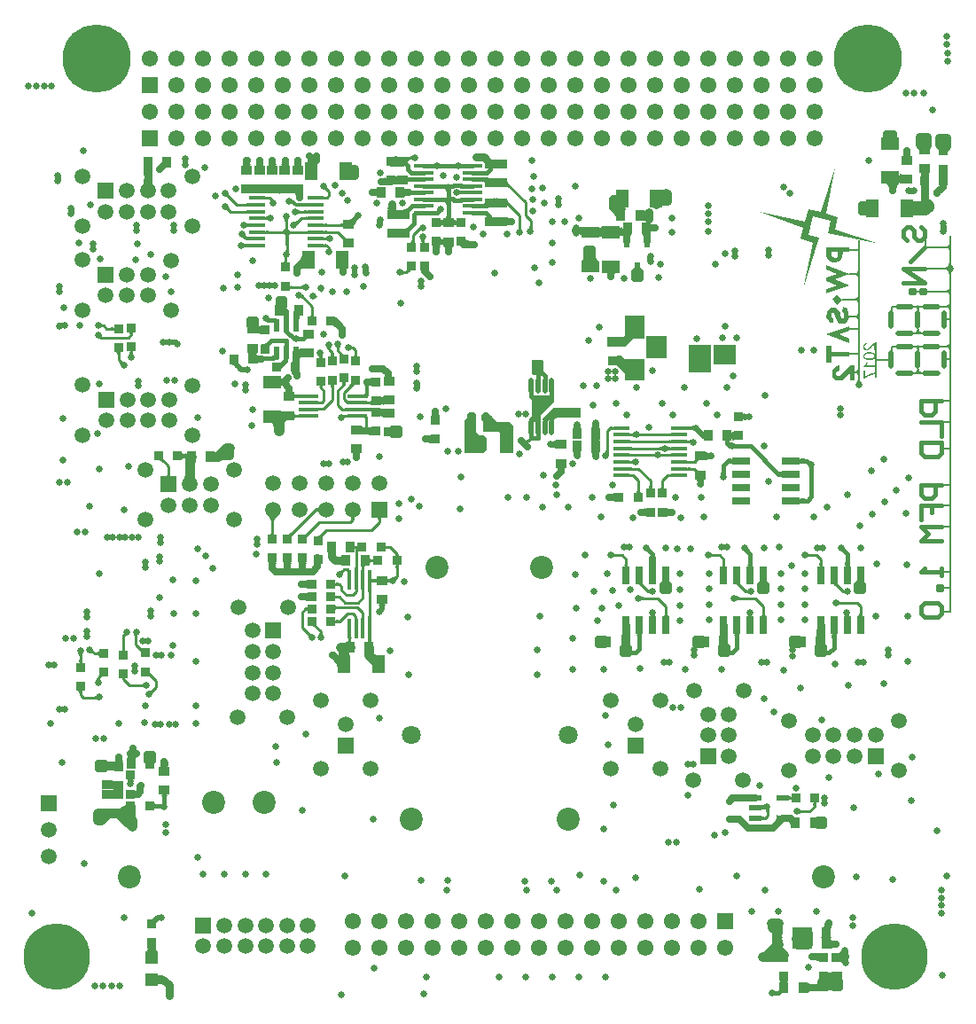
<source format=gbl>
G04 Layer_Physical_Order=6*
G04 Layer_Color=16711680*
%FSAX25Y25*%
%MOIN*%
G70*
G01*
G75*
%ADD10R,0.03543X0.03543*%
%ADD12R,0.03543X0.03543*%
%ADD13R,0.06693X0.04331*%
%ADD14R,0.07087X0.04528*%
%ADD17R,0.03937X0.03740*%
%ADD18R,0.02441X0.04803*%
%ADD19R,0.03740X0.03937*%
%ADD20R,0.04528X0.07087*%
%ADD21R,0.06496X0.01181*%
%ADD24R,0.04803X0.02441*%
%ADD27R,0.02835X0.07008*%
%ADD31O,0.07677X0.01575*%
%ADD47C,0.02500*%
%ADD48C,0.01500*%
%ADD49C,0.02600*%
%ADD50C,0.00900*%
%ADD51C,0.03000*%
%ADD53C,0.01000*%
%ADD54C,0.01200*%
%ADD55C,0.02700*%
%ADD56C,0.02000*%
%ADD57C,0.01100*%
%ADD58C,0.01968*%
%ADD60C,0.04000*%
%ADD61C,0.03500*%
%ADD62C,0.01600*%
%ADD63C,0.02400*%
%ADD65C,0.03937*%
%ADD66C,0.03150*%
%ADD74C,0.05905*%
%ADD75R,0.05905X0.05905*%
%ADD76R,0.05905X0.05905*%
%ADD77C,0.06102*%
%ADD78R,0.06102X0.06102*%
%ADD79C,0.25590*%
%ADD80C,0.08661*%
%ADD81C,0.07087*%
%ADD82C,0.02500*%
%ADD83C,0.02756*%
%ADD86R,0.04724X0.04724*%
G04:AMPARAMS|DCode=87|XSize=20mil|YSize=12mil|CornerRadius=0.3mil|HoleSize=0mil|Usage=FLASHONLY|Rotation=45.000|XOffset=0mil|YOffset=0mil|HoleType=Round|Shape=RoundedRectangle|*
%AMROUNDEDRECTD87*
21,1,0.02000,0.01140,0,0,45.0*
21,1,0.01940,0.01200,0,0,45.0*
1,1,0.00060,0.01089,0.00283*
1,1,0.00060,-0.00283,-0.01089*
1,1,0.00060,-0.01089,-0.00283*
1,1,0.00060,0.00283,0.01089*
%
%ADD87ROUNDEDRECTD87*%
%ADD88O,0.01772X0.05905*%
%ADD89R,0.07008X0.02835*%
%ADD90O,0.01575X0.07677*%
G04:AMPARAMS|DCode=91|XSize=20mil|YSize=12mil|CornerRadius=0.3mil|HoleSize=0mil|Usage=FLASHONLY|Rotation=270.000|XOffset=0mil|YOffset=0mil|HoleType=Round|Shape=RoundedRectangle|*
%AMROUNDEDRECTD91*
21,1,0.02000,0.01140,0,0,270.0*
21,1,0.01940,0.01200,0,0,270.0*
1,1,0.00060,-0.00570,-0.00970*
1,1,0.00060,-0.00570,0.00970*
1,1,0.00060,0.00570,0.00970*
1,1,0.00060,0.00570,-0.00970*
%
%ADD91ROUNDEDRECTD91*%
%ADD92C,0.02900*%
%ADD93C,0.00800*%
%ADD94C,0.01575*%
%ADD95C,0.25000*%
G36*
X0209782Y0170844D02*
X0209763Y0170940D01*
X0209706Y0171027D01*
X0209612Y0171103D01*
X0209479Y0171169D01*
X0209308Y0171225D01*
X0209099Y0171271D01*
X0208852Y0171307D01*
X0208568Y0171332D01*
X0207884Y0171352D01*
Y0173852D01*
X0208245Y0173857D01*
X0208852Y0173898D01*
X0209099Y0173934D01*
X0209308Y0173979D01*
X0209479Y0174036D01*
X0209612Y0174102D01*
X0209706Y0174178D01*
X0209763Y0174264D01*
X0209782Y0174361D01*
Y0170844D01*
D02*
G37*
G36*
X0279682Y0172533D02*
X0279731Y0172430D01*
X0279811Y0172339D01*
X0279923Y0172261D01*
X0280066Y0172194D01*
X0280242Y0172140D01*
X0280451Y0172098D01*
X0280691Y0172067D01*
X0280962Y0172049D01*
X0281266Y0172043D01*
Y0170443D01*
X0280962Y0170437D01*
X0280451Y0170389D01*
X0280242Y0170347D01*
X0280066Y0170292D01*
X0279923Y0170226D01*
X0279811Y0170147D01*
X0279731Y0170056D01*
X0279682Y0169954D01*
X0279666Y0169839D01*
Y0172648D01*
X0279682Y0172533D01*
D02*
G37*
G36*
X0098646Y0166897D02*
X0098590Y0167012D01*
X0098522Y0167115D01*
X0098439Y0167206D01*
X0098343Y0167285D01*
X0098233Y0167351D01*
X0098111Y0167405D01*
X0097974Y0167448D01*
X0097824Y0167478D01*
X0097661Y0167496D01*
X0097484Y0167502D01*
Y0168502D01*
X0097661Y0168508D01*
X0097824Y0168527D01*
X0097974Y0168557D01*
X0098111Y0168599D01*
X0098233Y0168654D01*
X0098343Y0168720D01*
X0098439Y0168799D01*
X0098522Y0168890D01*
X0098590Y0168992D01*
X0098646Y0169107D01*
Y0166897D01*
D02*
G37*
G36*
X0228289Y0176612D02*
X0228304Y0176440D01*
X0228329Y0176288D01*
X0228364Y0176156D01*
X0228409Y0176045D01*
X0228464Y0175954D01*
X0228529Y0175883D01*
X0228604Y0175832D01*
X0228689Y0175802D01*
X0228784Y0175792D01*
X0226784D01*
X0226879Y0175802D01*
X0226964Y0175832D01*
X0227039Y0175883D01*
X0227104Y0175954D01*
X0227159Y0176045D01*
X0227204Y0176156D01*
X0227239Y0176288D01*
X0227264Y0176440D01*
X0227279Y0176612D01*
X0227284Y0176804D01*
X0228284D01*
X0228289Y0176612D01*
D02*
G37*
G36*
X0223789D02*
X0223804Y0176440D01*
X0223829Y0176288D01*
X0223864Y0176156D01*
X0223909Y0176045D01*
X0223964Y0175954D01*
X0224029Y0175883D01*
X0224104Y0175832D01*
X0224189Y0175802D01*
X0224284Y0175792D01*
X0222284D01*
X0222379Y0175802D01*
X0222464Y0175832D01*
X0222539Y0175883D01*
X0222604Y0175954D01*
X0222659Y0176045D01*
X0222704Y0176156D01*
X0222739Y0176288D01*
X0222764Y0176440D01*
X0222779Y0176612D01*
X0222784Y0176804D01*
X0223784D01*
X0223789Y0176612D01*
D02*
G37*
G36*
X0219289Y0175169D02*
X0219304Y0174997D01*
X0219329Y0174845D01*
X0219364Y0174713D01*
X0219409Y0174602D01*
X0219464Y0174511D01*
X0219529Y0174440D01*
X0219604Y0174390D01*
X0219689Y0174359D01*
X0219784Y0174349D01*
X0217784D01*
X0217879Y0174359D01*
X0217964Y0174390D01*
X0218039Y0174440D01*
X0218104Y0174511D01*
X0218159Y0174602D01*
X0218204Y0174713D01*
X0218239Y0174845D01*
X0218264Y0174997D01*
X0218279Y0175169D01*
X0218284Y0175361D01*
X0219284D01*
X0219289Y0175169D01*
D02*
G37*
G36*
X0122289Y0165053D02*
X0122204Y0165023D01*
X0122129Y0164973D01*
X0122064Y0164903D01*
X0122009Y0164813D01*
X0121964Y0164703D01*
X0121929Y0164573D01*
X0121904Y0164423D01*
X0121889Y0164253D01*
X0121884Y0164063D01*
X0120884D01*
X0120879Y0164253D01*
X0120864Y0164423D01*
X0120839Y0164573D01*
X0120804Y0164703D01*
X0120759Y0164813D01*
X0120704Y0164903D01*
X0120639Y0164973D01*
X0120564Y0165023D01*
X0120479Y0165053D01*
X0120384Y0165063D01*
X0122384D01*
X0122289Y0165053D01*
D02*
G37*
G36*
X0083304Y0165759D02*
X0082996Y0165484D01*
X0082478Y0164955D01*
X0082267Y0164699D01*
X0082089Y0164450D01*
X0081943Y0164206D01*
X0081830Y0163969D01*
X0081749Y0163737D01*
X0081700Y0163512D01*
X0081684Y0163293D01*
X0080684Y0163362D01*
X0080669Y0163567D01*
X0080624Y0163785D01*
X0080549Y0164017D01*
X0080444Y0164264D01*
X0080308Y0164524D01*
X0080142Y0164799D01*
X0079947Y0165088D01*
X0079465Y0165708D01*
X0079179Y0166039D01*
X0083304Y0165759D01*
D02*
G37*
G36*
X0081689Y0159412D02*
X0081704Y0159240D01*
X0081729Y0159088D01*
X0081764Y0158957D01*
X0081809Y0158845D01*
X0081864Y0158754D01*
X0081929Y0158683D01*
X0082004Y0158633D01*
X0082089Y0158602D01*
X0082184Y0158592D01*
X0080184D01*
X0080279Y0158602D01*
X0080364Y0158633D01*
X0080439Y0158683D01*
X0080504Y0158754D01*
X0080559Y0158845D01*
X0080604Y0158957D01*
X0080639Y0159088D01*
X0080664Y0159240D01*
X0080679Y0159412D01*
X0080684Y0159604D01*
X0081684D01*
X0081689Y0159412D01*
D02*
G37*
G36*
X0229562Y0168621D02*
X0229619Y0168534D01*
X0229714Y0168458D01*
X0229846Y0168392D01*
X0230017Y0168336D01*
X0230226Y0168290D01*
X0230472Y0168254D01*
X0230757Y0168229D01*
X0231440Y0168209D01*
Y0165709D01*
X0231080Y0165704D01*
X0230472Y0165663D01*
X0230226Y0165627D01*
X0230017Y0165582D01*
X0229846Y0165526D01*
X0229714Y0165460D01*
X0229619Y0165383D01*
X0229562Y0165297D01*
X0229543Y0165200D01*
Y0168717D01*
X0229562Y0168621D01*
D02*
G37*
G36*
X0221525Y0165200D02*
X0221506Y0165297D01*
X0221449Y0165383D01*
X0221355Y0165460D01*
X0221222Y0165526D01*
X0221051Y0165582D01*
X0220842Y0165627D01*
X0220596Y0165663D01*
X0220311Y0165688D01*
X0219628Y0165709D01*
Y0168209D01*
X0219988Y0168214D01*
X0220596Y0168254D01*
X0220842Y0168290D01*
X0221051Y0168336D01*
X0221222Y0168392D01*
X0221355Y0168458D01*
X0221449Y0168534D01*
X0221506Y0168621D01*
X0221525Y0168717D01*
Y0165200D01*
D02*
G37*
G36*
X0112280Y0165179D02*
X0112197Y0165124D01*
X0112124Y0165056D01*
X0112060Y0164974D01*
X0112006Y0164879D01*
X0111962Y0164770D01*
X0111928Y0164648D01*
X0111904Y0164513D01*
X0111889Y0164365D01*
X0111884Y0164202D01*
X0110884D01*
X0110879Y0164365D01*
X0110865Y0164513D01*
X0110840Y0164648D01*
X0110806Y0164770D01*
X0110762Y0164879D01*
X0110708Y0164974D01*
X0110645Y0165056D01*
X0110572Y0165124D01*
X0110489Y0165179D01*
X0110396Y0165220D01*
X0112373D01*
X0112280Y0165179D01*
D02*
G37*
G36*
X0052399Y0185952D02*
X0052274Y0185847D01*
X0052164Y0185672D01*
X0052069Y0185427D01*
X0051988Y0185112D01*
X0051922Y0184727D01*
X0051871Y0184272D01*
X0051812Y0183152D01*
X0051805Y0182487D01*
X0048305D01*
X0048310Y0183152D01*
X0048435Y0185112D01*
X0048492Y0185427D01*
X0048559Y0185672D01*
X0048637Y0185847D01*
X0048725Y0185952D01*
X0048824Y0185987D01*
X0052538D01*
X0052399Y0185952D01*
D02*
G37*
G36*
X0251485Y0181871D02*
X0251521Y0181299D01*
X0251532Y0181251D01*
X0251545Y0181217D01*
X0251559Y0181195D01*
X0249809D01*
X0249823Y0181217D01*
X0249836Y0181251D01*
X0249848Y0181299D01*
X0249857Y0181361D01*
X0249872Y0181525D01*
X0249884Y0181871D01*
X0249884Y0182013D01*
X0251484D01*
X0251485Y0181871D01*
D02*
G37*
G36*
X0240502Y0183354D02*
X0241085Y0182851D01*
X0241116Y0182832D01*
X0241173Y0182805D01*
X0241216Y0182795D01*
X0241245Y0182804D01*
X0241191Y0182760D01*
X0241448Y0182538D01*
X0241641Y0182406D01*
X0241817Y0182301D01*
X0241975Y0182225D01*
X0242115Y0182177D01*
X0242238Y0182158D01*
X0240985Y0180905D01*
X0240966Y0181028D01*
X0240918Y0181168D01*
X0240842Y0181326D01*
X0240738Y0181502D01*
X0240605Y0181695D01*
X0240315Y0182056D01*
X0240241Y0181996D01*
X0240253Y0182021D01*
X0240247Y0182062D01*
X0240222Y0182116D01*
X0240179Y0182186D01*
X0240116Y0182270D01*
X0239949Y0182466D01*
X0239911Y0182508D01*
X0239527Y0182909D01*
X0239514Y0182922D01*
X0240222Y0183629D01*
X0240502Y0183354D01*
D02*
G37*
G36*
X0284645Y0183788D02*
X0284632Y0183754D01*
X0284621Y0183705D01*
X0284611Y0183644D01*
X0284596Y0183480D01*
X0284585Y0183134D01*
X0284584Y0182992D01*
X0282984D01*
X0282983Y0183134D01*
X0282947Y0183705D01*
X0282936Y0183754D01*
X0282924Y0183788D01*
X0282909Y0183810D01*
X0284659D01*
X0284645Y0183788D01*
D02*
G37*
G36*
X0237354Y0183838D02*
X0237385Y0183825D01*
X0237435Y0183813D01*
X0237505Y0183803D01*
X0237704Y0183788D01*
X0238345Y0183775D01*
Y0182775D01*
X0238155Y0182774D01*
X0237385Y0182726D01*
X0237354Y0182712D01*
X0237345Y0182698D01*
Y0183853D01*
X0237354Y0183838D01*
D02*
G37*
G36*
X0215504D02*
X0215534Y0183825D01*
X0215584Y0183813D01*
X0215654Y0183803D01*
X0215854Y0183788D01*
X0216494Y0183775D01*
Y0182775D01*
X0216304Y0182774D01*
X0215534Y0182726D01*
X0215504Y0182712D01*
X0215494Y0182698D01*
Y0183853D01*
X0215504Y0183838D01*
D02*
G37*
G36*
X0272697Y0180102D02*
X0272685Y0180167D01*
X0272651Y0180225D01*
X0272593Y0180276D01*
X0272512Y0180320D01*
X0272408Y0180358D01*
X0272281Y0180389D01*
X0272131Y0180413D01*
X0271958Y0180430D01*
X0271543Y0180443D01*
Y0182043D01*
X0271762Y0182047D01*
X0272131Y0182074D01*
X0272281Y0182098D01*
X0272408Y0182129D01*
X0272512Y0182166D01*
X0272593Y0182211D01*
X0272651Y0182262D01*
X0272685Y0182320D01*
X0272697Y0182385D01*
Y0180102D01*
D02*
G37*
G36*
X0051808Y0181381D02*
X0051884Y0180337D01*
X0051919Y0180147D01*
X0051960Y0179986D01*
X0052008Y0179853D01*
X0052062Y0179748D01*
X0052122Y0179672D01*
X0047988D01*
X0048048Y0179748D01*
X0048102Y0179853D01*
X0048150Y0179986D01*
X0048191Y0180147D01*
X0048226Y0180337D01*
X0048277Y0180802D01*
X0048302Y0181381D01*
X0048305Y0181713D01*
X0051805D01*
X0051808Y0181381D01*
D02*
G37*
G36*
X0243627Y0179087D02*
X0243576Y0179042D01*
X0243531Y0178967D01*
X0243492Y0178862D01*
X0243459Y0178727D01*
X0243432Y0178562D01*
X0243411Y0178367D01*
X0243387Y0177887D01*
X0243384Y0177602D01*
X0240984D01*
X0240981Y0177887D01*
X0240936Y0178562D01*
X0240909Y0178727D01*
X0240876Y0178862D01*
X0240838Y0178967D01*
X0240792Y0179042D01*
X0240742Y0179087D01*
X0240685Y0179102D01*
X0243684D01*
X0243627Y0179087D01*
D02*
G37*
G36*
X0042686Y0181310D02*
X0042701Y0181138D01*
X0042726Y0180987D01*
X0042761Y0180855D01*
X0042806Y0180744D01*
X0042861Y0180653D01*
X0042926Y0180582D01*
X0043001Y0180531D01*
X0043086Y0180501D01*
X0043181Y0180491D01*
X0041181D01*
X0041276Y0180501D01*
X0041361Y0180531D01*
X0041436Y0180582D01*
X0041501Y0180653D01*
X0041556Y0180744D01*
X0041601Y0180855D01*
X0041636Y0180987D01*
X0041661Y0181138D01*
X0041676Y0181310D01*
X0041681Y0181503D01*
X0042681D01*
X0042686Y0181310D01*
D02*
G37*
G36*
X0230874Y0180139D02*
X0230864Y0180153D01*
X0230834Y0180166D01*
X0230784Y0180178D01*
X0230714Y0180188D01*
X0230514Y0180204D01*
X0229874Y0180216D01*
Y0181216D01*
X0230064Y0181217D01*
X0230834Y0181266D01*
X0230864Y0181279D01*
X0230874Y0181294D01*
Y0180139D01*
D02*
G37*
G36*
X0215504Y0181279D02*
X0215534Y0181266D01*
X0215584Y0181254D01*
X0215654Y0181244D01*
X0215854Y0181228D01*
X0216494Y0181216D01*
Y0180216D01*
X0216304Y0180215D01*
X0215534Y0180166D01*
X0215504Y0180153D01*
X0215494Y0180139D01*
Y0181294D01*
X0215504Y0181279D01*
D02*
G37*
G36*
X0089283Y0159094D02*
X0089062Y0158866D01*
X0088720Y0158468D01*
X0088598Y0158298D01*
X0088510Y0158147D01*
X0088454Y0158015D01*
X0088432Y0157902D01*
X0088443Y0157809D01*
X0088487Y0157735D01*
X0088564Y0157680D01*
X0086672Y0158592D01*
X0086771Y0158559D01*
X0086879Y0158549D01*
X0086996Y0158562D01*
X0087123Y0158599D01*
X0087260Y0158659D01*
X0087406Y0158743D01*
X0087562Y0158850D01*
X0087727Y0158980D01*
X0087902Y0159134D01*
X0088086Y0159311D01*
X0089283Y0159094D01*
D02*
G37*
G36*
X0287789Y0147620D02*
X0287804Y0147448D01*
X0287829Y0147296D01*
X0287864Y0147164D01*
X0287909Y0147053D01*
X0287964Y0146962D01*
X0288029Y0146891D01*
X0288104Y0146841D01*
X0288189Y0146810D01*
X0288284Y0146800D01*
X0286284D01*
X0286379Y0146810D01*
X0286464Y0146841D01*
X0286539Y0146891D01*
X0286604Y0146962D01*
X0286659Y0147053D01*
X0286704Y0147164D01*
X0286739Y0147296D01*
X0286764Y0147448D01*
X0286779Y0147620D01*
X0286784Y0147812D01*
X0287784D01*
X0287789Y0147620D01*
D02*
G37*
G36*
X0214689D02*
X0214704Y0147448D01*
X0214729Y0147296D01*
X0214764Y0147164D01*
X0214809Y0147053D01*
X0214864Y0146962D01*
X0214929Y0146891D01*
X0215004Y0146841D01*
X0215089Y0146810D01*
X0215184Y0146800D01*
X0213184D01*
X0213279Y0146810D01*
X0213364Y0146841D01*
X0213439Y0146891D01*
X0213504Y0146962D01*
X0213559Y0147053D01*
X0213604Y0147164D01*
X0213639Y0147296D01*
X0213664Y0147448D01*
X0213679Y0147620D01*
X0213684Y0147812D01*
X0214684D01*
X0214689Y0147620D01*
D02*
G37*
G36*
X0251391Y0147612D02*
X0251406Y0147440D01*
X0251431Y0147288D01*
X0251466Y0147156D01*
X0251511Y0147045D01*
X0251566Y0146954D01*
X0251631Y0146883D01*
X0251706Y0146832D01*
X0251791Y0146802D01*
X0251886Y0146792D01*
X0249886D01*
X0249981Y0146802D01*
X0250066Y0146832D01*
X0250141Y0146883D01*
X0250206Y0146954D01*
X0250261Y0147045D01*
X0250306Y0147156D01*
X0250341Y0147288D01*
X0250366Y0147440D01*
X0250381Y0147612D01*
X0250386Y0147804D01*
X0251386D01*
X0251391Y0147612D01*
D02*
G37*
G36*
X0298015Y0148027D02*
X0298036Y0147772D01*
X0298070Y0147547D01*
X0298117Y0147352D01*
X0298178Y0147187D01*
X0298253Y0147052D01*
X0298342Y0146947D01*
X0298444Y0146872D01*
X0298559Y0146827D01*
X0298689Y0146812D01*
X0295880D01*
X0295999Y0146827D01*
X0296106Y0146872D01*
X0296200Y0146947D01*
X0296282Y0147052D01*
X0296351Y0147187D01*
X0296408Y0147352D01*
X0296452Y0147547D01*
X0296483Y0147772D01*
X0296502Y0148027D01*
X0296508Y0148312D01*
X0298008D01*
X0298015Y0148027D01*
D02*
G37*
G36*
X0225436Y0148837D02*
X0225559Y0146837D01*
X0225589Y0146812D01*
X0222780D01*
X0222809Y0146837D01*
X0222835Y0146912D01*
X0222859Y0147037D01*
X0222879Y0147212D01*
X0222909Y0147712D01*
X0222934Y0149312D01*
X0225434D01*
X0225436Y0148837D01*
D02*
G37*
G36*
X0261615Y0148019D02*
X0261636Y0147764D01*
X0261670Y0147539D01*
X0261718Y0147344D01*
X0261779Y0147179D01*
X0261854Y0147044D01*
X0261943Y0146939D01*
X0262045Y0146864D01*
X0262161Y0146819D01*
X0262291Y0146804D01*
X0259482D01*
X0259601Y0146819D01*
X0259707Y0146864D01*
X0259801Y0146939D01*
X0259883Y0147044D01*
X0259952Y0147179D01*
X0260008Y0147344D01*
X0260052Y0147539D01*
X0260083Y0147764D01*
X0260102Y0148019D01*
X0260108Y0148304D01*
X0261608D01*
X0261615Y0148019D01*
D02*
G37*
G36*
X0088480Y0147975D02*
X0088393Y0147900D01*
X0088317Y0147775D01*
X0088251Y0147600D01*
X0088195Y0147375D01*
X0088149Y0147100D01*
X0088113Y0146775D01*
X0088073Y0145975D01*
X0088068Y0145500D01*
X0085568D01*
X0085562Y0145975D01*
X0085486Y0147100D01*
X0085440Y0147375D01*
X0085385Y0147600D01*
X0085318Y0147775D01*
X0085242Y0147900D01*
X0085156Y0147975D01*
X0085059Y0148000D01*
X0088576D01*
X0088480Y0147975D01*
D02*
G37*
G36*
X0116113Y0146767D02*
X0116028Y0146737D01*
X0115953Y0146687D01*
X0115888Y0146617D01*
X0115833Y0146527D01*
X0115788Y0146417D01*
X0115753Y0146287D01*
X0115728Y0146137D01*
X0115713Y0145967D01*
X0115710Y0145860D01*
X0115710Y0145852D01*
X0115745Y0145372D01*
X0115766Y0145236D01*
X0115821Y0145001D01*
X0115855Y0144902D01*
X0115895Y0144815D01*
X0115938Y0144740D01*
X0114478D01*
X0114521Y0144815D01*
X0114560Y0144902D01*
X0114595Y0145001D01*
X0114625Y0145113D01*
X0114650Y0145236D01*
X0114687Y0145520D01*
X0114699Y0145679D01*
X0114705Y0145905D01*
X0114703Y0145967D01*
X0114688Y0146137D01*
X0114663Y0146287D01*
X0114628Y0146417D01*
X0114583Y0146527D01*
X0114528Y0146617D01*
X0114463Y0146687D01*
X0114388Y0146737D01*
X0114303Y0146767D01*
X0114208Y0146777D01*
X0116208D01*
X0116113Y0146767D01*
D02*
G37*
G36*
X0113210Y0145852D02*
X0113245Y0145372D01*
X0113266Y0145236D01*
X0113321Y0145001D01*
X0113355Y0144902D01*
X0113395Y0144815D01*
X0113438Y0144740D01*
X0111978D01*
X0112021Y0144815D01*
X0112060Y0144902D01*
X0112095Y0145001D01*
X0112125Y0145113D01*
X0112150Y0145236D01*
X0112187Y0145520D01*
X0112199Y0145679D01*
X0112208Y0146036D01*
X0113208D01*
X0113210Y0145852D01*
D02*
G37*
G36*
X0128906Y0146964D02*
X0128821Y0146934D01*
X0128746Y0146884D01*
X0128681Y0146814D01*
X0128626Y0146724D01*
X0128581Y0146614D01*
X0128546Y0146484D01*
X0128521Y0146334D01*
X0128506Y0146164D01*
X0128501Y0145974D01*
X0127501D01*
X0127496Y0146164D01*
X0127481Y0146334D01*
X0127456Y0146484D01*
X0127421Y0146614D01*
X0127376Y0146724D01*
X0127321Y0146814D01*
X0127256Y0146884D01*
X0127181Y0146934D01*
X0127096Y0146964D01*
X0127001Y0146974D01*
X0129001D01*
X0128906Y0146964D01*
D02*
G37*
G36*
X0082846Y0147979D02*
X0082760Y0147916D01*
X0082683Y0147812D01*
X0082617Y0147665D01*
X0082561Y0147476D01*
X0082516Y0147245D01*
X0082480Y0146972D01*
X0082439Y0146301D01*
X0082434Y0145902D01*
X0079934D01*
X0079929Y0146301D01*
X0079853Y0147245D01*
X0079807Y0147476D01*
X0079751Y0147665D01*
X0079685Y0147812D01*
X0079609Y0147916D01*
X0079522Y0147979D01*
X0079426Y0148000D01*
X0082943D01*
X0082846Y0147979D01*
D02*
G37*
G36*
X0094113Y0147975D02*
X0094026Y0147900D01*
X0093950Y0147775D01*
X0093884Y0147600D01*
X0093828Y0147375D01*
X0093782Y0147100D01*
X0093747Y0146775D01*
X0093706Y0145975D01*
X0093701Y0145500D01*
X0091201D01*
X0091196Y0145975D01*
X0091119Y0147100D01*
X0091074Y0147375D01*
X0091018Y0147600D01*
X0090952Y0147775D01*
X0090875Y0147900D01*
X0090789Y0147975D01*
X0090692Y0148000D01*
X0094210D01*
X0094113Y0147975D01*
D02*
G37*
G36*
X0123758Y0154638D02*
X0123788Y0154552D01*
X0123839Y0154478D01*
X0123910Y0154412D01*
X0124001Y0154358D01*
X0124112Y0154313D01*
X0124244Y0154278D01*
X0124396Y0154253D01*
X0124568Y0154237D01*
X0124760Y0154233D01*
Y0153233D01*
X0124568Y0153227D01*
X0124396Y0153212D01*
X0124244Y0153188D01*
X0124112Y0153153D01*
X0124001Y0153108D01*
X0123910Y0153052D01*
X0123839Y0152988D01*
X0123788Y0152912D01*
X0123758Y0152828D01*
X0123748Y0152733D01*
Y0154733D01*
X0123758Y0154638D01*
D02*
G37*
G36*
X0296254Y0153543D02*
X0296270Y0153498D01*
X0296295Y0153445D01*
X0296332Y0153386D01*
X0296378Y0153320D01*
X0296503Y0153168D01*
X0296669Y0152987D01*
X0296767Y0152887D01*
X0295707Y0151826D01*
X0295606Y0151925D01*
X0295273Y0152216D01*
X0295207Y0152262D01*
X0295148Y0152298D01*
X0295096Y0152324D01*
X0295051Y0152339D01*
X0295012Y0152344D01*
X0296250Y0153582D01*
X0296254Y0153543D01*
D02*
G37*
G36*
X0259854D02*
X0259870Y0153498D01*
X0259895Y0153445D01*
X0259932Y0153386D01*
X0259978Y0153320D01*
X0260103Y0153168D01*
X0260269Y0152987D01*
X0260367Y0152887D01*
X0259307Y0151826D01*
X0259206Y0151925D01*
X0258873Y0152216D01*
X0258807Y0152262D01*
X0258748Y0152298D01*
X0258696Y0152324D01*
X0258651Y0152339D01*
X0258612Y0152344D01*
X0259850Y0153582D01*
X0259854Y0153543D01*
D02*
G37*
G36*
X0094917Y0158604D02*
X0094718Y0158398D01*
X0094404Y0158029D01*
X0094290Y0157866D01*
X0094204Y0157718D01*
X0094146Y0157583D01*
X0094116Y0157463D01*
X0094115Y0157358D01*
X0094142Y0157267D01*
X0094198Y0157190D01*
X0092795Y0158592D01*
X0092872Y0158537D01*
X0092963Y0158510D01*
X0093069Y0158511D01*
X0093189Y0158541D01*
X0093323Y0158598D01*
X0093471Y0158684D01*
X0093634Y0158799D01*
X0093812Y0158941D01*
X0094210Y0159311D01*
X0094917Y0158604D01*
D02*
G37*
G36*
X0100425Y0158477D02*
X0100075Y0158081D01*
X0100033Y0158018D01*
X0100008Y0157968D01*
X0100002Y0157933D01*
X0100013Y0157911D01*
X0100043Y0157904D01*
X0097729Y0157892D01*
X0097869Y0157900D01*
X0098009Y0157922D01*
X0098149Y0157959D01*
X0098290Y0158009D01*
X0098432Y0158074D01*
X0098573Y0158153D01*
X0098715Y0158246D01*
X0098857Y0158354D01*
X0099000Y0158475D01*
X0099143Y0158611D01*
X0100557D01*
X0100425Y0158477D01*
D02*
G37*
G36*
X0113168Y0153131D02*
X0113162Y0153150D01*
X0113143Y0153167D01*
X0113113Y0153183D01*
X0113070Y0153196D01*
X0113014Y0153207D01*
X0112947Y0153216D01*
X0112775Y0153228D01*
X0112554Y0153233D01*
Y0154233D01*
X0112671Y0154234D01*
X0113014Y0154258D01*
X0113070Y0154269D01*
X0113113Y0154282D01*
X0113143Y0154298D01*
X0113162Y0154315D01*
X0113168Y0154334D01*
Y0153131D01*
D02*
G37*
G36*
X0209268Y0151598D02*
X0209350Y0151534D01*
X0209437Y0151478D01*
X0209529Y0151429D01*
X0209627Y0151388D01*
X0209730Y0151354D01*
X0209838Y0151328D01*
X0209952Y0151309D01*
X0210071Y0151298D01*
X0210195Y0151294D01*
Y0150294D01*
X0210071Y0150290D01*
X0209952Y0150279D01*
X0209838Y0150260D01*
X0209730Y0150234D01*
X0209627Y0150200D01*
X0209529Y0150159D01*
X0209437Y0150110D01*
X0209350Y0150054D01*
X0209268Y0149990D01*
X0209192Y0149919D01*
Y0151669D01*
X0209268Y0151598D01*
D02*
G37*
G36*
X0245971Y0151589D02*
X0246052Y0151526D01*
X0246139Y0151469D01*
X0246231Y0151421D01*
X0246329Y0151379D01*
X0246432Y0151346D01*
X0246540Y0151319D01*
X0246654Y0151301D01*
X0246773Y0151289D01*
X0246897Y0151286D01*
Y0150286D01*
X0246773Y0150282D01*
X0246654Y0150271D01*
X0246540Y0150252D01*
X0246432Y0150226D01*
X0246329Y0150192D01*
X0246231Y0150151D01*
X0246139Y0150102D01*
X0246052Y0150046D01*
X0245971Y0149982D01*
X0245894Y0149911D01*
Y0151661D01*
X0245971Y0151589D01*
D02*
G37*
G36*
X0119168Y0147732D02*
X0119158Y0147827D01*
X0119128Y0147913D01*
X0119077Y0147987D01*
X0119006Y0148053D01*
X0118915Y0148108D01*
X0118804Y0148152D01*
X0118672Y0148187D01*
X0118520Y0148213D01*
X0118507Y0148214D01*
X0118494Y0148213D01*
X0118342Y0148187D01*
X0118211Y0148152D01*
X0118099Y0148108D01*
X0118008Y0148053D01*
X0117937Y0147987D01*
X0117887Y0147913D01*
X0117857Y0147827D01*
X0117846Y0147732D01*
Y0149732D01*
X0117857Y0149637D01*
X0117887Y0149553D01*
X0117937Y0149478D01*
X0118008Y0149413D01*
X0118099Y0149357D01*
X0118211Y0149312D01*
X0118342Y0149277D01*
X0118494Y0149252D01*
X0118507Y0149251D01*
X0118520Y0149252D01*
X0118672Y0149277D01*
X0118804Y0149312D01*
X0118915Y0149357D01*
X0119006Y0149413D01*
X0119077Y0149478D01*
X0119128Y0149553D01*
X0119158Y0149637D01*
X0119168Y0149732D01*
Y0147732D01*
D02*
G37*
G36*
X0223154Y0153543D02*
X0223170Y0153498D01*
X0223195Y0153445D01*
X0223232Y0153386D01*
X0223278Y0153320D01*
X0223403Y0153168D01*
X0223569Y0152987D01*
X0223667Y0152887D01*
X0222607Y0151826D01*
X0222506Y0151925D01*
X0222173Y0152216D01*
X0222107Y0152262D01*
X0222048Y0152298D01*
X0221996Y0152324D01*
X0221951Y0152339D01*
X0221912Y0152344D01*
X0223150Y0153582D01*
X0223154Y0153543D01*
D02*
G37*
G36*
X0128504Y0151132D02*
X0128528Y0150874D01*
X0128548Y0150769D01*
X0128575Y0150681D01*
X0128607Y0150608D01*
X0128645Y0150552D01*
X0128690Y0150511D01*
X0128740Y0150487D01*
X0128796Y0150479D01*
X0127207D01*
X0127263Y0150487D01*
X0127313Y0150511D01*
X0127357Y0150552D01*
X0127395Y0150608D01*
X0127428Y0150681D01*
X0127454Y0150769D01*
X0127475Y0150874D01*
X0127489Y0150995D01*
X0127498Y0151132D01*
X0127501Y0151285D01*
X0128501D01*
X0128504Y0151132D01*
D02*
G37*
G36*
X0282368Y0151598D02*
X0282450Y0151534D01*
X0282537Y0151478D01*
X0282629Y0151429D01*
X0282727Y0151388D01*
X0282830Y0151354D01*
X0282938Y0151328D01*
X0283052Y0151309D01*
X0283171Y0151298D01*
X0283295Y0151294D01*
Y0150294D01*
X0283171Y0150290D01*
X0283052Y0150279D01*
X0282938Y0150260D01*
X0282830Y0150234D01*
X0282727Y0150200D01*
X0282629Y0150159D01*
X0282537Y0150110D01*
X0282450Y0150054D01*
X0282368Y0149990D01*
X0282292Y0149919D01*
Y0151669D01*
X0282368Y0151598D01*
D02*
G37*
G36*
X0283242Y0186378D02*
X0283671Y0185999D01*
X0283713Y0185973D01*
X0283747Y0185957D01*
X0283772Y0185952D01*
X0282534Y0184715D01*
X0282529Y0184740D01*
X0282514Y0184774D01*
X0282488Y0184816D01*
X0282451Y0184866D01*
X0282346Y0184993D01*
X0282109Y0185245D01*
X0282009Y0185346D01*
X0283140Y0186477D01*
X0283242Y0186378D01*
D02*
G37*
G36*
X0217092Y0195195D02*
X0217015Y0195267D01*
X0216934Y0195330D01*
X0216847Y0195387D01*
X0216755Y0195435D01*
X0216657Y0195477D01*
X0216554Y0195510D01*
X0216446Y0195537D01*
X0216332Y0195555D01*
X0216231Y0195565D01*
X0215534Y0195521D01*
X0215504Y0195508D01*
X0215494Y0195493D01*
Y0196648D01*
X0215504Y0196633D01*
X0215534Y0196620D01*
X0215584Y0196608D01*
X0215654Y0196598D01*
X0215854Y0196583D01*
X0216228Y0196576D01*
X0216332Y0196585D01*
X0216446Y0196604D01*
X0216554Y0196630D01*
X0216657Y0196664D01*
X0216755Y0196705D01*
X0216847Y0196754D01*
X0216934Y0196810D01*
X0217015Y0196874D01*
X0217092Y0196945D01*
Y0195195D01*
D02*
G37*
G36*
X0114665Y0199585D02*
X0114740Y0199391D01*
X0114865Y0199220D01*
X0115040Y0199071D01*
X0115265Y0198945D01*
X0115540Y0198842D01*
X0115803Y0198777D01*
X0116506Y0199481D01*
X0117264Y0198723D01*
X0117526Y0198740D01*
X0117801Y0198786D01*
X0118026Y0198842D01*
X0118201Y0198908D01*
X0118326Y0198985D01*
X0118401Y0199071D01*
X0118426Y0199168D01*
Y0197923D01*
X0118784Y0197702D01*
X0118426D01*
Y0195650D01*
X0118401Y0195747D01*
X0118326Y0195834D01*
X0118201Y0195910D01*
X0118026Y0195976D01*
X0117801Y0196032D01*
X0117526Y0196078D01*
X0117201Y0196113D01*
X0116600Y0196144D01*
X0114640Y0196089D01*
Y0197702D01*
X0114184D01*
X0114640Y0197968D01*
Y0199803D01*
X0114665Y0199585D01*
D02*
G37*
G36*
X0230874Y0195493D02*
X0230864Y0195508D01*
X0230834Y0195521D01*
X0230784Y0195532D01*
X0230714Y0195543D01*
X0230514Y0195558D01*
X0229874Y0195570D01*
Y0196570D01*
X0230064Y0196571D01*
X0230834Y0196620D01*
X0230864Y0196633D01*
X0230874Y0196648D01*
Y0195493D01*
D02*
G37*
G36*
X0209024Y0198052D02*
X0209016Y0198067D01*
X0208992Y0198080D01*
X0208951Y0198091D01*
X0208894Y0198102D01*
X0208821Y0198110D01*
X0208626Y0198123D01*
X0208211Y0198129D01*
Y0199129D01*
X0208366Y0199130D01*
X0208951Y0199168D01*
X0208992Y0199179D01*
X0209016Y0199192D01*
X0209024Y0199207D01*
Y0198052D01*
D02*
G37*
G36*
X0128726Y0197461D02*
Y0194961D01*
X0126940Y0195202D01*
X0126934Y0196445D01*
X0126928Y0196408D01*
X0126931Y0197159D01*
X0126928Y0197996D01*
X0126935Y0197956D01*
X0126940Y0198916D01*
X0128726Y0199444D01*
Y0197461D01*
D02*
G37*
G36*
X0084893Y0200625D02*
X0085052Y0200533D01*
X0085193Y0200381D01*
X0085315Y0200167D01*
X0085418Y0199892D01*
X0085503Y0199556D01*
X0085568Y0199160D01*
X0085615Y0198702D01*
X0085653Y0197602D01*
X0081716D01*
X0081705Y0198182D01*
X0081618Y0199160D01*
X0081542Y0199556D01*
X0081445Y0199892D01*
X0081325Y0200167D01*
X0081184Y0200381D01*
X0081022Y0200533D01*
X0080837Y0200625D01*
X0080631Y0200656D01*
X0084715D01*
X0084893Y0200625D01*
D02*
G37*
G36*
X0238494Y0192600D02*
X0238428Y0192678D01*
X0238355Y0192748D01*
X0238275Y0192810D01*
X0238189Y0192863D01*
X0238096Y0192909D01*
X0237997Y0192946D01*
X0237891Y0192974D01*
X0237812Y0192989D01*
X0237385Y0192962D01*
X0237354Y0192949D01*
X0237345Y0192934D01*
Y0194089D01*
X0237354Y0194074D01*
X0237385Y0194061D01*
X0237435Y0194049D01*
X0237505Y0194039D01*
X0237704Y0194024D01*
X0237863Y0194021D01*
X0237908Y0194025D01*
X0238023Y0194041D01*
X0238133Y0194064D01*
X0238239Y0194093D01*
X0238340Y0194129D01*
X0238437Y0194172D01*
X0238530Y0194220D01*
X0238618Y0194276D01*
X0238701Y0194338D01*
X0238494Y0192600D01*
D02*
G37*
G36*
X0254109Y0197514D02*
X0254181Y0197386D01*
X0254301Y0197273D01*
X0254469Y0197174D01*
X0254541Y0197146D01*
X0254610Y0197176D01*
X0254730Y0197260D01*
X0254802Y0197355D01*
X0254826Y0197461D01*
Y0197055D01*
X0254949Y0197023D01*
X0255261Y0196970D01*
X0255621Y0196933D01*
X0256485Y0196902D01*
Y0194502D01*
X0256029Y0194495D01*
X0255261Y0194434D01*
X0254949Y0194381D01*
X0254826Y0194350D01*
Y0193944D01*
X0254802Y0194050D01*
X0254730Y0194145D01*
X0254610Y0194229D01*
X0254541Y0194258D01*
X0254469Y0194230D01*
X0254301Y0194132D01*
X0254181Y0194019D01*
X0254109Y0193890D01*
X0254085Y0193747D01*
Y0194389D01*
X0253962Y0194413D01*
X0253650Y0194452D01*
X0253070Y0194486D01*
X0253057Y0194317D01*
X0253043Y0193747D01*
X0253215D01*
X0253180Y0193737D01*
X0253148Y0193707D01*
X0253120Y0193658D01*
X0253095Y0193589D01*
X0253075Y0193500D01*
X0253058Y0193391D01*
X0253035Y0193115D01*
X0253035Y0193104D01*
X0253123Y0193027D01*
X0253188Y0192980D01*
X0253246Y0192945D01*
X0253297Y0192920D01*
X0253341Y0192906D01*
X0253378Y0192903D01*
X0253408Y0192911D01*
X0252851Y0191276D01*
X0251700Y0192155D01*
X0252264Y0192759D01*
X0251428D01*
X0251392Y0193430D01*
X0251381Y0193500D01*
X0251360Y0193589D01*
X0251336Y0193658D01*
X0251307Y0193707D01*
X0251275Y0193737D01*
X0251240Y0193747D01*
X0251374D01*
X0251311Y0194928D01*
X0252426D01*
Y0196902D01*
X0252882Y0196908D01*
X0253962Y0196992D01*
X0254085Y0197015D01*
Y0197658D01*
X0254109Y0197514D01*
D02*
G37*
G36*
X0230874Y0192934D02*
X0230864Y0192949D01*
X0230834Y0192962D01*
X0230784Y0192973D01*
X0230714Y0192983D01*
X0230514Y0192999D01*
X0229874Y0193011D01*
Y0194011D01*
X0230064Y0194012D01*
X0230834Y0194061D01*
X0230864Y0194074D01*
X0230874Y0194089D01*
Y0192934D01*
D02*
G37*
G36*
X0218953Y0196874D02*
X0219035Y0196810D01*
X0219122Y0196754D01*
X0219214Y0196705D01*
X0219311Y0196664D01*
X0219414Y0196630D01*
X0219523Y0196604D01*
X0219637Y0196585D01*
X0219756Y0196574D01*
X0219880Y0196570D01*
Y0195570D01*
X0219756Y0195567D01*
X0219637Y0195555D01*
X0219523Y0195537D01*
X0219414Y0195510D01*
X0219311Y0195477D01*
X0219214Y0195435D01*
X0219122Y0195387D01*
X0219035Y0195330D01*
X0218953Y0195267D01*
X0218877Y0195195D01*
Y0196945D01*
X0218953Y0196874D01*
D02*
G37*
G36*
X0181842Y0196241D02*
X0181839Y0196204D01*
X0181831Y0194999D01*
X0180331D01*
X0180317Y0196254D01*
X0181844D01*
X0181842Y0196241D01*
D02*
G37*
G36*
X0179282D02*
X0179280Y0196204D01*
X0179272Y0194999D01*
X0177772D01*
X0177758Y0196254D01*
X0179285D01*
X0179282Y0196241D01*
D02*
G37*
G36*
X0089438Y0204007D02*
X0089468Y0203922D01*
X0089519Y0203847D01*
X0089590Y0203782D01*
X0089681Y0203727D01*
X0089792Y0203682D01*
X0089924Y0203647D01*
X0090075Y0203622D01*
X0090247Y0203607D01*
X0090356Y0203605D01*
X0090365Y0203605D01*
X0090845Y0203639D01*
X0090981Y0203660D01*
X0091215Y0203715D01*
X0091315Y0203750D01*
X0091402Y0203789D01*
X0091477Y0203833D01*
Y0202372D01*
X0091402Y0202416D01*
X0091315Y0202455D01*
X0091215Y0202489D01*
X0091104Y0202519D01*
X0090981Y0202545D01*
X0090697Y0202582D01*
X0090537Y0202593D01*
X0090311Y0202599D01*
X0090247Y0202597D01*
X0090075Y0202582D01*
X0089924Y0202557D01*
X0089792Y0202522D01*
X0089681Y0202477D01*
X0089590Y0202422D01*
X0089519Y0202357D01*
X0089468Y0202282D01*
X0089438Y0202197D01*
X0089428Y0202102D01*
Y0204102D01*
X0089438Y0204007D01*
D02*
G37*
G36*
X0121968Y0206158D02*
X0122043Y0206071D01*
X0122168Y0205995D01*
X0122343Y0205929D01*
X0122568Y0205873D01*
X0122642Y0205861D01*
X0122804Y0205872D01*
X0122929Y0205910D01*
X0123004Y0205954D01*
X0123029Y0206003D01*
Y0205807D01*
X0123168Y0205791D01*
X0123968Y0205751D01*
X0124443Y0205746D01*
Y0203246D01*
X0123968Y0203241D01*
X0123029Y0203177D01*
Y0202289D01*
X0123004Y0202470D01*
X0122929Y0202633D01*
X0122804Y0202777D01*
X0122629Y0202901D01*
X0122404Y0203006D01*
X0122289Y0203042D01*
X0122168Y0202996D01*
X0122043Y0202920D01*
X0121968Y0202834D01*
X0121943Y0202737D01*
Y0203131D01*
X0121804Y0203159D01*
X0121429Y0203207D01*
X0121004Y0203236D01*
X0120529Y0203246D01*
Y0205746D01*
X0121004Y0205748D01*
X0121943Y0205813D01*
Y0206254D01*
X0121968Y0206158D01*
D02*
G37*
G36*
X0196984Y0202502D02*
X0187684D01*
X0186817Y0201635D01*
X0182884Y0201539D01*
X0182884Y0202202D01*
X0186884Y0206202D01*
X0196984D01*
Y0202502D01*
D02*
G37*
G36*
X0119464Y0205930D02*
X0119510Y0205904D01*
X0119568Y0205880D01*
X0119638Y0205857D01*
X0119721Y0205835D01*
X0119924Y0205793D01*
X0120177Y0205755D01*
X0120322Y0205738D01*
X0118942Y0204358D01*
X0118925Y0204503D01*
X0118845Y0204959D01*
X0118823Y0205042D01*
X0118800Y0205112D01*
X0118775Y0205170D01*
X0118750Y0205216D01*
X0118724Y0205249D01*
X0119431Y0205956D01*
X0119464Y0205930D01*
D02*
G37*
G36*
X0109784Y0202372D02*
X0109709Y0202416D01*
X0109622Y0202455D01*
X0109523Y0202489D01*
X0109411Y0202519D01*
X0109288Y0202545D01*
X0109004Y0202582D01*
X0108884Y0202590D01*
X0108834Y0202585D01*
X0108728Y0202563D01*
X0108632Y0202532D01*
X0108547Y0202493D01*
X0108474Y0202444D01*
X0108411Y0202387D01*
X0108359Y0202321D01*
X0108318Y0202247D01*
X0108287Y0202163D01*
X0107491Y0203684D01*
X0107548Y0203669D01*
X0107625Y0203655D01*
X0107721Y0203643D01*
X0108124Y0203615D01*
X0108694Y0203606D01*
X0109152Y0203639D01*
X0109288Y0203660D01*
X0109523Y0203715D01*
X0109622Y0203750D01*
X0109709Y0203789D01*
X0109784Y0203833D01*
Y0202372D01*
D02*
G37*
G36*
X0143739Y0204678D02*
X0143806Y0203908D01*
X0143846Y0203720D01*
X0143896Y0203566D01*
X0143954Y0203446D01*
X0144021Y0203361D01*
X0144097Y0203309D01*
X0144182Y0203292D01*
X0140786D01*
X0140871Y0203309D01*
X0140947Y0203361D01*
X0141015Y0203446D01*
X0141073Y0203566D01*
X0141122Y0203720D01*
X0141163Y0203908D01*
X0141194Y0204130D01*
X0141216Y0204387D01*
X0141234Y0205002D01*
X0143734D01*
X0143739Y0204678D01*
D02*
G37*
G36*
X0239392Y0199445D02*
X0239436Y0199479D01*
Y0197781D01*
X0239392Y0197814D01*
Y0197755D01*
X0239315Y0197826D01*
X0239234Y0197889D01*
X0239198Y0197913D01*
X0239052Y0197959D01*
X0238846Y0198004D01*
X0238601Y0198042D01*
X0237995Y0198098D01*
X0237790Y0198106D01*
X0237385Y0198080D01*
X0237354Y0198067D01*
X0237345Y0198052D01*
Y0198122D01*
X0237233Y0198126D01*
X0236793Y0198129D01*
Y0199129D01*
X0237233Y0199133D01*
X0237345Y0199140D01*
Y0199207D01*
X0237354Y0199192D01*
X0237385Y0199179D01*
X0237435Y0199168D01*
X0237505Y0199158D01*
X0237561Y0199153D01*
X0238601Y0199217D01*
X0238846Y0199255D01*
X0239052Y0199301D01*
X0239198Y0199347D01*
X0239234Y0199370D01*
X0239315Y0199433D01*
X0239392Y0199504D01*
Y0199445D01*
D02*
G37*
G36*
X0203891Y0200033D02*
X0203943Y0199411D01*
X0203989Y0199158D01*
X0204048Y0198944D01*
X0204121Y0198769D01*
X0204206Y0198633D01*
X0204305Y0198536D01*
X0204416Y0198477D01*
X0204541Y0198458D01*
X0200827D01*
X0200952Y0198477D01*
X0201064Y0198536D01*
X0201162Y0198633D01*
X0201248Y0198769D01*
X0201320Y0198944D01*
X0201379Y0199158D01*
X0201425Y0199411D01*
X0201458Y0199702D01*
X0201478Y0200033D01*
X0201484Y0200402D01*
X0203884D01*
X0203891Y0200033D01*
D02*
G37*
G36*
X0196800Y0199626D02*
X0196859Y0198810D01*
X0196886Y0198679D01*
X0196917Y0198577D01*
X0196954Y0198504D01*
X0196996Y0198460D01*
X0197042Y0198446D01*
X0194153D01*
X0194200Y0198460D01*
X0194241Y0198504D01*
X0194278Y0198577D01*
X0194310Y0198679D01*
X0194336Y0198810D01*
X0194359Y0198970D01*
X0194388Y0199378D01*
X0194398Y0199902D01*
X0196798D01*
X0196800Y0199626D01*
D02*
G37*
G36*
X0086351Y0204346D02*
X0086411Y0204308D01*
X0086476Y0204274D01*
X0086547Y0204244D01*
X0086623Y0204220D01*
X0086705Y0204199D01*
X0086792Y0204183D01*
X0086885Y0204172D01*
X0087088Y0204163D01*
Y0201663D01*
X0086984Y0201661D01*
X0086792Y0201643D01*
X0086705Y0201627D01*
X0086623Y0201606D01*
X0086547Y0201582D01*
X0086476Y0201552D01*
X0086411Y0201518D01*
X0086351Y0201480D01*
X0086297Y0201437D01*
Y0204389D01*
X0086351Y0204346D01*
D02*
G37*
G36*
X0116958Y0202796D02*
X0116975Y0202742D01*
X0116989Y0202653D01*
X0117000Y0202530D01*
X0117023Y0201953D01*
X0117028Y0201396D01*
X0116028Y0201312D01*
X0116023Y0201535D01*
X0116008Y0201731D01*
X0115983Y0201900D01*
X0115948Y0202042D01*
X0115903Y0202156D01*
X0115848Y0202244D01*
X0115783Y0202305D01*
X0115708Y0202338D01*
X0115623Y0202344D01*
X0115528Y0202324D01*
X0116919Y0202800D01*
X0116940Y0202815D01*
X0116958Y0202796D01*
D02*
G37*
G36*
X0258363Y0204403D02*
X0258423Y0204275D01*
X0258523Y0204161D01*
X0258663Y0204062D01*
X0258843Y0203979D01*
X0259063Y0203910D01*
X0259323Y0203857D01*
X0259623Y0203819D01*
X0259963Y0203797D01*
X0260343Y0203789D01*
Y0201789D01*
X0259963Y0201781D01*
X0259323Y0201721D01*
X0259063Y0201668D01*
X0258843Y0201599D01*
X0258663Y0201516D01*
X0258523Y0201417D01*
X0258423Y0201303D01*
X0258363Y0201174D01*
X0258343Y0201030D01*
Y0204548D01*
X0258363Y0204403D01*
D02*
G37*
G36*
X0215504Y0194074D02*
X0215534Y0194061D01*
X0215584Y0194049D01*
X0215654Y0194039D01*
X0215854Y0194024D01*
X0216494Y0194011D01*
Y0193011D01*
X0216304Y0193011D01*
X0215534Y0192962D01*
X0215504Y0192949D01*
X0215494Y0192934D01*
Y0194089D01*
X0215504Y0194074D01*
D02*
G37*
G36*
X0204416Y0189727D02*
X0204305Y0189669D01*
X0204206Y0189572D01*
X0204121Y0189436D01*
X0204048Y0189261D01*
X0203989Y0189047D01*
X0203943Y0188794D01*
X0203910Y0188502D01*
X0203891Y0188172D01*
X0203884Y0187802D01*
X0201484D01*
X0201478Y0188172D01*
X0201425Y0188794D01*
X0201379Y0189047D01*
X0201320Y0189261D01*
X0201248Y0189436D01*
X0201162Y0189572D01*
X0201064Y0189669D01*
X0200952Y0189727D01*
X0200827Y0189747D01*
X0204541D01*
X0204416Y0189727D01*
D02*
G37*
G36*
X0114136Y0188987D02*
X0114094Y0188942D01*
X0114057Y0188867D01*
X0114024Y0188762D01*
X0113997Y0188627D01*
X0113974Y0188462D01*
X0113944Y0188042D01*
X0113934Y0187502D01*
X0111434D01*
X0111432Y0187787D01*
X0111372Y0188627D01*
X0111344Y0188762D01*
X0111312Y0188867D01*
X0111275Y0188942D01*
X0111232Y0188987D01*
X0111185Y0189002D01*
X0114184D01*
X0114136Y0188987D01*
D02*
G37*
G36*
X0216960Y0184959D02*
X0216883Y0185030D01*
X0216802Y0185094D01*
X0216715Y0185151D01*
X0216623Y0185199D01*
X0216525Y0185240D01*
X0216422Y0185274D01*
X0216314Y0185301D01*
X0216200Y0185319D01*
X0216152Y0185324D01*
X0215534Y0185285D01*
X0215504Y0185271D01*
X0215494Y0185257D01*
Y0186412D01*
X0215504Y0186397D01*
X0215534Y0186384D01*
X0215584Y0186372D01*
X0215654Y0186362D01*
X0215854Y0186347D01*
X0216119Y0186342D01*
X0216200Y0186349D01*
X0216314Y0186368D01*
X0216422Y0186394D01*
X0216525Y0186428D01*
X0216623Y0186469D01*
X0216715Y0186518D01*
X0216802Y0186574D01*
X0216883Y0186638D01*
X0216960Y0186709D01*
Y0184959D01*
D02*
G37*
G36*
X0196996Y0189732D02*
X0196954Y0189689D01*
X0196917Y0189617D01*
X0196886Y0189516D01*
X0196859Y0189386D01*
X0196837Y0189227D01*
X0196807Y0188822D01*
X0196798Y0188302D01*
X0194398D01*
X0194395Y0188577D01*
X0194336Y0189386D01*
X0194310Y0189516D01*
X0194278Y0189617D01*
X0194241Y0189689D01*
X0194200Y0189732D01*
X0194153Y0189747D01*
X0197042D01*
X0196996Y0189732D01*
D02*
G37*
G36*
X0230874Y0187816D02*
X0230864Y0187830D01*
X0230834Y0187844D01*
X0230784Y0187855D01*
X0230714Y0187865D01*
X0230514Y0187881D01*
X0229874Y0187893D01*
Y0188893D01*
X0230064Y0188894D01*
X0230834Y0188943D01*
X0230864Y0188956D01*
X0230874Y0188971D01*
Y0187816D01*
D02*
G37*
G36*
X0215504Y0188956D02*
X0215534Y0188943D01*
X0215584Y0188931D01*
X0215654Y0188921D01*
X0215854Y0188906D01*
X0216494Y0188893D01*
Y0187893D01*
X0216304Y0187893D01*
X0215534Y0187844D01*
X0215504Y0187830D01*
X0215494Y0187816D01*
Y0188971D01*
X0215504Y0188956D01*
D02*
G37*
G36*
X0237354Y0186397D02*
X0237385Y0186384D01*
X0237435Y0186372D01*
X0237505Y0186362D01*
X0237704Y0186347D01*
X0238345Y0186334D01*
Y0185334D01*
X0238155Y0185334D01*
X0237385Y0185285D01*
X0237354Y0185271D01*
X0237345Y0185257D01*
Y0186412D01*
X0237354Y0186397D01*
D02*
G37*
G36*
X0279682Y0187533D02*
X0279731Y0187430D01*
X0279811Y0187339D01*
X0279923Y0187261D01*
X0280066Y0187194D01*
X0280242Y0187140D01*
X0280451Y0187098D01*
X0280691Y0187067D01*
X0280962Y0187049D01*
X0281266Y0187043D01*
Y0185443D01*
X0280962Y0185437D01*
X0280451Y0185389D01*
X0280242Y0185347D01*
X0280066Y0185292D01*
X0279923Y0185226D01*
X0279811Y0185147D01*
X0279731Y0185056D01*
X0279682Y0184954D01*
X0279666Y0184839D01*
Y0187648D01*
X0279682Y0187533D01*
D02*
G37*
G36*
X0253866Y0184839D02*
X0253850Y0184954D01*
X0253804Y0185056D01*
X0253727Y0185147D01*
X0253619Y0185226D01*
X0253481Y0185292D01*
X0253311Y0185347D01*
X0253111Y0185389D01*
X0252880Y0185419D01*
X0252618Y0185437D01*
X0252325Y0185443D01*
Y0187043D01*
X0252618Y0187049D01*
X0253111Y0187098D01*
X0253311Y0187140D01*
X0253481Y0187194D01*
X0253619Y0187261D01*
X0253727Y0187339D01*
X0253804Y0187430D01*
X0253850Y0187533D01*
X0253866Y0187648D01*
Y0184839D01*
D02*
G37*
G36*
X0244146Y0189768D02*
X0244202Y0189658D01*
X0244295Y0189561D01*
X0244425Y0189478D01*
X0244592Y0189407D01*
X0244796Y0189349D01*
X0245037Y0189304D01*
X0245316Y0189271D01*
X0245632Y0189252D01*
X0245984Y0189246D01*
Y0186846D01*
X0245632Y0186839D01*
X0245037Y0186788D01*
X0244796Y0186743D01*
X0244592Y0186685D01*
X0244425Y0186614D01*
X0244295Y0186530D01*
X0244202Y0186433D01*
X0244146Y0186324D01*
X0244128Y0186201D01*
Y0189890D01*
X0244146Y0189768D01*
D02*
G37*
G36*
X0040040Y0187626D02*
X0040010Y0187536D01*
X0040009Y0187431D01*
X0040036Y0187312D01*
X0040093Y0187178D01*
X0040178Y0187029D01*
X0040292Y0186866D01*
X0040435Y0186688D01*
X0040807Y0186287D01*
X0040043Y0185637D01*
X0039840Y0185832D01*
X0039476Y0186140D01*
X0039314Y0186252D01*
X0039166Y0186337D01*
X0039031Y0186393D01*
X0038910Y0186423D01*
X0038803Y0186424D01*
X0038709Y0186398D01*
X0038629Y0186344D01*
X0040100Y0187701D01*
X0040040Y0187626D01*
D02*
G37*
G36*
X0242260Y0186848D02*
X0242132Y0186828D01*
X0241989Y0186781D01*
X0241832Y0186709D01*
X0241660Y0186611D01*
X0241474Y0186487D01*
X0241274Y0186337D01*
X0240829Y0185961D01*
X0240326Y0185481D01*
X0239619Y0186188D01*
X0239872Y0186446D01*
X0240476Y0187135D01*
X0240626Y0187336D01*
X0240750Y0187522D01*
X0240847Y0187694D01*
X0240920Y0187851D01*
X0240966Y0187993D01*
X0240987Y0188122D01*
X0242260Y0186848D01*
D02*
G37*
G36*
X0187741Y0190645D02*
X0187723Y0190759D01*
X0187668Y0190861D01*
X0187578Y0190951D01*
X0187451Y0191029D01*
X0187287Y0191095D01*
X0187088Y0191149D01*
X0186852Y0191192D01*
X0186580Y0191222D01*
X0185928Y0191246D01*
Y0193646D01*
X0186272Y0193652D01*
X0186852Y0193700D01*
X0187088Y0193742D01*
X0187287Y0193796D01*
X0187451Y0193862D01*
X0187578Y0193940D01*
X0187668Y0194030D01*
X0187723Y0194133D01*
X0187741Y0194247D01*
Y0190645D01*
D02*
G37*
G36*
X0229653Y0191756D02*
X0229735Y0191692D01*
X0229822Y0191636D01*
X0229914Y0191587D01*
X0230012Y0191546D01*
X0230114Y0191512D01*
X0230223Y0191486D01*
X0230323Y0191470D01*
X0230834Y0191502D01*
X0230864Y0191515D01*
X0230874Y0191530D01*
Y0190375D01*
X0230864Y0190390D01*
X0230834Y0190403D01*
X0230784Y0190414D01*
X0230714Y0190424D01*
X0230514Y0190440D01*
X0230389Y0190442D01*
X0230336Y0190437D01*
X0230223Y0190419D01*
X0230114Y0190392D01*
X0230012Y0190359D01*
X0229914Y0190317D01*
X0229822Y0190269D01*
X0229735Y0190212D01*
X0229653Y0190149D01*
X0229577Y0190077D01*
Y0191827D01*
X0229653Y0191756D01*
D02*
G37*
G36*
X0215504Y0191515D02*
X0215534Y0191502D01*
X0215584Y0191490D01*
X0215654Y0191480D01*
X0215854Y0191465D01*
X0216494Y0191452D01*
Y0190452D01*
X0216304Y0190452D01*
X0215534Y0190403D01*
X0215504Y0190390D01*
X0215494Y0190375D01*
Y0191530D01*
X0215504Y0191515D01*
D02*
G37*
G36*
X0140726Y0192700D02*
X0140705Y0192778D01*
X0140642Y0192848D01*
X0140537Y0192909D01*
X0140390Y0192962D01*
X0140201Y0193007D01*
X0139970Y0193044D01*
X0139698Y0193072D01*
X0139026Y0193105D01*
X0138628Y0193109D01*
Y0195809D01*
X0139026Y0195813D01*
X0139970Y0195875D01*
X0140201Y0195911D01*
X0140390Y0195956D01*
X0140537Y0196009D01*
X0140642Y0196071D01*
X0140705Y0196140D01*
X0140726Y0196218D01*
Y0192700D01*
D02*
G37*
G36*
X0203891Y0195602D02*
X0203943Y0194834D01*
X0203986Y0194547D01*
X0204541D01*
X0204416Y0194523D01*
X0204305Y0194451D01*
X0204206Y0194331D01*
X0204121Y0194163D01*
X0204101Y0194102D01*
X0204121Y0194042D01*
X0204206Y0193874D01*
X0204305Y0193754D01*
X0204416Y0193682D01*
X0204541Y0193658D01*
X0203986D01*
X0203943Y0193371D01*
X0203910Y0193011D01*
X0203884Y0192147D01*
X0201484D01*
X0201478Y0192603D01*
X0201425Y0193371D01*
X0201383Y0193658D01*
X0200827D01*
X0200952Y0193682D01*
X0201064Y0193754D01*
X0201162Y0193874D01*
X0201248Y0194042D01*
X0201268Y0194102D01*
X0201248Y0194163D01*
X0201162Y0194331D01*
X0201064Y0194451D01*
X0200952Y0194523D01*
X0200827Y0194547D01*
X0201383D01*
X0201425Y0194834D01*
X0201458Y0195194D01*
X0201484Y0196058D01*
X0203884D01*
X0203891Y0195602D01*
D02*
G37*
G36*
X0254898Y0192663D02*
X0254933Y0192650D01*
X0254981Y0192639D01*
X0255043Y0192629D01*
X0255207Y0192614D01*
X0255553Y0192603D01*
X0255695Y0192602D01*
Y0191002D01*
X0255553Y0191002D01*
X0254981Y0190966D01*
X0254933Y0190954D01*
X0254898Y0190942D01*
X0254877Y0190927D01*
Y0192677D01*
X0254898Y0192663D01*
D02*
G37*
G36*
X0048836Y0186602D02*
X0048821Y0186745D01*
X0048776Y0186872D01*
X0048700Y0186985D01*
X0048594Y0187082D01*
X0048458Y0187165D01*
X0048292Y0187232D01*
X0048095Y0187285D01*
X0048005Y0187300D01*
X0047915Y0187285D01*
X0047719Y0187232D01*
X0047552Y0187165D01*
X0047416Y0187082D01*
X0047310Y0186985D01*
X0047235Y0186872D01*
X0047189Y0186745D01*
X0047174Y0186602D01*
Y0189602D01*
X0047189Y0189460D01*
X0047235Y0189332D01*
X0047310Y0189220D01*
X0047416Y0189122D01*
X0047552Y0189040D01*
X0047719Y0188972D01*
X0047915Y0188920D01*
X0048005Y0188905D01*
X0048095Y0188920D01*
X0048292Y0188972D01*
X0048458Y0189040D01*
X0048594Y0189122D01*
X0048700Y0189220D01*
X0048776Y0189332D01*
X0048821Y0189460D01*
X0048836Y0189602D01*
Y0186602D01*
D02*
G37*
G36*
X0207584Y0189802D02*
X0207586Y0189677D01*
X0207610Y0189330D01*
X0207624Y0189225D01*
X0207662Y0189029D01*
X0207685Y0188939D01*
X0207742Y0188774D01*
X0206139Y0189471D01*
X0206224Y0189509D01*
X0206299Y0189558D01*
X0206366Y0189617D01*
X0206424Y0189685D01*
X0206473Y0189763D01*
X0206513Y0189851D01*
X0206544Y0189949D01*
X0206567Y0190057D01*
X0206580Y0190175D01*
X0206584Y0190302D01*
X0207584Y0189802D01*
D02*
G37*
G36*
X0227059Y0189199D02*
X0227140Y0189135D01*
X0227226Y0189078D01*
X0227318Y0189029D01*
X0227416Y0188988D01*
X0227519Y0188954D01*
X0227627Y0188927D01*
X0227740Y0188908D01*
X0227859Y0188897D01*
X0227984Y0188893D01*
X0227976Y0187893D01*
X0227852Y0187890D01*
X0227732Y0187878D01*
X0227619Y0187860D01*
X0227510Y0187834D01*
X0227407Y0187800D01*
X0227309Y0187759D01*
X0227217Y0187711D01*
X0227129Y0187655D01*
X0227047Y0187592D01*
X0226971Y0187521D01*
X0226084Y0188390D01*
X0225198Y0187521D01*
X0225121Y0187592D01*
X0225039Y0187655D01*
X0224952Y0187711D01*
X0224859Y0187759D01*
X0224761Y0187800D01*
X0224658Y0187834D01*
X0224550Y0187860D01*
X0224436Y0187878D01*
X0224317Y0187890D01*
X0224193Y0187893D01*
X0224185Y0188893D01*
X0224309Y0188897D01*
X0224428Y0188908D01*
X0224542Y0188927D01*
X0224650Y0188954D01*
X0224753Y0188988D01*
X0224850Y0189029D01*
X0224942Y0189078D01*
X0225028Y0189135D01*
X0225110Y0189199D01*
X0225185Y0189271D01*
X0226084Y0188390D01*
X0226983Y0189271D01*
X0227059Y0189199D01*
D02*
G37*
G36*
X0227792Y0190077D02*
X0227715Y0190149D01*
X0227634Y0190212D01*
X0227547Y0190269D01*
X0227455Y0190317D01*
X0227357Y0190359D01*
X0227254Y0190392D01*
X0227146Y0190419D01*
X0227032Y0190437D01*
X0226913Y0190449D01*
X0226789Y0190452D01*
Y0191452D01*
X0226913Y0191456D01*
X0227032Y0191467D01*
X0227146Y0191486D01*
X0227254Y0191512D01*
X0227357Y0191546D01*
X0227455Y0191587D01*
X0227547Y0191636D01*
X0227634Y0191692D01*
X0227715Y0191756D01*
X0227792Y0191827D01*
Y0190077D01*
D02*
G37*
G36*
X0157684Y0203902D02*
Y0197102D01*
X0158884Y0195902D01*
X0160684Y0195902D01*
X0161684Y0194902D01*
X0161684Y0190602D01*
X0160384Y0189302D01*
X0153284Y0189302D01*
Y0201102D01*
X0154584Y0202402D01*
X0154584Y0203815D01*
X0155284Y0204602D01*
X0156984D01*
X0157684Y0203902D01*
D02*
G37*
G36*
X0163884Y0202602D02*
X0164734Y0201752D01*
X0165784Y0200702D01*
X0170484Y0200702D01*
X0171784Y0199402D01*
X0171784Y0189202D01*
X0166784Y0189202D01*
Y0196602D01*
X0166284Y0197102D01*
X0160384D01*
Y0201202D01*
X0159884Y0201702D01*
Y0203502D01*
X0160784Y0204402D01*
X0162084D01*
X0163884Y0202602D01*
D02*
G37*
G36*
X0024847Y0074470D02*
X0024898Y0073704D01*
X0024928Y0073517D01*
X0024966Y0073364D01*
X0025010Y0073245D01*
X0025061Y0073160D01*
X0025118Y0073109D01*
X0025183Y0073092D01*
X0021804D01*
X0021868Y0073109D01*
X0021926Y0073160D01*
X0021977Y0073245D01*
X0022021Y0073364D01*
X0022058Y0073517D01*
X0022089Y0073704D01*
X0022113Y0073926D01*
X0022140Y0074470D01*
X0022143Y0074793D01*
X0024843D01*
X0024847Y0074470D01*
D02*
G37*
G36*
X0041939Y0072858D02*
X0042006Y0072043D01*
X0042047Y0071844D01*
X0042096Y0071681D01*
X0042155Y0071554D01*
X0042222Y0071463D01*
X0042298Y0071409D01*
X0042384Y0071391D01*
X0038785D01*
X0038870Y0071409D01*
X0038947Y0071463D01*
X0039014Y0071554D01*
X0039072Y0071681D01*
X0039122Y0071844D01*
X0039162Y0072043D01*
X0039194Y0072278D01*
X0039230Y0072858D01*
X0039234Y0073202D01*
X0041934D01*
X0041939Y0072858D01*
D02*
G37*
G36*
X0021070Y0073406D02*
X0021135Y0073320D01*
X0021242Y0073244D01*
X0021392Y0073178D01*
X0021585Y0073122D01*
X0021688Y0073102D01*
X0021735Y0073104D01*
Y0073093D01*
X0021821Y0073076D01*
X0022100Y0073041D01*
X0022786Y0073000D01*
X0023193Y0072995D01*
Y0070295D01*
X0022786Y0070290D01*
X0021821Y0070214D01*
X0021735Y0070197D01*
Y0069586D01*
X0021708Y0069721D01*
X0021629Y0069841D01*
X0021497Y0069948D01*
X0021312Y0070040D01*
X0021263Y0070056D01*
X0021242Y0070047D01*
X0021135Y0069971D01*
X0021070Y0069884D01*
X0021049Y0069788D01*
Y0070123D01*
X0020784Y0070182D01*
X0020440Y0070231D01*
X0020044Y0070267D01*
X0019093Y0070295D01*
Y0072995D01*
X0021049Y0073075D01*
Y0073502D01*
X0021070Y0073406D01*
D02*
G37*
G36*
X0036478Y0099389D02*
X0036393Y0099299D01*
X0036317Y0099207D01*
X0036250Y0099113D01*
X0036191Y0099018D01*
X0036143Y0098921D01*
X0036103Y0098823D01*
X0036072Y0098723D01*
X0036050Y0098622D01*
X0036038Y0098519D01*
X0036034Y0098415D01*
X0034797Y0099652D01*
X0034901Y0099656D01*
X0035004Y0099668D01*
X0035105Y0099690D01*
X0035205Y0099721D01*
X0035303Y0099761D01*
X0035400Y0099810D01*
X0035495Y0099868D01*
X0035588Y0099935D01*
X0035680Y0100011D01*
X0035771Y0100096D01*
X0036478Y0099389D01*
D02*
G37*
G36*
X0015017Y0097679D02*
X0015204Y0097683D01*
Y0096760D01*
X0015285Y0096367D01*
X0015198Y0096421D01*
X0015107Y0096469D01*
X0015012Y0096512D01*
X0014913Y0096549D01*
X0014810Y0096581D01*
X0014703Y0096607D01*
X0014592Y0096627D01*
X0014477Y0096641D01*
X0014361Y0096646D01*
X0013675Y0096652D01*
Y0097652D01*
X0014191Y0097663D01*
X0014254Y0097670D01*
X0014365Y0097691D01*
X0014469Y0097721D01*
X0014565Y0097760D01*
X0014653Y0097807D01*
X0014735Y0097862D01*
X0014809Y0097927D01*
X0014875Y0098000D01*
X0014935Y0098081D01*
X0015017Y0097679D01*
D02*
G37*
G36*
X0030218Y0074837D02*
X0028734Y0073352D01*
X0028337Y0074545D01*
X0026471D01*
X0026514Y0074560D01*
X0026553Y0074605D01*
X0026588Y0074679D01*
X0026617Y0074784D01*
X0026643Y0074918D01*
X0026663Y0075082D01*
X0026691Y0075500D01*
X0026700Y0076037D01*
X0027839D01*
X0027784Y0076202D01*
X0027850Y0076268D01*
X0030218D01*
X0030218Y0074837D01*
D02*
G37*
G36*
X0041842Y0060587D02*
X0041714Y0060542D01*
X0041602Y0060467D01*
X0041504Y0060362D01*
X0041422Y0060227D01*
X0041354Y0060062D01*
X0041302Y0059867D01*
X0041264Y0059642D01*
X0041242Y0059387D01*
X0041234Y0059102D01*
X0039734D01*
X0039727Y0059387D01*
X0039704Y0059642D01*
X0039667Y0059867D01*
X0039614Y0060062D01*
X0039547Y0060227D01*
X0039464Y0060362D01*
X0039367Y0060467D01*
X0039254Y0060542D01*
X0039127Y0060587D01*
X0038984Y0060602D01*
X0041984D01*
X0041842Y0060587D01*
D02*
G37*
G36*
X0041236Y0057711D02*
X0041265Y0057271D01*
X0041279Y0057191D01*
X0041295Y0057124D01*
X0041314Y0057069D01*
X0041335Y0057026D01*
X0041359Y0056995D01*
X0039843D01*
X0039359Y0055559D01*
X0039334Y0055595D01*
X0039296Y0055628D01*
X0039245Y0055657D01*
X0039182Y0055682D01*
X0039106Y0055703D01*
X0039017Y0055721D01*
X0038916Y0055734D01*
X0038674Y0055750D01*
X0038534Y0055752D01*
X0039243Y0057252D01*
X0039696Y0057228D01*
X0039703Y0057271D01*
X0039723Y0057467D01*
X0039733Y0057711D01*
X0039734Y0057852D01*
X0041234D01*
X0041236Y0057711D01*
D02*
G37*
G36*
X0266092Y0056603D02*
X0266115Y0056602D01*
Y0055602D01*
X0266092Y0055602D01*
Y0055227D01*
X0266015Y0055299D01*
X0265934Y0055362D01*
X0265847Y0055419D01*
X0265755Y0055467D01*
X0265657Y0055509D01*
X0265554Y0055542D01*
X0265549Y0055544D01*
X0265469Y0055522D01*
X0265358Y0055477D01*
X0265267Y0055422D01*
X0265196Y0055357D01*
X0265145Y0055282D01*
X0265114Y0055197D01*
X0265103Y0055102D01*
X0265107Y0055602D01*
X0265089Y0055602D01*
Y0056602D01*
X0265113Y0056603D01*
X0265115Y0056910D01*
X0265125Y0056851D01*
X0265155Y0056799D01*
X0265205Y0056753D01*
X0265275Y0056713D01*
X0265365Y0056679D01*
X0265475Y0056652D01*
X0265496Y0056648D01*
X0265554Y0056662D01*
X0265657Y0056696D01*
X0265755Y0056737D01*
X0265847Y0056786D01*
X0265934Y0056842D01*
X0266015Y0056906D01*
X0266092Y0056977D01*
Y0056603D01*
D02*
G37*
G36*
X0029205Y0066273D02*
X0029140Y0066231D01*
X0029082Y0066162D01*
X0029032Y0066065D01*
X0028989Y0065940D01*
X0028955Y0065788D01*
X0028928Y0065608D01*
X0028909Y0065400D01*
X0028893Y0064902D01*
X0026893D01*
X0026890Y0065165D01*
X0026859Y0065608D01*
X0026832Y0065788D01*
X0026797Y0065940D01*
X0026755Y0066065D01*
X0026705Y0066162D01*
X0026647Y0066231D01*
X0026582Y0066273D01*
X0026509Y0066286D01*
X0029278D01*
X0029205Y0066273D01*
D02*
G37*
G36*
X0276194Y0059951D02*
X0276238Y0059948D01*
X0276430Y0059943D01*
Y0058943D01*
X0276238Y0058938D01*
X0276194Y0058934D01*
Y0058442D01*
X0276184Y0058538D01*
X0276154Y0058622D01*
X0276103Y0058697D01*
X0276032Y0058763D01*
X0275941Y0058817D01*
X0275830Y0058863D01*
X0275806Y0058869D01*
X0275783Y0058863D01*
X0275671Y0058817D01*
X0275580Y0058763D01*
X0275509Y0058697D01*
X0275459Y0058622D01*
X0275428Y0058538D01*
X0275418Y0058442D01*
Y0058934D01*
X0275375Y0058938D01*
X0275182Y0058943D01*
Y0059943D01*
X0275375Y0059948D01*
X0275418Y0059951D01*
Y0060443D01*
X0275428Y0060347D01*
X0275459Y0060263D01*
X0275509Y0060188D01*
X0275580Y0060123D01*
X0275671Y0060067D01*
X0275783Y0060022D01*
X0275806Y0060016D01*
X0275830Y0060022D01*
X0275941Y0060067D01*
X0276032Y0060123D01*
X0276103Y0060188D01*
X0276154Y0060263D01*
X0276184Y0060347D01*
X0276194Y0060443D01*
Y0059951D01*
D02*
G37*
G36*
X0021073Y0066243D02*
X0021147Y0066089D01*
X0021269Y0065953D01*
X0021440Y0065835D01*
X0021559Y0065781D01*
X0021641Y0065834D01*
X0021711Y0065921D01*
X0021735Y0066017D01*
Y0065713D01*
X0021929Y0065654D01*
X0022247Y0065590D01*
X0022613Y0065545D01*
X0023029Y0065517D01*
X0023493Y0065509D01*
Y0063008D01*
X0023029Y0063005D01*
X0021735Y0062918D01*
Y0062500D01*
Y0062309D01*
X0021929Y0062276D01*
X0022247Y0062241D01*
X0023029Y0062200D01*
X0023493Y0062195D01*
Y0059695D01*
X0023029Y0059688D01*
X0022247Y0059631D01*
X0021929Y0059582D01*
X0021735Y0059536D01*
Y0059186D01*
X0021710Y0059283D01*
X0021635Y0059370D01*
X0021510Y0059446D01*
X0021483Y0059456D01*
X0021440Y0059440D01*
X0021269Y0059349D01*
X0021147Y0059243D01*
X0021073Y0059122D01*
X0021049Y0058988D01*
Y0059578D01*
X0020835Y0059614D01*
X0020510Y0059649D01*
X0019710Y0059690D01*
X0019235Y0059695D01*
Y0062195D01*
X0019710Y0062200D01*
X0020835Y0062277D01*
X0021049Y0062312D01*
Y0062701D01*
Y0062899D01*
X0020892Y0062927D01*
X0020587Y0062963D01*
X0019838Y0063003D01*
X0019393Y0063008D01*
Y0065509D01*
X0019838Y0065514D01*
X0020892Y0065590D01*
X0021049Y0065618D01*
Y0066416D01*
X0021073Y0066243D01*
D02*
G37*
G36*
X0009788Y0113833D02*
X0009724Y0113752D01*
X0009668Y0113665D01*
X0009619Y0113573D01*
X0009578Y0113475D01*
X0009544Y0113372D01*
X0009518Y0113264D01*
X0009499Y0113150D01*
X0009488Y0113031D01*
X0009484Y0112907D01*
X0008484D01*
X0008480Y0113031D01*
X0008469Y0113150D01*
X0008450Y0113264D01*
X0008424Y0113372D01*
X0008390Y0113475D01*
X0008349Y0113573D01*
X0008301Y0113665D01*
X0008244Y0113752D01*
X0008180Y0113833D01*
X0008109Y0113910D01*
X0009859D01*
X0009788Y0113833D01*
D02*
G37*
G36*
X0015938Y0112846D02*
X0015927Y0112941D01*
X0015897Y0113026D01*
X0015846Y0113101D01*
X0015776Y0113166D01*
X0015685Y0113221D01*
X0015573Y0113266D01*
X0015442Y0113301D01*
X0015290Y0113326D01*
X0015118Y0113341D01*
X0014926Y0113346D01*
Y0114346D01*
X0015118Y0114351D01*
X0015290Y0114366D01*
X0015442Y0114391D01*
X0015573Y0114426D01*
X0015685Y0114471D01*
X0015776Y0114526D01*
X0015846Y0114591D01*
X0015897Y0114666D01*
X0015927Y0114751D01*
X0015938Y0114846D01*
Y0112846D01*
D02*
G37*
G36*
X0009489Y0111212D02*
X0009504Y0111040D01*
X0009529Y0110888D01*
X0009564Y0110757D01*
X0009609Y0110645D01*
X0009664Y0110554D01*
X0009729Y0110483D01*
X0009804Y0110433D01*
X0009889Y0110403D01*
X0009984Y0110392D01*
X0007984D01*
X0008079Y0110403D01*
X0008164Y0110433D01*
X0008239Y0110483D01*
X0008304Y0110554D01*
X0008359Y0110645D01*
X0008404Y0110757D01*
X0008439Y0110888D01*
X0008464Y0111040D01*
X0008479Y0111212D01*
X0008484Y0111404D01*
X0009484D01*
X0009489Y0111212D01*
D02*
G37*
G36*
X0287514Y0113274D02*
X0287477Y0113307D01*
X0287438Y0113335D01*
X0287399Y0113361D01*
X0287359Y0113383D01*
X0287318Y0113402D01*
X0287276Y0113417D01*
X0287233Y0113429D01*
X0287190Y0113437D01*
X0287145Y0113442D01*
X0287100Y0113444D01*
Y0114944D01*
X0287145Y0114946D01*
X0287190Y0114951D01*
X0287233Y0114959D01*
X0287276Y0114971D01*
X0287318Y0114986D01*
X0287359Y0115005D01*
X0287399Y0115027D01*
X0287438Y0115053D01*
X0287477Y0115082D01*
X0287514Y0115114D01*
Y0113274D01*
D02*
G37*
G36*
X0251116Y0113266D02*
X0251079Y0113298D01*
X0251040Y0113327D01*
X0251001Y0113353D01*
X0250961Y0113375D01*
X0250920Y0113393D01*
X0250878Y0113409D01*
X0250835Y0113420D01*
X0250792Y0113429D01*
X0250747Y0113434D01*
X0250702Y0113436D01*
Y0114936D01*
X0250747Y0114937D01*
X0250792Y0114943D01*
X0250835Y0114951D01*
X0250878Y0114963D01*
X0250920Y0114978D01*
X0250961Y0114997D01*
X0251001Y0115019D01*
X0251040Y0115044D01*
X0251079Y0115073D01*
X0251116Y0115105D01*
Y0113266D01*
D02*
G37*
G36*
X0109714Y0114821D02*
X0109798Y0113425D01*
X0109825Y0113328D01*
X0109854Y0113270D01*
X0109888Y0113251D01*
X0106036D01*
X0106069Y0113270D01*
X0106099Y0113328D01*
X0106126Y0113425D01*
X0106149Y0113561D01*
X0106168Y0113735D01*
X0106205Y0114491D01*
X0106212Y0115189D01*
X0109712D01*
X0109714Y0114821D01*
D02*
G37*
G36*
X0016187Y0104568D02*
X0016197Y0104445D01*
X0016214Y0104330D01*
X0016236Y0104223D01*
X0016265Y0104123D01*
X0016301Y0104032D01*
X0016343Y0103948D01*
X0016392Y0103871D01*
X0016447Y0103803D01*
X0016509Y0103742D01*
X0014860D01*
X0014921Y0103803D01*
X0014977Y0103871D01*
X0015025Y0103948D01*
X0015067Y0104032D01*
X0015103Y0104123D01*
X0015132Y0104223D01*
X0015155Y0104330D01*
X0015171Y0104445D01*
X0015181Y0104568D01*
X0015184Y0104698D01*
X0016184D01*
X0016187Y0104568D01*
D02*
G37*
G36*
X0032992Y0100927D02*
X0032915Y0100999D01*
X0032834Y0101062D01*
X0032747Y0101119D01*
X0032655Y0101167D01*
X0032557Y0101209D01*
X0032454Y0101242D01*
X0032346Y0101269D01*
X0032232Y0101287D01*
X0032113Y0101299D01*
X0031989Y0101302D01*
Y0102302D01*
X0032113Y0102306D01*
X0032232Y0102317D01*
X0032346Y0102336D01*
X0032454Y0102362D01*
X0032557Y0102396D01*
X0032655Y0102437D01*
X0032747Y0102486D01*
X0032834Y0102542D01*
X0032915Y0102606D01*
X0032992Y0102677D01*
Y0100927D01*
D02*
G37*
G36*
X0009889Y0099790D02*
X0009804Y0099760D01*
X0009729Y0099710D01*
X0009664Y0099640D01*
X0009609Y0099550D01*
X0009564Y0099440D01*
X0009529Y0099310D01*
X0009504Y0099160D01*
X0009489Y0098990D01*
X0009484Y0098800D01*
X0008484D01*
X0008479Y0098990D01*
X0008464Y0099160D01*
X0008439Y0099310D01*
X0008404Y0099440D01*
X0008359Y0099550D01*
X0008304Y0099640D01*
X0008239Y0099710D01*
X0008164Y0099760D01*
X0008079Y0099790D01*
X0007984Y0099800D01*
X0009984D01*
X0009889Y0099790D01*
D02*
G37*
G36*
X0118947Y0114202D02*
X0119108Y0114005D01*
X0119223Y0113831D01*
X0119290Y0113680D01*
X0119310Y0113553D01*
X0119283Y0113448D01*
X0119208Y0113367D01*
X0119087Y0113309D01*
X0118919Y0113274D01*
X0118703Y0113263D01*
X0118715Y0109579D01*
X0118691Y0109588D01*
X0118617Y0109647D01*
X0118323Y0109918D01*
X0116264Y0111948D01*
X0118739Y0114423D01*
X0118947Y0114202D01*
D02*
G37*
G36*
X0105711Y0113263D02*
X0105723Y0108134D01*
X0105705Y0108458D01*
X0105651Y0108785D01*
X0105561Y0109116D01*
X0105437Y0109450D01*
X0105276Y0109787D01*
X0105081Y0110128D01*
X0104849Y0110472D01*
X0104583Y0110819D01*
X0104281Y0111169D01*
X0103943Y0111523D01*
X0104901Y0114101D01*
X0105711Y0113263D01*
D02*
G37*
G36*
X0035039Y0107218D02*
X0035061Y0107078D01*
X0035097Y0106937D01*
X0035148Y0106796D01*
X0035213Y0106655D01*
X0035292Y0106513D01*
X0035385Y0106371D01*
X0035492Y0106229D01*
X0035614Y0106087D01*
X0035750Y0105944D01*
Y0104530D01*
X0035043Y0105200D01*
X0035031Y0107358D01*
X0035039Y0107218D01*
D02*
G37*
G36*
X0285933Y0057634D02*
X0285848Y0057604D01*
X0285773Y0057554D01*
X0285708Y0057484D01*
X0285653Y0057394D01*
X0285608Y0057284D01*
X0285573Y0057154D01*
X0285548Y0057004D01*
X0285533Y0056834D01*
X0285528Y0056644D01*
X0284528D01*
X0284523Y0056834D01*
X0284508Y0057004D01*
X0284483Y0057154D01*
X0284448Y0057284D01*
X0284403Y0057394D01*
X0284348Y0057484D01*
X0284283Y0057554D01*
X0284208Y0057604D01*
X0284123Y0057634D01*
X0284028Y0057644D01*
X0286028D01*
X0285933Y0057634D01*
D02*
G37*
G36*
X0038122Y-0006839D02*
X0038182Y-0006921D01*
X0038282Y-0006994D01*
X0038422Y-0007057D01*
X0038602Y-0007110D01*
X0038821Y-0007154D01*
X0039081Y-0007188D01*
X0039720Y-0007227D01*
X0040099Y-0007231D01*
Y-0010232D01*
X0039720Y-0010236D01*
X0038821Y-0010309D01*
X0038602Y-0010353D01*
X0038422Y-0010406D01*
X0038282Y-0010469D01*
X0038182Y-0010542D01*
X0038122Y-0010624D01*
X0038103Y-0010716D01*
Y-0006747D01*
X0038122Y-0006839D01*
D02*
G37*
G36*
X0274534Y-0008248D02*
X0274560Y-0008582D01*
X0274604Y-0008878D01*
X0274665Y-0009133D01*
X0274689Y-0009200D01*
X0275143D01*
X0275026Y-0009220D01*
X0274921Y-0009279D01*
X0274828Y-0009377D01*
X0274792Y-0009439D01*
X0274839Y-0009527D01*
X0274953Y-0009665D01*
X0275084Y-0009763D01*
X0275232Y-0009822D01*
X0275398Y-0009842D01*
X0274641D01*
X0274624Y-0009909D01*
X0274581Y-0010165D01*
X0274550Y-0010460D01*
X0274525Y-0011169D01*
X0272557D01*
X0272547Y-0010795D01*
X0272519Y-0010460D01*
X0272473Y-0010165D01*
X0272408Y-0009909D01*
X0272382Y-0009842D01*
X0271684D01*
X0271850Y-0009822D01*
X0271998Y-0009763D01*
X0272129Y-0009665D01*
X0272234Y-0009537D01*
X0272222Y-0009515D01*
X0272101Y-0009377D01*
X0271961Y-0009279D01*
X0271803Y-0009220D01*
X0271626Y-0009200D01*
X0272393D01*
X0272417Y-0009133D01*
X0272478Y-0008878D01*
X0272522Y-0008582D01*
X0272548Y-0008248D01*
X0272557Y-0007874D01*
X0274525D01*
X0274534Y-0008248D01*
D02*
G37*
G36*
X0294884Y-0012798D02*
X0288334D01*
X0287084Y-0011548D01*
Y-0006098D01*
X0294884D01*
X0294884Y-0012798D01*
D02*
G37*
G36*
X0037125Y0004072D02*
X0037185Y0003429D01*
X0037524D01*
X0037446Y0003402D01*
X0037377Y0003321D01*
X0037316Y0003186D01*
X0037262Y0002997D01*
X0037255Y0002958D01*
X0037275Y0002857D01*
X0037365Y0002560D01*
X0037475Y0002317D01*
X0037605Y0002128D01*
X0037755Y0001993D01*
X0037925Y0001912D01*
X0038115Y0001885D01*
X0037144D01*
X0037132Y0001701D01*
X0037115Y0000729D01*
X0034415D01*
X0034411Y0001242D01*
X0034370Y0001885D01*
X0033416D01*
X0033606Y0001912D01*
X0033776Y0001993D01*
X0033926Y0002128D01*
X0034056Y0002317D01*
X0034166Y0002560D01*
X0034255Y0002857D01*
X0034275Y0002958D01*
X0034268Y0002997D01*
X0034215Y0003186D01*
X0034154Y0003321D01*
X0034084Y0003402D01*
X0034007Y0003429D01*
X0034353D01*
X0034375Y0003613D01*
X0034405Y0004072D01*
X0034415Y0004585D01*
X0037115D01*
X0037125Y0004072D01*
D02*
G37*
G36*
X0286826Y-0002113D02*
X0286801Y-0002006D01*
X0286726Y-0001909D01*
X0286601Y-0001825D01*
X0286426Y-0001751D01*
X0286201Y-0001689D01*
X0285926Y-0001638D01*
X0285601Y-0001599D01*
X0284801Y-0001553D01*
X0284326Y-0001548D01*
Y0000952D01*
X0284801Y0000957D01*
X0286201Y0001065D01*
X0286426Y0001115D01*
X0286601Y0001174D01*
X0286726Y0001242D01*
X0286801Y0001319D01*
X0286826Y0001404D01*
Y-0002113D01*
D02*
G37*
G36*
X0297784Y0002102D02*
Y-0002798D01*
X0296284Y-0003498D01*
X0293884Y-0001098D01*
X0294084Y0001002D01*
X0295884Y0002802D01*
X0297784Y0002102D01*
D02*
G37*
G36*
X0305913Y0227129D02*
X0306135Y0227115D01*
X0306328Y0227094D01*
X0306515Y0227067D01*
X0306681Y0227032D01*
X0306833Y0226997D01*
X0306972Y0226956D01*
X0307089Y0226914D01*
X0307200Y0226873D01*
X0307290Y0226831D01*
X0307366Y0226797D01*
X0307429Y0226762D01*
X0307477Y0226734D01*
X0307512Y0226714D01*
X0307532Y0226700D01*
X0307539Y0226693D01*
X0307622Y0226617D01*
X0307692Y0226541D01*
X0307754Y0226458D01*
X0307809Y0226368D01*
X0307851Y0226285D01*
X0307892Y0226195D01*
X0307947Y0226029D01*
X0307961Y0225953D01*
X0307975Y0225883D01*
X0307989Y0225821D01*
X0307996Y0225766D01*
X0308003Y0225717D01*
Y0225683D01*
Y0225662D01*
Y0225655D01*
X0307989Y0225475D01*
X0307961Y0225316D01*
X0307920Y0225177D01*
X0307871Y0225053D01*
X0307823Y0224963D01*
X0307782Y0224887D01*
X0307761Y0224866D01*
X0307754Y0224845D01*
X0307740Y0224838D01*
Y0224831D01*
X0307629Y0224714D01*
X0307505Y0224617D01*
X0307380Y0224534D01*
X0307256Y0224465D01*
X0307145Y0224409D01*
X0307103Y0224389D01*
X0307062Y0224368D01*
X0307027Y0224354D01*
X0306999Y0224347D01*
X0306986Y0224340D01*
X0306979D01*
X0306882Y0224312D01*
X0306785Y0224285D01*
X0306571Y0224243D01*
X0306356Y0224216D01*
X0306148Y0224195D01*
X0306051Y0224188D01*
X0305961Y0224181D01*
X0305885D01*
X0305816Y0224174D01*
X0305685D01*
X0305443Y0224181D01*
X0305339D01*
X0305235Y0224188D01*
X0305138Y0224195D01*
X0305048Y0224209D01*
X0304972Y0224216D01*
X0304896Y0224222D01*
X0304834Y0224236D01*
X0304771Y0224243D01*
X0304723Y0224250D01*
X0304688Y0224264D01*
X0304654Y0224271D01*
X0304633D01*
X0304619Y0224278D01*
X0304612D01*
X0304467Y0224319D01*
X0304335Y0224368D01*
X0304218Y0224416D01*
X0304121Y0224458D01*
X0304045Y0224499D01*
X0303982Y0224534D01*
X0303948Y0224555D01*
X0303934Y0224562D01*
X0303837Y0224631D01*
X0303754Y0224707D01*
X0303678Y0224783D01*
X0303616Y0224852D01*
X0303574Y0224921D01*
X0303539Y0224970D01*
X0303519Y0225004D01*
X0303512Y0225018D01*
X0303463Y0225122D01*
X0303422Y0225233D01*
X0303394Y0225343D01*
X0303380Y0225440D01*
X0303366Y0225523D01*
X0303360Y0225593D01*
Y0225620D01*
Y0225641D01*
Y0225648D01*
Y0225655D01*
X0303373Y0225835D01*
X0303401Y0225994D01*
X0303443Y0226139D01*
X0303491Y0226257D01*
X0303546Y0226354D01*
X0303588Y0226423D01*
X0303602Y0226451D01*
X0303616Y0226471D01*
X0303629Y0226478D01*
Y0226485D01*
X0303740Y0226603D01*
X0303858Y0226700D01*
X0303982Y0226783D01*
X0304107Y0226852D01*
X0304218Y0226907D01*
X0304266Y0226928D01*
X0304308Y0226942D01*
X0304342Y0226956D01*
X0304370Y0226970D01*
X0304384Y0226977D01*
X0304391D01*
X0304487Y0227004D01*
X0304584Y0227032D01*
X0304799Y0227067D01*
X0305013Y0227094D01*
X0305221Y0227115D01*
X0305318Y0227122D01*
X0305408Y0227129D01*
X0305484D01*
X0305553Y0227136D01*
X0305685D01*
X0305913Y0227129D01*
D02*
G37*
G36*
X0305007Y0223081D02*
X0304958Y0222977D01*
X0304917Y0222880D01*
X0304868Y0222790D01*
X0304827Y0222714D01*
X0304792Y0222652D01*
X0304764Y0222610D01*
X0304757Y0222603D01*
Y0222596D01*
X0304688Y0222479D01*
X0304612Y0222375D01*
X0304550Y0222285D01*
X0304487Y0222209D01*
X0304439Y0222147D01*
X0304404Y0222098D01*
X0304377Y0222070D01*
X0304370Y0222063D01*
X0307927D01*
Y0221503D01*
X0303360D01*
Y0221870D01*
X0303470Y0221932D01*
X0303581Y0222008D01*
X0303685Y0222091D01*
X0303782Y0222174D01*
X0303858Y0222250D01*
X0303920Y0222313D01*
X0303962Y0222354D01*
X0303969Y0222361D01*
X0303976Y0222368D01*
X0304086Y0222499D01*
X0304190Y0222638D01*
X0304280Y0222776D01*
X0304356Y0222901D01*
X0304418Y0223011D01*
X0304439Y0223060D01*
X0304460Y0223101D01*
X0304481Y0223129D01*
X0304495Y0223157D01*
X0304501Y0223171D01*
Y0223178D01*
X0305048D01*
X0305007Y0223081D01*
D02*
G37*
G36*
X0303969Y0217815D02*
X0304162Y0217974D01*
X0304363Y0218119D01*
X0304564Y0218257D01*
X0304750Y0218382D01*
X0304840Y0218430D01*
X0304917Y0218479D01*
X0304986Y0218520D01*
X0305048Y0218555D01*
X0305097Y0218583D01*
X0305131Y0218603D01*
X0305159Y0218617D01*
X0305166Y0218624D01*
X0305429Y0218756D01*
X0305692Y0218873D01*
X0305941Y0218970D01*
X0306058Y0219012D01*
X0306162Y0219053D01*
X0306266Y0219088D01*
X0306356Y0219115D01*
X0306432Y0219143D01*
X0306501Y0219164D01*
X0306557Y0219178D01*
X0306598Y0219192D01*
X0306626Y0219199D01*
X0306633D01*
X0306909Y0219268D01*
X0307034Y0219295D01*
X0307159Y0219316D01*
X0307269Y0219337D01*
X0307373Y0219351D01*
X0307477Y0219365D01*
X0307567Y0219378D01*
X0307643Y0219385D01*
X0307719Y0219392D01*
X0307782Y0219399D01*
X0307830D01*
X0307871Y0219406D01*
X0307927D01*
Y0218832D01*
X0307678Y0218811D01*
X0307442Y0218783D01*
X0307235Y0218749D01*
X0307138Y0218728D01*
X0307048Y0218714D01*
X0306972Y0218693D01*
X0306896Y0218680D01*
X0306833Y0218666D01*
X0306778Y0218652D01*
X0306736Y0218638D01*
X0306709Y0218631D01*
X0306688Y0218624D01*
X0306681D01*
X0306377Y0218527D01*
X0306093Y0218424D01*
X0305955Y0218368D01*
X0305823Y0218313D01*
X0305698Y0218257D01*
X0305588Y0218209D01*
X0305484Y0218161D01*
X0305387Y0218112D01*
X0305304Y0218071D01*
X0305235Y0218036D01*
X0305180Y0218008D01*
X0305138Y0217988D01*
X0305110Y0217974D01*
X0305103Y0217967D01*
X0304965Y0217884D01*
X0304827Y0217808D01*
X0304702Y0217725D01*
X0304584Y0217649D01*
X0304474Y0217579D01*
X0304377Y0217503D01*
X0304280Y0217434D01*
X0304197Y0217372D01*
X0304128Y0217316D01*
X0304059Y0217261D01*
X0304003Y0217213D01*
X0303955Y0217178D01*
X0303920Y0217143D01*
X0303892Y0217123D01*
X0303879Y0217109D01*
X0303872Y0217102D01*
X0303436D01*
Y0220043D01*
X0303969D01*
Y0217815D01*
D02*
G37*
G36*
X0282512Y-0009957D02*
X0282593Y-0010060D01*
X0282728Y-0010151D01*
X0282917Y-0010230D01*
X0283160Y-0010296D01*
X0283457Y-0010351D01*
X0283808Y-0010393D01*
X0284672Y-0010442D01*
X0285185Y-0010448D01*
Y-0013148D01*
X0284672Y-0013154D01*
X0283457Y-0013244D01*
X0283160Y-0013299D01*
X0282917Y-0013366D01*
X0282728Y-0013444D01*
X0282593Y-0013535D01*
X0282512Y-0013638D01*
X0282485Y-0013753D01*
Y-0009842D01*
X0282512Y-0009957D01*
D02*
G37*
G36*
X0270108Y-0012946D02*
X0270150Y-0012968D01*
X0270206Y-0012986D01*
X0270273Y-0013003D01*
X0270353Y-0013016D01*
X0270549Y-0013036D01*
X0270793Y-0013046D01*
X0270934Y-0013048D01*
Y-0014548D01*
X0270793Y-0014549D01*
X0270353Y-0014579D01*
X0270273Y-0014593D01*
X0270206Y-0014609D01*
X0270150Y-0014628D01*
X0270108Y-0014649D01*
X0270077Y-0014673D01*
Y-0012923D01*
X0270108Y-0012946D01*
D02*
G37*
G36*
X0307927Y0227731D02*
X0307394D01*
Y0229966D01*
X0307283Y0229890D01*
X0307193Y0229814D01*
X0307152Y0229779D01*
X0307124Y0229752D01*
X0307103Y0229738D01*
X0307096Y0229731D01*
X0307062Y0229696D01*
X0307027Y0229662D01*
X0306944Y0229572D01*
X0306847Y0229461D01*
X0306750Y0229357D01*
X0306660Y0229253D01*
X0306591Y0229170D01*
X0306563Y0229136D01*
X0306543Y0229108D01*
X0306529Y0229094D01*
X0306522Y0229087D01*
X0306425Y0228976D01*
X0306342Y0228880D01*
X0306259Y0228783D01*
X0306183Y0228700D01*
X0306107Y0228624D01*
X0306045Y0228554D01*
X0305982Y0228485D01*
X0305927Y0228430D01*
X0305878Y0228381D01*
X0305837Y0228340D01*
X0305775Y0228278D01*
X0305733Y0228243D01*
X0305719Y0228229D01*
X0305609Y0228139D01*
X0305512Y0228056D01*
X0305415Y0227994D01*
X0305332Y0227945D01*
X0305263Y0227904D01*
X0305214Y0227876D01*
X0305180Y0227862D01*
X0305166Y0227855D01*
X0305069Y0227814D01*
X0304972Y0227786D01*
X0304882Y0227765D01*
X0304799Y0227752D01*
X0304730Y0227745D01*
X0304674Y0227738D01*
X0304626D01*
X0304529Y0227745D01*
X0304432Y0227752D01*
X0304259Y0227800D01*
X0304107Y0227862D01*
X0303976Y0227932D01*
X0303872Y0228001D01*
X0303830Y0228035D01*
X0303789Y0228063D01*
X0303761Y0228091D01*
X0303740Y0228112D01*
X0303733Y0228118D01*
X0303726Y0228125D01*
X0303664Y0228202D01*
X0303602Y0228278D01*
X0303553Y0228361D01*
X0303512Y0228451D01*
X0303450Y0228624D01*
X0303408Y0228790D01*
X0303387Y0228866D01*
X0303380Y0228935D01*
X0303373Y0228997D01*
X0303366Y0229053D01*
X0303360Y0229101D01*
Y0229136D01*
Y0229156D01*
Y0229163D01*
X0303366Y0229281D01*
X0303373Y0229392D01*
X0303415Y0229599D01*
X0303436Y0229689D01*
X0303463Y0229779D01*
X0303498Y0229855D01*
X0303526Y0229925D01*
X0303560Y0229987D01*
X0303588Y0230042D01*
X0303623Y0230091D01*
X0303643Y0230132D01*
X0303664Y0230160D01*
X0303685Y0230181D01*
X0303692Y0230194D01*
X0303699Y0230201D01*
X0303768Y0230271D01*
X0303837Y0230326D01*
X0303996Y0230430D01*
X0304155Y0230506D01*
X0304314Y0230561D01*
X0304453Y0230603D01*
X0304515Y0230610D01*
X0304571Y0230624D01*
X0304612Y0230630D01*
X0304647Y0230637D01*
X0304674D01*
X0304737Y0230063D01*
X0304584Y0230049D01*
X0304453Y0230021D01*
X0304342Y0229987D01*
X0304245Y0229938D01*
X0304169Y0229897D01*
X0304114Y0229855D01*
X0304086Y0229828D01*
X0304072Y0229821D01*
X0303989Y0229724D01*
X0303927Y0229620D01*
X0303886Y0229509D01*
X0303851Y0229406D01*
X0303837Y0229316D01*
X0303830Y0229246D01*
X0303823Y0229219D01*
Y0229198D01*
Y0229184D01*
Y0229177D01*
X0303830Y0229039D01*
X0303858Y0228914D01*
X0303892Y0228810D01*
X0303934Y0228720D01*
X0303982Y0228651D01*
X0304017Y0228596D01*
X0304045Y0228568D01*
X0304052Y0228554D01*
X0304141Y0228471D01*
X0304238Y0228416D01*
X0304328Y0228375D01*
X0304418Y0228340D01*
X0304495Y0228326D01*
X0304557Y0228319D01*
X0304598Y0228312D01*
X0304612D01*
X0304730Y0228326D01*
X0304854Y0228354D01*
X0304965Y0228395D01*
X0305069Y0228444D01*
X0305159Y0228492D01*
X0305228Y0228534D01*
X0305256Y0228548D01*
X0305276Y0228561D01*
X0305283Y0228575D01*
X0305290D01*
X0305360Y0228630D01*
X0305436Y0228693D01*
X0305512Y0228762D01*
X0305588Y0228845D01*
X0305747Y0229011D01*
X0305906Y0229177D01*
X0306038Y0229329D01*
X0306100Y0229399D01*
X0306148Y0229461D01*
X0306197Y0229509D01*
X0306224Y0229544D01*
X0306245Y0229572D01*
X0306252Y0229579D01*
X0306398Y0229745D01*
X0306529Y0229897D01*
X0306647Y0230021D01*
X0306744Y0230125D01*
X0306826Y0230208D01*
X0306889Y0230264D01*
X0306930Y0230298D01*
X0306937Y0230312D01*
X0306944D01*
X0307055Y0230402D01*
X0307159Y0230471D01*
X0307262Y0230540D01*
X0307352Y0230589D01*
X0307435Y0230630D01*
X0307491Y0230658D01*
X0307532Y0230672D01*
X0307539Y0230679D01*
X0307546D01*
X0307615Y0230700D01*
X0307685Y0230720D01*
X0307747Y0230727D01*
X0307802Y0230734D01*
X0307851Y0230741D01*
X0307927D01*
Y0227731D01*
D02*
G37*
G36*
X0279553Y0055206D02*
X0279635Y0055142D01*
X0279722Y0055086D01*
X0279814Y0055037D01*
X0279911Y0054996D01*
X0280014Y0054962D01*
X0280123Y0054936D01*
X0280237Y0054917D01*
X0280356Y0054906D01*
X0280480Y0054902D01*
Y0053902D01*
X0280356Y0053899D01*
X0280237Y0053887D01*
X0280123Y0053869D01*
X0280014Y0053842D01*
X0279911Y0053809D01*
X0279814Y0053767D01*
X0279722Y0053719D01*
X0279635Y0053662D01*
X0279553Y0053599D01*
X0279477Y0053527D01*
Y0055277D01*
X0279553Y0055206D01*
D02*
G37*
G36*
X0273959Y0053203D02*
X0274759Y0053126D01*
X0275084Y0053060D01*
X0275359Y0052974D01*
X0275584Y0052869D01*
X0275759Y0052745D01*
X0275884Y0052601D01*
X0275959Y0052439D01*
X0275984Y0052258D01*
X0275996Y0049462D01*
X0275970Y0049700D01*
X0275894Y0049912D01*
X0275767Y0050100D01*
X0275591Y0050262D01*
X0275365Y0050400D01*
X0275089Y0050512D01*
X0274763Y0050600D01*
X0274387Y0050662D01*
X0274086Y0050689D01*
X0273896Y0050607D01*
X0273531Y0050401D01*
X0273142Y0050136D01*
X0272730Y0049812D01*
X0272294Y0049429D01*
X0271834Y0048987D01*
X0268885Y0049574D01*
X0269433Y0050139D01*
X0270282Y0051130D01*
X0270583Y0051554D01*
X0270801Y0051931D01*
X0270936Y0052261D01*
X0270989Y0052544D01*
X0270960Y0052779D01*
X0270848Y0052968D01*
X0270653Y0053109D01*
X0273484Y0051696D01*
Y0053212D01*
X0273959Y0053203D01*
D02*
G37*
G36*
X0288563Y0050560D02*
Y0048060D01*
X0286785Y0048347D01*
X0286779Y0049552D01*
X0286773Y0049515D01*
X0286776Y0050302D01*
X0286773Y0051088D01*
X0286779Y0051051D01*
X0286785Y0052258D01*
X0288563Y0052543D01*
Y0050560D01*
D02*
G37*
G36*
X0028964Y0055141D02*
X0028562Y0054743D01*
X0029609D01*
X0029600Y0051745D01*
X0027510D01*
X0025087Y0049625D01*
X0024608Y0050095D01*
X0023011Y0051481D01*
X0022692Y0051704D01*
X0022405Y0051877D01*
X0022242Y0051956D01*
X0021049Y0051901D01*
Y0052076D01*
X0019093Y0052008D01*
Y0055509D01*
X0021049Y0055589D01*
Y0055616D01*
X0021072Y0055595D01*
X0021090Y0055591D01*
X0021735Y0055617D01*
Y0055534D01*
X0022086Y0055528D01*
X0022016Y0055605D01*
X0022111Y0055528D01*
X0023393Y0055509D01*
Y0055360D01*
X0023756Y0055498D01*
X0024238Y0055759D01*
X0024765Y0056113D01*
X0025336Y0056561D01*
X0025952Y0057103D01*
X0026613Y0057739D01*
X0028964Y0055141D01*
D02*
G37*
G36*
X0036698Y0057859D02*
X0036744Y0057732D01*
X0036819Y0057619D01*
X0036925Y0057522D01*
X0037061Y0057439D01*
X0037228Y0057372D01*
X0037424Y0057319D01*
X0037651Y0057282D01*
X0037908Y0057259D01*
X0038195Y0057252D01*
Y0055752D01*
X0037908Y0055744D01*
X0037651Y0055722D01*
X0037424Y0055684D01*
X0037228Y0055632D01*
X0037061Y0055564D01*
X0036925Y0055482D01*
X0036819Y0055384D01*
X0036744Y0055272D01*
X0036698Y0055144D01*
X0036683Y0055002D01*
Y0058002D01*
X0036698Y0057859D01*
D02*
G37*
G36*
X0268058Y0055450D02*
X0268022Y0055359D01*
X0267989Y0055264D01*
X0267962Y0055165D01*
X0267919Y0054955D01*
X0267904Y0054844D01*
X0267886Y0054609D01*
X0267884Y0054485D01*
X0266884Y0054106D01*
X0266880Y0054233D01*
X0266866Y0054351D01*
X0266844Y0054460D01*
X0266813Y0054561D01*
X0266773Y0054652D01*
X0266725Y0054735D01*
X0266667Y0054808D01*
X0266600Y0054873D01*
X0266525Y0054929D01*
X0266441Y0054977D01*
X0268099Y0055537D01*
X0268058Y0055450D01*
D02*
G37*
G36*
X0272494Y0008574D02*
X0272586Y0007234D01*
X0272617Y0007047D01*
X0273095D01*
X0272904Y0007027D01*
X0272829Y0007000D01*
X0272780Y0006959D01*
X0272712Y0006848D01*
X0272678Y0006760D01*
X0272708Y0006638D01*
X0272788Y0006429D01*
X0272880Y0006280D01*
X0272983Y0006191D01*
X0273100Y0006161D01*
X0272985D01*
X0273095Y0006149D01*
X0272550Y0006151D01*
X0272529Y0005966D01*
X0272493Y0005260D01*
X0272488Y0004841D01*
X0270903D01*
X0271591Y0004152D01*
X0273100Y0005285D01*
X0272906Y0005091D01*
X0272791Y0004858D01*
X0272755Y0004587D01*
X0272798Y0004278D01*
X0272921Y0003931D01*
X0273122Y0003545D01*
X0273403Y0003122D01*
X0273762Y0002660D01*
X0274125Y0002246D01*
X0274995Y0001392D01*
X0273979Y0000882D01*
X0272244Y-0000853D01*
X0271674Y-0000276D01*
X0271638Y-0000294D01*
X0271627Y-0000274D01*
X0271626Y-0000273D01*
Y-0002113D01*
X0271592Y-0002056D01*
X0271492Y-0002004D01*
X0271325Y-0001958D01*
X0271091Y-0001919D01*
X0270790Y-0001885D01*
X0269485Y-0001822D01*
X0268282Y-0001809D01*
Y-0001005D01*
X0265870Y0001406D01*
X0266575Y0002122D01*
X0268988Y0004900D01*
X0268989Y0004901D01*
X0268992Y0005260D01*
X0269087Y0006495D01*
X0269131Y0006694D01*
X0269182Y0006848D01*
X0269241Y0006959D01*
X0269309Y0007025D01*
X0269384Y0007047D01*
X0269406D01*
X0268988Y0009141D01*
X0272488D01*
X0272494Y0008574D01*
D02*
G37*
G36*
X0290782Y0008320D02*
X0290869Y0007047D01*
X0291285D01*
X0291188Y0007021D01*
X0291102Y0006945D01*
X0291026Y0006818D01*
X0290960Y0006640D01*
X0290948Y0006590D01*
X0290978Y0006490D01*
X0291039Y0006363D01*
X0291109Y0006286D01*
X0291186Y0006261D01*
X0290880D01*
X0290859Y0006131D01*
X0290823Y0005800D01*
X0290783Y0004986D01*
X0290778Y0004502D01*
X0288078D01*
X0288072Y0004986D01*
X0287996Y0006131D01*
X0287975Y0006261D01*
X0287669D01*
X0287747Y0006286D01*
X0287816Y0006363D01*
X0287877Y0006490D01*
X0287907Y0006590D01*
X0287895Y0006640D01*
X0287829Y0006818D01*
X0287753Y0006945D01*
X0287667Y0007021D01*
X0287571Y0007047D01*
X0287995D01*
X0288012Y0007176D01*
X0288061Y0007887D01*
X0288078Y0008802D01*
X0290778D01*
X0290782Y0008320D01*
D02*
G37*
G36*
X0291205Y0006183D02*
X0291262Y0006114D01*
X0291357Y0006053D01*
X0291490Y0005999D01*
X0291661Y0005954D01*
X0291869Y0005918D01*
X0292116Y0005889D01*
X0292724Y0005856D01*
X0293084Y0005852D01*
Y0003152D01*
X0292724Y0003148D01*
X0291869Y0003087D01*
X0291661Y0003050D01*
X0291490Y0003005D01*
X0291357Y0002952D01*
X0291262Y0002891D01*
X0291205Y0002821D01*
X0291186Y0002744D01*
Y0006261D01*
X0291205Y0006183D01*
D02*
G37*
G36*
X0265113Y0052867D02*
X0265144Y0052782D01*
X0265194Y0052707D01*
X0265265Y0052642D01*
X0265356Y0052587D01*
X0265468Y0052542D01*
X0265599Y0052507D01*
X0265751Y0052482D01*
X0265923Y0052467D01*
X0266115Y0052462D01*
Y0051462D01*
X0265923Y0051457D01*
X0265751Y0051442D01*
X0265599Y0051417D01*
X0265468Y0051382D01*
X0265356Y0051337D01*
X0265265Y0051282D01*
X0265194Y0051217D01*
X0265144Y0051142D01*
X0265113Y0051057D01*
X0265103Y0050962D01*
Y0052962D01*
X0265113Y0052867D01*
D02*
G37*
G36*
X0291781Y0012084D02*
X0291718Y0011870D01*
X0291446Y0011138D01*
X0291401Y0011059D01*
X0291359Y0011003D01*
X0291320Y0010969D01*
X0291285Y0010958D01*
X0288424Y0010946D01*
X0288471Y0010965D01*
X0288524Y0011022D01*
X0288584Y0011116D01*
X0288651Y0011248D01*
X0288724Y0011418D01*
X0288890Y0011871D01*
X0289187Y0012834D01*
X0291781Y0012084D01*
D02*
G37*
G36*
X0280484Y0010835D02*
X0280530Y0010826D01*
X0280724Y0010804D01*
X0281241Y0010771D01*
X0282341Y0010752D01*
Y0009002D01*
X0284091D01*
X0284097Y0007047D01*
X0284198D01*
X0284178Y0007021D01*
X0284159Y0006945D01*
X0284143Y0006818D01*
X0284118Y0006411D01*
X0284091Y0004502D01*
X0282341D01*
Y0002752D01*
X0280186Y0002644D01*
Y0002748D01*
X0278528Y0002752D01*
Y0004402D01*
X0276678D01*
X0276676Y0004905D01*
X0276545Y0006941D01*
X0276510Y0007020D01*
X0276470Y0007047D01*
X0276676D01*
X0276678Y0008902D01*
X0278328D01*
Y0010752D01*
X0278737Y0010754D01*
X0280185Y0010846D01*
Y0010958D01*
X0280206Y0010919D01*
X0280271Y0010884D01*
X0280334Y0010866D01*
X0280398Y0010884D01*
X0280462Y0010919D01*
X0280484Y0010958D01*
Y0010835D01*
D02*
G37*
G36*
X0013707Y0115393D02*
X0013745Y0115303D01*
X0013789Y0115213D01*
X0013839Y0115123D01*
X0013957Y0114943D01*
X0014025Y0114853D01*
X0014179Y0114675D01*
X0014265Y0114586D01*
X0013820Y0113616D01*
X0013727Y0113703D01*
X0013634Y0113777D01*
X0013542Y0113838D01*
X0013449Y0113887D01*
X0013356Y0113924D01*
X0013262Y0113948D01*
X0013169Y0113960D01*
X0013076Y0113959D01*
X0012983Y0113946D01*
X0012890Y0113920D01*
X0013675Y0115484D01*
X0013707Y0115393D01*
D02*
G37*
G36*
X0259810Y0136717D02*
X0259803Y0136722D01*
X0259784Y0136726D01*
X0259755Y0136730D01*
X0259663Y0136736D01*
X0259245Y0136742D01*
Y0137742D01*
X0259810Y0137767D01*
Y0136717D01*
D02*
G37*
G36*
X0104984Y0136007D02*
X0105015Y0135922D01*
X0105065Y0135847D01*
X0105136Y0135782D01*
X0105227Y0135727D01*
X0105339Y0135682D01*
X0105470Y0135647D01*
X0105622Y0135622D01*
X0105794Y0135607D01*
X0105986Y0135602D01*
Y0134602D01*
X0105794Y0134597D01*
X0105622Y0134582D01*
X0105470Y0134557D01*
X0105339Y0134522D01*
X0105227Y0134477D01*
X0105136Y0134422D01*
X0105065Y0134357D01*
X0105015Y0134282D01*
X0104984Y0134197D01*
X0104974Y0134102D01*
Y0136102D01*
X0104984Y0136007D01*
D02*
G37*
G36*
X0219669Y0135498D02*
X0219750Y0135434D01*
X0219837Y0135378D01*
X0219929Y0135329D01*
X0220027Y0135288D01*
X0220130Y0135254D01*
X0220238Y0135228D01*
X0220352Y0135209D01*
X0220471Y0135198D01*
X0220595Y0135194D01*
Y0134194D01*
X0220471Y0134190D01*
X0220352Y0134179D01*
X0220238Y0134160D01*
X0220130Y0134134D01*
X0220027Y0134100D01*
X0219929Y0134059D01*
X0219837Y0134010D01*
X0219750Y0133954D01*
X0219669Y0133890D01*
X0219592Y0133819D01*
Y0135569D01*
X0219669Y0135498D01*
D02*
G37*
G36*
X0115895Y0137957D02*
X0115855Y0137870D01*
X0115821Y0137771D01*
X0115791Y0137659D01*
X0115766Y0137536D01*
X0115729Y0137252D01*
X0115717Y0137093D01*
X0115708Y0136736D01*
X0114708D01*
X0114706Y0136920D01*
X0114671Y0137400D01*
X0114650Y0137536D01*
X0114595Y0137771D01*
X0114560Y0137870D01*
X0114521Y0137957D01*
X0114478Y0138032D01*
X0115938D01*
X0115895Y0137957D01*
D02*
G37*
G36*
X0296209Y0136726D02*
X0296201Y0136731D01*
X0296182Y0136735D01*
X0296153Y0136739D01*
X0296061Y0136744D01*
X0295643Y0136751D01*
Y0137751D01*
X0296209Y0137776D01*
Y0136726D01*
D02*
G37*
G36*
X0223109D02*
X0223101Y0136731D01*
X0223082Y0136735D01*
X0223053Y0136739D01*
X0222961Y0136744D01*
X0222543Y0136751D01*
Y0137751D01*
X0223109Y0137776D01*
Y0136726D01*
D02*
G37*
G36*
X0123982Y0132316D02*
X0123872Y0132266D01*
X0123775Y0132184D01*
X0123691Y0132069D01*
X0123620Y0131921D01*
X0123561Y0131739D01*
X0123516Y0131525D01*
X0123484Y0131278D01*
X0123464Y0130998D01*
X0123458Y0130686D01*
X0121458D01*
X0121451Y0130998D01*
X0121400Y0131525D01*
X0121354Y0131739D01*
X0121296Y0131921D01*
X0121225Y0132069D01*
X0121141Y0132184D01*
X0121044Y0132266D01*
X0120934Y0132316D01*
X0120811Y0132332D01*
X0124104D01*
X0123982Y0132316D01*
D02*
G37*
G36*
X0104884Y0132037D02*
X0104915Y0131953D01*
X0104965Y0131878D01*
X0105036Y0131813D01*
X0105127Y0131757D01*
X0105239Y0131712D01*
X0105370Y0131677D01*
X0105522Y0131652D01*
X0105694Y0131638D01*
X0105886Y0131632D01*
Y0130632D01*
X0105694Y0130628D01*
X0105522Y0130613D01*
X0105370Y0130587D01*
X0105239Y0130552D01*
X0105127Y0130508D01*
X0105036Y0130453D01*
X0104965Y0130387D01*
X0104915Y0130313D01*
X0104884Y0130227D01*
X0104874Y0130132D01*
Y0132132D01*
X0104884Y0132037D01*
D02*
G37*
G36*
X0094294Y0129904D02*
X0094287Y0129942D01*
X0094266Y0129976D01*
X0094230Y0130005D01*
X0094181Y0130031D01*
X0094117Y0130053D01*
X0094039Y0130071D01*
X0093946Y0130085D01*
X0093840Y0130095D01*
X0093584Y0130102D01*
Y0131102D01*
X0093719Y0131104D01*
X0093946Y0131120D01*
X0094039Y0131134D01*
X0094117Y0131152D01*
X0094181Y0131174D01*
X0094230Y0131199D01*
X0094266Y0131229D01*
X0094287Y0131263D01*
X0094294Y0131300D01*
Y0129904D01*
D02*
G37*
G36*
X0255769Y0135496D02*
X0255851Y0135433D01*
X0255938Y0135376D01*
X0256030Y0135328D01*
X0256128Y0135286D01*
X0256230Y0135252D01*
X0256339Y0135226D01*
X0256452Y0135207D01*
X0256572Y0135196D01*
X0256696Y0135192D01*
X0256695Y0134192D01*
X0256570Y0134189D01*
X0256451Y0134177D01*
X0256337Y0134159D01*
X0256229Y0134133D01*
X0256126Y0134099D01*
X0256028Y0134058D01*
X0255936Y0134009D01*
X0255849Y0133953D01*
X0255767Y0133889D01*
X0255691Y0133818D01*
X0255693Y0135568D01*
X0255769Y0135496D01*
D02*
G37*
G36*
X0094382Y0133344D02*
X0094359Y0133440D01*
X0094290Y0133527D01*
X0094175Y0133603D01*
X0094015Y0133669D01*
X0093808Y0133725D01*
X0093555Y0133771D01*
X0093256Y0133807D01*
X0092521Y0133847D01*
X0092084Y0133852D01*
Y0136352D01*
X0092521Y0136357D01*
X0093555Y0136434D01*
X0093808Y0136479D01*
X0094015Y0136536D01*
X0094175Y0136602D01*
X0094290Y0136678D01*
X0094359Y0136764D01*
X0094382Y0136861D01*
Y0133344D01*
D02*
G37*
G36*
X0294069Y0133598D02*
X0294150Y0133534D01*
X0294237Y0133478D01*
X0294329Y0133429D01*
X0294427Y0133388D01*
X0294530Y0133354D01*
X0294638Y0133328D01*
X0294752Y0133309D01*
X0294871Y0133298D01*
X0294995Y0133294D01*
Y0132294D01*
X0294871Y0132290D01*
X0294752Y0132279D01*
X0294638Y0132260D01*
X0294530Y0132234D01*
X0294427Y0132200D01*
X0294329Y0132159D01*
X0294237Y0132110D01*
X0294150Y0132054D01*
X0294069Y0131990D01*
X0293992Y0131919D01*
Y0133669D01*
X0294069Y0133598D01*
D02*
G37*
G36*
X0124412Y0142181D02*
X0124442Y0142096D01*
X0124493Y0142021D01*
X0124563Y0141956D01*
X0124654Y0141901D01*
X0124766Y0141856D01*
X0124842Y0141835D01*
X0124854Y0141839D01*
X0124956Y0141874D01*
X0125051Y0141917D01*
X0125141Y0141968D01*
X0125225Y0142027D01*
X0125303Y0142093D01*
X0125376Y0142168D01*
X0125396Y0141776D01*
X0125413Y0141776D01*
Y0141422D01*
X0125464Y0140420D01*
X0125385Y0140488D01*
X0125300Y0140548D01*
X0125210Y0140601D01*
X0125116Y0140648D01*
X0125017Y0140687D01*
X0124912Y0140719D01*
X0124880Y0140726D01*
X0124766Y0140696D01*
X0124654Y0140651D01*
X0124563Y0140596D01*
X0124493Y0140531D01*
X0124442Y0140456D01*
X0124412Y0140371D01*
X0124401Y0140276D01*
Y0141573D01*
X0124390Y0141776D01*
X0124401Y0141776D01*
Y0142276D01*
X0124412Y0142181D01*
D02*
G37*
G36*
X0120514Y0140276D02*
X0120504Y0140371D01*
X0120474Y0140456D01*
X0120423Y0140531D01*
X0120352Y0140596D01*
X0120261Y0140651D01*
X0120150Y0140696D01*
X0120019Y0140731D01*
X0119867Y0140756D01*
X0119695Y0140771D01*
X0119502Y0140776D01*
Y0141776D01*
X0119695Y0141781D01*
X0119867Y0141796D01*
X0120019Y0141821D01*
X0120150Y0141856D01*
X0120261Y0141901D01*
X0120352Y0141956D01*
X0120423Y0142021D01*
X0120474Y0142096D01*
X0120504Y0142181D01*
X0120514Y0142276D01*
Y0140276D01*
D02*
G37*
G36*
X0118497Y0142181D02*
X0118527Y0142096D01*
X0118578Y0142021D01*
X0118649Y0141956D01*
X0118739Y0141901D01*
X0118851Y0141856D01*
X0118982Y0141821D01*
X0119134Y0141796D01*
X0119306Y0141781D01*
X0119499Y0141776D01*
Y0140776D01*
X0119306Y0140771D01*
X0119134Y0140756D01*
X0118982Y0140731D01*
X0118851Y0140696D01*
X0118739Y0140651D01*
X0118649Y0140596D01*
X0118578Y0140531D01*
X0118527Y0140456D01*
X0118497Y0140371D01*
X0118486Y0140276D01*
Y0142276D01*
X0118497Y0142181D01*
D02*
G37*
G36*
X0110208Y0145228D02*
X0109438Y0144479D01*
X0109439Y0144490D01*
X0109428Y0144512D01*
X0109406Y0144543D01*
X0109372Y0144585D01*
X0109203Y0144771D01*
X0108931Y0145049D01*
X0109638Y0145756D01*
X0110208Y0145228D01*
D02*
G37*
G36*
X0107978Y0144489D02*
X0107893Y0144399D01*
X0107817Y0144307D01*
X0107750Y0144213D01*
X0107692Y0144118D01*
X0107643Y0144021D01*
X0107603Y0143923D01*
X0107572Y0143823D01*
X0107550Y0143722D01*
X0107538Y0143619D01*
X0107534Y0143515D01*
X0106297Y0144752D01*
X0106401Y0144756D01*
X0106504Y0144768D01*
X0106605Y0144790D01*
X0106705Y0144821D01*
X0106803Y0144861D01*
X0106900Y0144910D01*
X0106995Y0144968D01*
X0107088Y0145035D01*
X0107181Y0145111D01*
X0107271Y0145196D01*
X0107978Y0144489D01*
D02*
G37*
G36*
X0128006Y0142326D02*
X0127920Y0142235D01*
X0127844Y0142143D01*
X0127777Y0142050D01*
X0127719Y0141955D01*
X0127670Y0141858D01*
X0127630Y0141760D01*
X0127599Y0141660D01*
X0127577Y0141559D01*
X0127565Y0141456D01*
X0127561Y0141352D01*
X0126324Y0142589D01*
X0126428Y0142593D01*
X0126531Y0142605D01*
X0126632Y0142627D01*
X0126732Y0142658D01*
X0126830Y0142698D01*
X0126927Y0142746D01*
X0127022Y0142805D01*
X0127116Y0142872D01*
X0127208Y0142948D01*
X0127298Y0143033D01*
X0128006Y0142326D01*
D02*
G37*
G36*
X0104984Y0140807D02*
X0105015Y0140722D01*
X0105065Y0140647D01*
X0105136Y0140582D01*
X0105227Y0140527D01*
X0105339Y0140482D01*
X0105470Y0140447D01*
X0105622Y0140422D01*
X0105794Y0140407D01*
X0105986Y0140402D01*
Y0139402D01*
X0105794Y0139397D01*
X0105622Y0139382D01*
X0105470Y0139357D01*
X0105339Y0139322D01*
X0105227Y0139277D01*
X0105136Y0139222D01*
X0105065Y0139157D01*
X0105015Y0139082D01*
X0104984Y0138997D01*
X0104974Y0138902D01*
Y0140902D01*
X0104984Y0140807D01*
D02*
G37*
G36*
X0094382Y0138144D02*
X0094359Y0138240D01*
X0094290Y0138327D01*
X0094175Y0138403D01*
X0094015Y0138469D01*
X0093808Y0138525D01*
X0093555Y0138571D01*
X0093256Y0138607D01*
X0092521Y0138647D01*
X0092084Y0138652D01*
Y0141152D01*
X0092521Y0141157D01*
X0093555Y0141234D01*
X0093808Y0141279D01*
X0094015Y0141335D01*
X0094175Y0141402D01*
X0094290Y0141478D01*
X0094359Y0141564D01*
X0094382Y0141661D01*
Y0138144D01*
D02*
G37*
G36*
X0118395Y0137957D02*
X0118355Y0137870D01*
X0118321Y0137771D01*
X0118291Y0137659D01*
X0118265Y0137536D01*
X0118229Y0137252D01*
X0118217Y0137093D01*
X0118208Y0136736D01*
X0117208D01*
X0117206Y0136920D01*
X0117171Y0137400D01*
X0117150Y0137536D01*
X0117095Y0137771D01*
X0117060Y0137870D01*
X0117021Y0137957D01*
X0116978Y0138032D01*
X0118438D01*
X0118395Y0137957D01*
D02*
G37*
G36*
X0293604Y0140570D02*
X0293554Y0140500D01*
X0293538Y0140409D01*
X0293557Y0140298D01*
X0293610Y0140167D01*
X0293698Y0140015D01*
X0293821Y0139843D01*
X0293978Y0139651D01*
X0294396Y0139205D01*
X0293063Y0139123D01*
X0292886Y0139293D01*
X0292556Y0139567D01*
X0292403Y0139670D01*
X0292258Y0139752D01*
X0292120Y0139812D01*
X0291990Y0139849D01*
X0291869Y0139865D01*
X0291755Y0139859D01*
X0291649Y0139830D01*
X0293689Y0140619D01*
X0293604Y0140570D01*
D02*
G37*
G36*
X0220504D02*
X0220454Y0140500D01*
X0220438Y0140409D01*
X0220457Y0140298D01*
X0220510Y0140167D01*
X0220598Y0140015D01*
X0220721Y0139843D01*
X0220878Y0139651D01*
X0221296Y0139205D01*
X0219963Y0139123D01*
X0219786Y0139293D01*
X0219456Y0139567D01*
X0219303Y0139670D01*
X0219158Y0139752D01*
X0219020Y0139812D01*
X0218891Y0139849D01*
X0218769Y0139865D01*
X0218655Y0139859D01*
X0218549Y0139830D01*
X0220589Y0140619D01*
X0220504Y0140570D01*
D02*
G37*
G36*
X0257206Y0140561D02*
X0257156Y0140491D01*
X0257140Y0140401D01*
X0257159Y0140290D01*
X0257212Y0140159D01*
X0257300Y0140007D01*
X0257423Y0139835D01*
X0257580Y0139643D01*
X0257998Y0139197D01*
X0256665Y0139115D01*
X0256488Y0139285D01*
X0256158Y0139558D01*
X0256005Y0139662D01*
X0255860Y0139744D01*
X0255722Y0139804D01*
X0255592Y0139841D01*
X0255471Y0139857D01*
X0255357Y0139850D01*
X0255251Y0139822D01*
X0257291Y0140611D01*
X0257206Y0140561D01*
D02*
G37*
G36*
X0302791Y0128801D02*
X0302806Y0128629D01*
X0302831Y0128477D01*
X0302866Y0128346D01*
X0302911Y0128234D01*
X0302966Y0128143D01*
X0303031Y0128072D01*
X0303106Y0128022D01*
X0303191Y0127991D01*
X0303286Y0127981D01*
X0301286D01*
X0301381Y0127991D01*
X0301466Y0128022D01*
X0301541Y0128072D01*
X0301606Y0128143D01*
X0301661Y0128234D01*
X0301706Y0128346D01*
X0301741Y0128477D01*
X0301766Y0128629D01*
X0301781Y0128801D01*
X0301786Y0128993D01*
X0302786D01*
X0302791Y0128801D01*
D02*
G37*
G36*
X0095238Y0121411D02*
X0095330Y0121335D01*
X0095424Y0121268D01*
X0095519Y0121210D01*
X0095616Y0121161D01*
X0095714Y0121121D01*
X0095814Y0121090D01*
X0095915Y0121068D01*
X0096017Y0121056D01*
X0096122Y0121052D01*
X0094884Y0119815D01*
X0094881Y0119919D01*
X0094868Y0120022D01*
X0094847Y0120123D01*
X0094816Y0120223D01*
X0094776Y0120321D01*
X0094727Y0120418D01*
X0094669Y0120513D01*
X0094602Y0120607D01*
X0094526Y0120699D01*
X0094440Y0120789D01*
X0095147Y0121496D01*
X0095238Y0121411D01*
D02*
G37*
G36*
X0030727Y0120630D02*
X0030635Y0120569D01*
X0030553Y0120501D01*
X0030480Y0120426D01*
X0030417Y0120344D01*
X0030364Y0120256D01*
X0030320Y0120160D01*
X0030286Y0120059D01*
X0030262Y0119950D01*
X0030247Y0119835D01*
X0030243Y0119712D01*
X0029343Y0119946D01*
X0029339Y0120062D01*
X0029330Y0120177D01*
X0029314Y0120291D01*
X0029292Y0120402D01*
X0029263Y0120512D01*
X0029228Y0120621D01*
X0029187Y0120727D01*
X0029139Y0120833D01*
X0029085Y0120936D01*
X0029025Y0121038D01*
X0030727Y0120630D01*
D02*
G37*
G36*
X0293564Y0120996D02*
X0293453Y0120951D01*
X0293355Y0120876D01*
X0293270Y0120771D01*
X0293198Y0120636D01*
X0293139Y0120471D01*
X0293093Y0120276D01*
X0293060Y0120051D01*
X0293041Y0119796D01*
X0293034Y0119511D01*
X0291534D01*
X0291528Y0119796D01*
X0291508Y0120051D01*
X0291475Y0120276D01*
X0291430Y0120471D01*
X0291371Y0120636D01*
X0291299Y0120771D01*
X0291214Y0120876D01*
X0291115Y0120951D01*
X0291004Y0120996D01*
X0290880Y0121011D01*
X0293689D01*
X0293564Y0120996D01*
D02*
G37*
G36*
X0288737Y0122355D02*
X0288877Y0120122D01*
X0288914Y0120035D01*
X0288957Y0120006D01*
X0285243D01*
X0285355Y0120035D01*
X0285456Y0120122D01*
X0285544Y0120267D01*
X0285621Y0120470D01*
X0285686Y0120731D01*
X0285740Y0121050D01*
X0285781Y0121427D01*
X0285828Y0122355D01*
X0285834Y0122906D01*
X0288734D01*
X0288737Y0122355D01*
D02*
G37*
G36*
X0215636D02*
X0215777Y0120122D01*
X0215814Y0120035D01*
X0215857Y0120006D01*
X0212142D01*
X0212255Y0120035D01*
X0212356Y0120122D01*
X0212444Y0120267D01*
X0212521Y0120470D01*
X0212586Y0120731D01*
X0212640Y0121050D01*
X0212681Y0121427D01*
X0212728Y0122355D01*
X0212734Y0122906D01*
X0215634D01*
X0215636Y0122355D01*
D02*
G37*
G36*
X0252339Y0122347D02*
X0252479Y0120114D01*
X0252516Y0120027D01*
X0252559Y0119998D01*
X0248845D01*
X0248957Y0120027D01*
X0249058Y0120114D01*
X0249146Y0120259D01*
X0249223Y0120462D01*
X0249288Y0120723D01*
X0249342Y0121042D01*
X0249383Y0121419D01*
X0249430Y0122347D01*
X0249436Y0122898D01*
X0252336D01*
X0252339Y0122347D01*
D02*
G37*
G36*
X0110895Y0119650D02*
X0110855Y0119563D01*
X0110821Y0119464D01*
X0110791Y0119352D01*
X0110766Y0119229D01*
X0110729Y0118945D01*
X0110723Y0118874D01*
X0110728Y0118824D01*
X0110753Y0118672D01*
X0110788Y0118540D01*
X0110833Y0118429D01*
X0110888Y0118338D01*
X0110953Y0118267D01*
X0111028Y0118217D01*
X0111113Y0118186D01*
X0111208Y0118176D01*
X0109208D01*
X0109303Y0118186D01*
X0109388Y0118217D01*
X0109463Y0118267D01*
X0109528Y0118338D01*
X0109583Y0118429D01*
X0109628Y0118540D01*
X0109663Y0118672D01*
X0109688Y0118824D01*
X0109689Y0118840D01*
X0109671Y0119093D01*
X0109650Y0119229D01*
X0109595Y0119464D01*
X0109561Y0119563D01*
X0109521Y0119650D01*
X0109477Y0119725D01*
X0110938D01*
X0110895Y0119650D01*
D02*
G37*
G36*
X0025639Y0115831D02*
X0025652Y0115676D01*
X0025675Y0115539D01*
X0025706Y0115421D01*
X0025747Y0115320D01*
X0025796Y0115238D01*
X0025855Y0115174D01*
X0025922Y0115129D01*
X0025999Y0115102D01*
X0026084Y0115092D01*
X0024284D01*
X0024370Y0115102D01*
X0024446Y0115129D01*
X0024514Y0115174D01*
X0024572Y0115238D01*
X0024622Y0115320D01*
X0024662Y0115421D01*
X0024694Y0115539D01*
X0024716Y0115676D01*
X0024730Y0115831D01*
X0024734Y0116004D01*
X0025634D01*
X0025639Y0115831D01*
D02*
G37*
G36*
X0031383Y0116246D02*
X0031736Y0115943D01*
X0031888Y0115835D01*
X0032023Y0115756D01*
X0032142Y0115705D01*
X0032245Y0115684D01*
X0032331Y0115691D01*
X0032401Y0115727D01*
X0032455Y0115792D01*
X0031538Y0114188D01*
X0031572Y0114272D01*
X0031584Y0114366D01*
X0031575Y0114470D01*
X0031543Y0114583D01*
X0031489Y0114705D01*
X0031413Y0114837D01*
X0031315Y0114979D01*
X0031195Y0115130D01*
X0031053Y0115291D01*
X0030889Y0115461D01*
X0031182Y0116441D01*
X0031383Y0116246D01*
D02*
G37*
G36*
X0220464Y0120996D02*
X0220353Y0120951D01*
X0220255Y0120876D01*
X0220170Y0120771D01*
X0220098Y0120636D01*
X0220039Y0120471D01*
X0219993Y0120276D01*
X0219960Y0120051D01*
X0219941Y0119796D01*
X0219934Y0119511D01*
X0218434D01*
X0218428Y0119796D01*
X0218408Y0120051D01*
X0218375Y0120276D01*
X0218330Y0120471D01*
X0218271Y0120636D01*
X0218199Y0120771D01*
X0218114Y0120876D01*
X0218016Y0120951D01*
X0217904Y0120996D01*
X0217780Y0121011D01*
X0220589D01*
X0220464Y0120996D01*
D02*
G37*
G36*
X0257166Y0120988D02*
X0257055Y0120943D01*
X0256957Y0120868D01*
X0256872Y0120763D01*
X0256800Y0120628D01*
X0256741Y0120463D01*
X0256695Y0120268D01*
X0256662Y0120043D01*
X0256643Y0119788D01*
X0256636Y0119503D01*
X0255136D01*
X0255130Y0119788D01*
X0255110Y0120043D01*
X0255077Y0120268D01*
X0255032Y0120463D01*
X0254973Y0120628D01*
X0254901Y0120763D01*
X0254816Y0120868D01*
X0254717Y0120943D01*
X0254606Y0120988D01*
X0254482Y0121003D01*
X0257291D01*
X0257166Y0120988D01*
D02*
G37*
G36*
X0118395Y0119650D02*
X0118355Y0119563D01*
X0118321Y0119464D01*
X0118291Y0119352D01*
X0118265Y0119229D01*
X0118229Y0118945D01*
X0118224Y0118874D01*
X0118228Y0118824D01*
X0118253Y0118672D01*
X0118288Y0118540D01*
X0118333Y0118429D01*
X0118388Y0118338D01*
X0118453Y0118267D01*
X0118528Y0118217D01*
X0118613Y0118186D01*
X0118708Y0118176D01*
X0116708D01*
X0116803Y0118186D01*
X0116888Y0118217D01*
X0116963Y0118267D01*
X0117028Y0118338D01*
X0117083Y0118429D01*
X0117128Y0118540D01*
X0117163Y0118672D01*
X0117188Y0118824D01*
X0117189Y0118840D01*
X0117171Y0119093D01*
X0117150Y0119229D01*
X0117095Y0119464D01*
X0117060Y0119563D01*
X0117021Y0119650D01*
X0116978Y0119725D01*
X0118438D01*
X0118395Y0119650D01*
D02*
G37*
G36*
X0261305Y0128793D02*
X0261320Y0128621D01*
X0261345Y0128469D01*
X0261363Y0128401D01*
X0261675D01*
X0261603Y0128325D01*
X0261540Y0128244D01*
X0261483Y0128157D01*
X0261475Y0128142D01*
X0261480Y0128135D01*
X0261545Y0128064D01*
X0261620Y0128013D01*
X0261705Y0127983D01*
X0261800Y0127973D01*
X0261396D01*
X0261393Y0127967D01*
X0261360Y0127864D01*
X0261333Y0127755D01*
X0261315Y0127642D01*
X0261303Y0127523D01*
X0261300Y0127398D01*
X0260300D01*
X0260296Y0127523D01*
X0260285Y0127642D01*
X0260266Y0127755D01*
X0260240Y0127864D01*
X0260206Y0127967D01*
X0260203Y0127973D01*
X0259800D01*
X0259895Y0127983D01*
X0259980Y0128013D01*
X0260055Y0128064D01*
X0260120Y0128135D01*
X0260124Y0128142D01*
X0260116Y0128157D01*
X0260060Y0128244D01*
X0259996Y0128325D01*
X0259925Y0128401D01*
X0260237D01*
X0260255Y0128469D01*
X0260280Y0128621D01*
X0260295Y0128793D01*
X0260300Y0128985D01*
X0261300D01*
X0261305Y0128793D01*
D02*
G37*
G36*
X0224705Y0128801D02*
X0224720Y0128629D01*
X0224745Y0128477D01*
X0224765Y0128401D01*
X0225075D01*
X0225003Y0128325D01*
X0224940Y0128244D01*
X0224883Y0128157D01*
X0224878Y0128146D01*
X0224880Y0128143D01*
X0224945Y0128072D01*
X0225020Y0128022D01*
X0225105Y0127991D01*
X0225200Y0127981D01*
X0224799D01*
X0224793Y0127967D01*
X0224760Y0127864D01*
X0224733Y0127755D01*
X0224715Y0127642D01*
X0224703Y0127523D01*
X0224700Y0127398D01*
X0223700D01*
X0223696Y0127523D01*
X0223685Y0127642D01*
X0223666Y0127755D01*
X0223640Y0127864D01*
X0223606Y0127967D01*
X0223600Y0127981D01*
X0223200D01*
X0223295Y0127991D01*
X0223380Y0128022D01*
X0223455Y0128072D01*
X0223520Y0128143D01*
X0223521Y0128146D01*
X0223516Y0128157D01*
X0223460Y0128244D01*
X0223396Y0128325D01*
X0223325Y0128401D01*
X0223635D01*
X0223655Y0128477D01*
X0223680Y0128629D01*
X0223695Y0128801D01*
X0223700Y0128993D01*
X0224700D01*
X0224705Y0128801D01*
D02*
G37*
G36*
X0118210Y0127544D02*
X0118245Y0127065D01*
X0118265Y0126929D01*
X0118321Y0126694D01*
X0118355Y0126595D01*
X0118395Y0126508D01*
X0118438Y0126433D01*
X0116978D01*
X0117021Y0126508D01*
X0117060Y0126595D01*
X0117095Y0126694D01*
X0117125Y0126805D01*
X0117150Y0126929D01*
X0117187Y0127213D01*
X0117199Y0127372D01*
X0117208Y0127729D01*
X0118208D01*
X0118210Y0127544D01*
D02*
G37*
G36*
X0229691Y0128801D02*
X0229706Y0128629D01*
X0229731Y0128477D01*
X0229766Y0128346D01*
X0229811Y0128234D01*
X0229866Y0128143D01*
X0229931Y0128072D01*
X0230006Y0128022D01*
X0230091Y0127991D01*
X0230186Y0127981D01*
X0228186D01*
X0228281Y0127991D01*
X0228366Y0128022D01*
X0228441Y0128072D01*
X0228506Y0128143D01*
X0228561Y0128234D01*
X0228606Y0128346D01*
X0228641Y0128477D01*
X0228666Y0128629D01*
X0228681Y0128801D01*
X0228686Y0128993D01*
X0229686D01*
X0229691Y0128801D01*
D02*
G37*
G36*
X0266391Y0128793D02*
X0266406Y0128621D01*
X0266431Y0128469D01*
X0266466Y0128337D01*
X0266511Y0128226D01*
X0266566Y0128135D01*
X0266631Y0128064D01*
X0266706Y0128013D01*
X0266791Y0127983D01*
X0266886Y0127973D01*
X0264886D01*
X0264981Y0127983D01*
X0265066Y0128013D01*
X0265141Y0128064D01*
X0265206Y0128135D01*
X0265261Y0128226D01*
X0265306Y0128337D01*
X0265341Y0128469D01*
X0265366Y0128621D01*
X0265381Y0128793D01*
X0265386Y0128985D01*
X0266386D01*
X0266391Y0128793D01*
D02*
G37*
G36*
X0297705Y0128801D02*
X0297720Y0128629D01*
X0297745Y0128477D01*
X0297765Y0128401D01*
X0298075D01*
X0298003Y0128325D01*
X0297940Y0128244D01*
X0297883Y0128157D01*
X0297878Y0128146D01*
X0297880Y0128143D01*
X0297945Y0128072D01*
X0298020Y0128022D01*
X0298105Y0127991D01*
X0298200Y0127981D01*
X0297799D01*
X0297793Y0127967D01*
X0297760Y0127864D01*
X0297733Y0127755D01*
X0297715Y0127642D01*
X0297703Y0127523D01*
X0297700Y0127398D01*
X0296700D01*
X0296696Y0127523D01*
X0296685Y0127642D01*
X0296666Y0127755D01*
X0296640Y0127864D01*
X0296606Y0127967D01*
X0296600Y0127981D01*
X0296200D01*
X0296295Y0127991D01*
X0296380Y0128022D01*
X0296455Y0128072D01*
X0296520Y0128143D01*
X0296521Y0128146D01*
X0296516Y0128157D01*
X0296460Y0128244D01*
X0296396Y0128325D01*
X0296325Y0128401D01*
X0296635D01*
X0296655Y0128477D01*
X0296680Y0128629D01*
X0296695Y0128801D01*
X0296700Y0128993D01*
X0297700D01*
X0297705Y0128801D01*
D02*
G37*
G36*
X0097813Y0124953D02*
X0097762Y0124884D01*
X0097746Y0124794D01*
X0097764Y0124684D01*
X0097817Y0124553D01*
X0097906Y0124401D01*
X0098029Y0124229D01*
X0098186Y0124036D01*
X0098607Y0123587D01*
X0097243Y0123537D01*
X0097067Y0123705D01*
X0096739Y0123977D01*
X0096586Y0124080D01*
X0096441Y0124162D01*
X0096303Y0124222D01*
X0096173Y0124260D01*
X0096051Y0124276D01*
X0095936Y0124271D01*
X0095829Y0124244D01*
X0097900Y0125001D01*
X0097813Y0124953D01*
D02*
G37*
G36*
X0099938Y0121574D02*
X0099949Y0121455D01*
X0099968Y0121341D01*
X0099994Y0121232D01*
X0100028Y0121130D01*
X0100069Y0121032D01*
X0100118Y0120940D01*
X0100174Y0120853D01*
X0100238Y0120771D01*
X0100309Y0120695D01*
X0098559D01*
X0098630Y0120771D01*
X0098694Y0120853D01*
X0098751Y0120940D01*
X0098799Y0121032D01*
X0098840Y0121130D01*
X0098874Y0121232D01*
X0098901Y0121341D01*
X0098919Y0121455D01*
X0098931Y0121574D01*
X0098934Y0121698D01*
X0099934D01*
X0099938Y0121574D01*
D02*
G37*
G36*
X0026231Y0120478D02*
X0026174Y0120485D01*
X0026113Y0120481D01*
X0026049Y0120467D01*
X0025982Y0120443D01*
X0025910Y0120408D01*
X0025836Y0120364D01*
X0025758Y0120309D01*
X0025676Y0120244D01*
X0025502Y0120084D01*
X0024866Y0120721D01*
X0024951Y0120809D01*
X0025091Y0120976D01*
X0025146Y0121054D01*
X0025190Y0121128D01*
X0025225Y0121200D01*
X0025249Y0121267D01*
X0025263Y0121331D01*
X0025267Y0121392D01*
X0025260Y0121449D01*
X0026231Y0120478D01*
D02*
G37*
G36*
X0115461Y0127684D02*
X0115486Y0127355D01*
X0115507Y0127214D01*
X0115535Y0127088D01*
X0115569Y0126977D01*
X0115609Y0126882D01*
X0115656Y0126803D01*
X0115708Y0126738D01*
X0115767Y0126689D01*
X0114478Y0126433D01*
X0114474Y0126436D01*
X0114471Y0126459D01*
X0114468Y0126502D01*
X0114458Y0127158D01*
X0114458Y0127334D01*
X0115458Y0127871D01*
X0115461Y0127684D01*
D02*
G37*
G36*
X0112961Y0127571D02*
X0112986Y0127287D01*
X0113007Y0127164D01*
X0113035Y0127053D01*
X0113069Y0126955D01*
X0113109Y0126870D01*
X0113156Y0126797D01*
X0113208Y0126737D01*
X0113267Y0126689D01*
X0111978Y0126433D01*
X0111974Y0126436D01*
X0111970Y0126459D01*
X0111968Y0126502D01*
X0111958Y0127158D01*
X0111958Y0127334D01*
X0112958Y0127733D01*
X0112961Y0127571D01*
D02*
G37*
G36*
X0104984Y0126907D02*
X0105015Y0126822D01*
X0105065Y0126747D01*
X0105136Y0126682D01*
X0105227Y0126627D01*
X0105339Y0126582D01*
X0105470Y0126547D01*
X0105622Y0126522D01*
X0105794Y0126507D01*
X0105986Y0126502D01*
Y0125502D01*
X0105794Y0125497D01*
X0105622Y0125482D01*
X0105470Y0125457D01*
X0105339Y0125422D01*
X0105227Y0125377D01*
X0105136Y0125322D01*
X0105065Y0125257D01*
X0105015Y0125182D01*
X0104984Y0125097D01*
X0104974Y0125002D01*
Y0127002D01*
X0104984Y0126907D01*
D02*
G37*
G36*
X0090963Y0275603D02*
X0090873Y0275510D01*
X0090715Y0275328D01*
X0090648Y0275238D01*
X0090537Y0275064D01*
X0090492Y0274979D01*
X0090456Y0274895D01*
X0090426Y0274813D01*
X0090405Y0274732D01*
X0089479Y0276217D01*
X0089567Y0276202D01*
X0089655Y0276198D01*
X0089744Y0276206D01*
X0089834Y0276225D01*
X0089925Y0276256D01*
X0090016Y0276299D01*
X0090108Y0276353D01*
X0090201Y0276419D01*
X0090295Y0276496D01*
X0090389Y0276585D01*
X0090963Y0275603D01*
D02*
G37*
G36*
X0122653Y0274702D02*
X0120553D01*
X0120553Y0277202D01*
X0122653D01*
X0122653Y0274702D01*
D02*
G37*
G36*
X0169545Y0277927D02*
X0169595Y0277854D01*
X0169680Y0277789D01*
X0169798Y0277734D01*
X0169951Y0277686D01*
X0170137Y0277648D01*
X0170356Y0277618D01*
X0170898Y0277583D01*
X0171219Y0277579D01*
Y0275079D01*
X0170898Y0275075D01*
X0170137Y0275010D01*
X0169951Y0274972D01*
X0169798Y0274925D01*
X0169680Y0274869D01*
X0169595Y0274804D01*
X0169545Y0274732D01*
X0169528Y0274650D01*
Y0278008D01*
X0169545Y0277927D01*
D02*
G37*
G36*
X0150233Y0276619D02*
X0150291Y0276609D01*
X0150548Y0276587D01*
X0150835Y0276579D01*
Y0275079D01*
X0150548Y0275072D01*
X0150291Y0275049D01*
X0150233Y0275040D01*
Y0274329D01*
X0150218Y0274472D01*
X0150172Y0274599D01*
X0150097Y0274712D01*
X0149991Y0274809D01*
X0149855Y0274892D01*
X0149778Y0274923D01*
X0149701Y0274892D01*
X0149565Y0274809D01*
X0149459Y0274712D01*
X0149383Y0274599D01*
X0149338Y0274472D01*
X0149323Y0274329D01*
Y0275040D01*
X0149265Y0275049D01*
X0149008Y0275072D01*
X0148721Y0275079D01*
Y0276579D01*
X0149008Y0276587D01*
X0149265Y0276609D01*
X0149323Y0276619D01*
Y0277329D01*
X0149338Y0277187D01*
X0149383Y0277059D01*
X0149459Y0276947D01*
X0149565Y0276849D01*
X0149701Y0276767D01*
X0149778Y0276735D01*
X0149855Y0276767D01*
X0149991Y0276849D01*
X0150097Y0276947D01*
X0150172Y0277059D01*
X0150218Y0277187D01*
X0150233Y0277329D01*
Y0276619D01*
D02*
G37*
G36*
X0145436D02*
X0145494Y0276609D01*
X0145751Y0276587D01*
X0146038Y0276579D01*
Y0275079D01*
X0145751Y0275072D01*
X0145494Y0275049D01*
X0145436Y0275040D01*
Y0274329D01*
X0145421Y0274472D01*
X0145375Y0274599D01*
X0145300Y0274712D01*
X0145194Y0274809D01*
X0145058Y0274892D01*
X0144981Y0274923D01*
X0144904Y0274892D01*
X0144768Y0274809D01*
X0144662Y0274712D01*
X0144587Y0274599D01*
X0144541Y0274472D01*
X0144526Y0274329D01*
Y0275040D01*
X0144468Y0275049D01*
X0144211Y0275072D01*
X0143924Y0275079D01*
Y0276579D01*
X0144211Y0276587D01*
X0144468Y0276609D01*
X0144526Y0276619D01*
Y0277329D01*
X0144541Y0277187D01*
X0144587Y0277059D01*
X0144662Y0276947D01*
X0144768Y0276849D01*
X0144904Y0276767D01*
X0144981Y0276735D01*
X0145058Y0276767D01*
X0145194Y0276849D01*
X0145300Y0276947D01*
X0145375Y0277059D01*
X0145421Y0277187D01*
X0145436Y0277329D01*
Y0276619D01*
D02*
G37*
G36*
X0087198Y0277242D02*
X0087142Y0277169D01*
X0087094Y0277088D01*
X0087051Y0277000D01*
X0087015Y0276905D01*
X0086986Y0276804D01*
X0086963Y0276696D01*
X0086947Y0276581D01*
X0086937Y0276459D01*
X0086934Y0276330D01*
X0085834D01*
X0085831Y0276459D01*
X0085821Y0276581D01*
X0085805Y0276696D01*
X0085782Y0276804D01*
X0085753Y0276905D01*
X0085717Y0277000D01*
X0085675Y0277088D01*
X0085626Y0277169D01*
X0085571Y0277242D01*
X0085509Y0277310D01*
X0087259D01*
X0087198Y0277242D01*
D02*
G37*
G36*
X0212791Y0273605D02*
X0212929Y0273587D01*
X0213468Y0273553D01*
X0213788Y0273548D01*
Y0271747D01*
X0216498D01*
X0216364Y0271722D01*
X0216245Y0271647D01*
X0216139Y0271522D01*
X0216048Y0271347D01*
X0215970Y0271122D01*
X0215907Y0270847D01*
X0215858Y0270522D01*
X0215822Y0270147D01*
X0215794Y0269247D01*
X0213294D01*
X0213289Y0269722D01*
X0213212Y0270847D01*
X0213183Y0271020D01*
X0212709Y0270981D01*
X0212524Y0270942D01*
X0212372Y0270896D01*
X0212254Y0270841D01*
X0212170Y0270777D01*
X0212119Y0270705D01*
X0212103Y0270625D01*
Y0271556D01*
X0210284Y0271048D01*
Y0273548D01*
X0210760Y0273561D01*
X0211187Y0273598D01*
X0211563Y0273661D01*
X0211889Y0273748D01*
X0212103Y0273835D01*
Y0273972D01*
X0212119Y0273892D01*
X0212146Y0273853D01*
X0212165Y0273861D01*
X0212392Y0273998D01*
X0212568Y0274161D01*
X0212694Y0274348D01*
X0212770Y0274561D01*
X0212796Y0274798D01*
X0212791Y0273605D01*
D02*
G37*
G36*
X0205054Y0273671D02*
X0205343Y0273621D01*
X0205718Y0273581D01*
X0206618Y0273548D01*
Y0271048D01*
X0206143Y0271038D01*
X0205343Y0270958D01*
X0205054Y0270896D01*
Y0270048D01*
X0205029Y0270238D01*
X0204954Y0270408D01*
X0204829Y0270558D01*
X0204654Y0270688D01*
X0204586Y0270721D01*
X0204518Y0270688D01*
X0204343Y0270557D01*
X0204218Y0270407D01*
X0204143Y0270236D01*
X0204118Y0270046D01*
Y0270896D01*
X0203829Y0270958D01*
X0203454Y0271008D01*
X0203029Y0271038D01*
X0202554Y0271048D01*
Y0273548D01*
X0203029Y0273558D01*
X0203829Y0273639D01*
X0204118Y0273701D01*
Y0274351D01*
X0204143Y0274198D01*
X0204218Y0274062D01*
X0204343Y0273942D01*
X0204513Y0273840D01*
X0204654Y0273909D01*
X0204829Y0274039D01*
X0204954Y0274189D01*
X0205029Y0274359D01*
X0205054Y0274549D01*
Y0273671D01*
D02*
G37*
G36*
X0107941Y0273798D02*
X0107930Y0273902D01*
X0107896Y0273996D01*
X0107841Y0274078D01*
X0107763Y0274150D01*
X0107663Y0274210D01*
X0107540Y0274260D01*
X0107396Y0274298D01*
X0107229Y0274326D01*
X0107040Y0274342D01*
X0106829Y0274348D01*
Y0275448D01*
X0107040Y0275453D01*
X0107229Y0275470D01*
X0107396Y0275497D01*
X0107540Y0275536D01*
X0107663Y0275585D01*
X0107763Y0275646D01*
X0107841Y0275717D01*
X0107896Y0275800D01*
X0107930Y0275893D01*
X0107941Y0275998D01*
Y0273798D01*
D02*
G37*
G36*
X0163573Y0278058D02*
X0163586Y0277968D01*
X0163607Y0277875D01*
X0163637Y0277781D01*
X0163643Y0277767D01*
X0164578Y0277834D01*
Y0278001D01*
X0164606Y0277952D01*
X0164690Y0277908D01*
X0164831Y0277869D01*
X0164902Y0277857D01*
X0165179Y0277877D01*
X0165376Y0277926D01*
X0165516Y0277982D01*
X0165601Y0278045D01*
X0165629Y0278116D01*
Y0277790D01*
X0166384Y0277753D01*
X0167399Y0277743D01*
Y0274743D01*
X0166863Y0274740D01*
X0165629Y0274664D01*
Y0274402D01*
X0165601Y0274467D01*
X0165516Y0274525D01*
X0165376Y0274576D01*
X0165179Y0274620D01*
X0165097Y0274632D01*
X0164831Y0274616D01*
X0164690Y0274577D01*
X0164606Y0274533D01*
X0164578Y0274484D01*
Y0274686D01*
X0164252Y0274712D01*
X0162819Y0274743D01*
Y0277176D01*
X0161645D01*
X0161725Y0277282D01*
X0161861Y0277487D01*
X0161916Y0277587D01*
X0161963Y0277685D01*
X0162001Y0277781D01*
X0162031Y0277875D01*
X0162052Y0277968D01*
X0162065Y0278058D01*
X0162069Y0278146D01*
X0163569D01*
X0163573Y0278058D01*
D02*
G37*
G36*
X0100642Y0275470D02*
X0100675Y0275465D01*
X0100730Y0275461D01*
X0101335Y0275449D01*
X0101731Y0275448D01*
Y0274348D01*
X0100631Y0274320D01*
Y0275475D01*
X0100642Y0275470D01*
D02*
G37*
G36*
X0071275Y0275690D02*
X0071352Y0275640D01*
X0071436Y0275596D01*
X0071526Y0275558D01*
X0071623Y0275526D01*
X0071725Y0275499D01*
X0071835Y0275479D01*
X0071926Y0275467D01*
X0072311Y0275475D01*
Y0274320D01*
X0072300Y0274326D01*
X0072267Y0274332D01*
X0072212Y0274337D01*
X0072075Y0274341D01*
X0072050Y0274338D01*
X0071936Y0274321D01*
X0071829Y0274296D01*
X0071729Y0274265D01*
X0071638Y0274226D01*
X0071553Y0274181D01*
X0071476Y0274128D01*
X0071406Y0274068D01*
X0071344Y0274002D01*
X0071316Y0274352D01*
X0071211Y0274352D01*
Y0275452D01*
X0071228Y0275453D01*
X0071204Y0275746D01*
X0071275Y0275690D01*
D02*
G37*
G36*
X0094161Y0279438D02*
X0094150Y0279443D01*
X0094117Y0279448D01*
X0094062Y0279452D01*
X0093457Y0279465D01*
X0093061Y0279466D01*
Y0280566D01*
X0094161Y0280593D01*
Y0279438D01*
D02*
G37*
G36*
X0072311D02*
X0072301Y0279453D01*
X0072271Y0279466D01*
X0072221Y0279478D01*
X0072151Y0279488D01*
X0071951Y0279503D01*
X0071311Y0279516D01*
Y0280516D01*
X0071501Y0280517D01*
X0072271Y0280565D01*
X0072301Y0280579D01*
X0072311Y0280593D01*
Y0279438D01*
D02*
G37*
G36*
X0090501Y0280734D02*
X0090580Y0280698D01*
X0090665Y0280667D01*
X0090756Y0280641D01*
X0090854Y0280618D01*
X0091068Y0280584D01*
X0091185Y0280574D01*
X0091438Y0280566D01*
X0091762Y0279466D01*
X0091632Y0279462D01*
X0091511Y0279450D01*
X0091399Y0279431D01*
X0091296Y0279404D01*
X0091202Y0279369D01*
X0091118Y0279327D01*
X0091042Y0279276D01*
X0090975Y0279218D01*
X0090917Y0279153D01*
X0090868Y0279079D01*
X0090429Y0280773D01*
X0090501Y0280734D01*
D02*
G37*
G36*
X0133695Y0281145D02*
X0133381Y0280820D01*
X0132891Y0280246D01*
X0132714Y0279996D01*
X0132584Y0279772D01*
X0132500Y0279572D01*
X0132462Y0279397D01*
X0132469Y0279248D01*
X0132523Y0279123D01*
X0132623Y0279024D01*
X0130679Y0280402D01*
Y0277429D01*
X0130143Y0277428D01*
X0128724Y0277348D01*
Y0277072D01*
X0128699Y0277140D01*
X0128623Y0277201D01*
X0128497Y0277254D01*
X0128320Y0277301D01*
X0128213Y0277319D01*
X0127886Y0277301D01*
X0127857Y0277271D01*
Y0277367D01*
X0127815Y0277372D01*
X0127108Y0277415D01*
X0126199Y0277429D01*
Y0280429D01*
X0126679Y0280433D01*
X0127857Y0280504D01*
Y0280788D01*
X0127886Y0280720D01*
X0127970Y0280659D01*
X0128111Y0280605D01*
X0128309Y0280558D01*
X0128316Y0280557D01*
X0128320Y0280558D01*
X0128497Y0280604D01*
X0128623Y0280658D01*
X0128699Y0280718D01*
X0128724Y0280786D01*
Y0280505D01*
X0129240Y0280461D01*
X0130143Y0280433D01*
X0130641Y0280429D01*
X0130155Y0280774D01*
X0130286Y0280707D01*
X0130436Y0280678D01*
X0130603Y0280688D01*
X0130789Y0280737D01*
X0130992Y0280825D01*
X0131213Y0280951D01*
X0131452Y0281117D01*
X0131709Y0281322D01*
X0131983Y0281565D01*
X0132276Y0281847D01*
X0133695Y0281145D01*
D02*
G37*
G36*
X0064838Y0281886D02*
X0064850Y0281783D01*
X0064872Y0281682D01*
X0064903Y0281582D01*
X0064943Y0281484D01*
X0064991Y0281387D01*
X0065050Y0281292D01*
X0065117Y0281198D01*
X0065193Y0281106D01*
X0065278Y0281015D01*
X0064571Y0280308D01*
X0064481Y0280394D01*
X0064388Y0280470D01*
X0064295Y0280537D01*
X0064200Y0280595D01*
X0064103Y0280644D01*
X0064005Y0280684D01*
X0063905Y0280715D01*
X0063804Y0280736D01*
X0063701Y0280749D01*
X0063597Y0280752D01*
X0064834Y0281990D01*
X0064838Y0281886D01*
D02*
G37*
G36*
X0289484Y0279102D02*
X0293884Y0277902D01*
X0292884Y0273302D01*
X0309484Y0267702D01*
X0290084Y0271702D01*
X0291084Y0276502D01*
X0284284Y0278102D01*
X0282684Y0271102D01*
X0286884Y0270102D01*
X0280884Y0250902D01*
X0284284Y0268302D01*
X0279884Y0269702D01*
X0280884Y0273902D01*
X0264484Y0279902D01*
X0281484Y0276302D01*
X0282884Y0280702D01*
X0287284Y0279702D01*
X0292884Y0296502D01*
X0289484Y0279102D01*
D02*
G37*
G36*
X0148137Y0278799D02*
X0148159Y0278542D01*
X0148197Y0278315D01*
X0148249Y0278119D01*
X0148317Y0277952D01*
X0148399Y0277816D01*
X0148497Y0277710D01*
X0148609Y0277635D01*
X0148737Y0277589D01*
X0148879Y0277574D01*
X0145879D01*
X0146022Y0277589D01*
X0146149Y0277635D01*
X0146262Y0277710D01*
X0146359Y0277816D01*
X0146442Y0277952D01*
X0146509Y0278119D01*
X0146562Y0278315D01*
X0146599Y0278542D01*
X0146622Y0278799D01*
X0146629Y0279086D01*
X0148129D01*
X0148137Y0278799D01*
D02*
G37*
G36*
X0113254Y0276758D02*
X0112872Y0276362D01*
X0112268Y0275646D01*
X0112046Y0275325D01*
X0111877Y0275030D01*
X0111761Y0274760D01*
X0111698Y0274515D01*
X0111688Y0274294D01*
X0111731Y0274099D01*
X0111828Y0273929D01*
X0109356Y0277091D01*
X0109495Y0276963D01*
X0109666Y0276896D01*
X0109869Y0276889D01*
X0110104Y0276941D01*
X0110371Y0277054D01*
X0110670Y0277226D01*
X0111001Y0277459D01*
X0111363Y0277752D01*
X0112185Y0278517D01*
X0113254Y0276758D01*
D02*
G37*
G36*
X0094161Y0276879D02*
X0094150Y0276884D01*
X0094117Y0276889D01*
X0094062Y0276893D01*
X0093457Y0276906D01*
X0093061Y0276907D01*
Y0278007D01*
X0094161Y0278034D01*
Y0276879D01*
D02*
G37*
G36*
X0006594Y0279067D02*
X0004494D01*
X0004494Y0281567D01*
X0006594D01*
X0006594Y0279067D01*
D02*
G37*
G36*
X0304649Y0280596D02*
Y0278097D01*
X0304630Y0278221D01*
X0304573Y0278333D01*
X0304477Y0278431D01*
X0304343Y0278516D01*
X0304170Y0278588D01*
X0303959Y0278647D01*
X0303710Y0278693D01*
X0303422Y0278726D01*
X0303096Y0278746D01*
X0302731Y0278752D01*
Y0281252D01*
Y0283752D01*
X0303096Y0283759D01*
X0303710Y0283811D01*
X0303959Y0283857D01*
X0304170Y0283916D01*
X0304343Y0283988D01*
X0304477Y0284074D01*
X0304573Y0284172D01*
X0304630Y0284284D01*
X0304649Y0284408D01*
Y0280596D01*
D02*
G37*
G36*
X0079527Y0278008D02*
X0079881Y0278007D01*
Y0276907D01*
X0079510Y0276897D01*
X0079505Y0276576D01*
X0079439Y0276639D01*
X0079365Y0276695D01*
X0079285Y0276745D01*
X0079198Y0276788D01*
X0079104Y0276824D01*
X0079003Y0276854D01*
X0078895Y0276877D01*
X0078865Y0276881D01*
X0078781Y0276879D01*
Y0276893D01*
X0078780Y0276893D01*
X0078658Y0276903D01*
X0078529Y0276907D01*
X0078548Y0278007D01*
X0078677Y0278010D01*
X0078781Y0278018D01*
Y0278034D01*
X0078792Y0278029D01*
X0078825Y0278024D01*
X0078831Y0278024D01*
X0078914Y0278035D01*
X0079023Y0278058D01*
X0079125Y0278086D01*
X0079220Y0278122D01*
X0079308Y0278163D01*
X0079390Y0278211D01*
X0079464Y0278265D01*
X0079532Y0278326D01*
X0079527Y0278008D01*
D02*
G37*
G36*
X0133695Y0273741D02*
X0133396Y0273431D01*
X0132924Y0272875D01*
X0132752Y0272630D01*
X0132624Y0272407D01*
X0132538Y0272206D01*
X0132495Y0272027D01*
X0132495Y0271869D01*
X0132537Y0271734D01*
X0132623Y0271620D01*
X0130472Y0273688D01*
X0130589Y0273606D01*
X0130728Y0273566D01*
X0130887Y0273568D01*
X0131068Y0273613D01*
X0131270Y0273699D01*
X0131492Y0273827D01*
X0131736Y0273997D01*
X0132001Y0274210D01*
X0132593Y0274760D01*
X0133695Y0273741D01*
D02*
G37*
G36*
X0138523Y0269460D02*
X0138459Y0269379D01*
X0138403Y0269292D01*
X0138354Y0269200D01*
X0138313Y0269102D01*
X0138279Y0268999D01*
X0138259Y0268917D01*
X0138264Y0268888D01*
X0138299Y0268757D01*
X0138344Y0268645D01*
X0138399Y0268554D01*
X0138464Y0268483D01*
X0138539Y0268433D01*
X0138624Y0268403D01*
X0138719Y0268392D01*
X0136719D01*
X0136814Y0268403D01*
X0136899Y0268433D01*
X0136974Y0268483D01*
X0137039Y0268554D01*
X0137094Y0268645D01*
X0137139Y0268757D01*
X0137174Y0268888D01*
X0137179Y0268917D01*
X0137159Y0268999D01*
X0137125Y0269102D01*
X0137084Y0269200D01*
X0137035Y0269292D01*
X0136979Y0269379D01*
X0136915Y0269460D01*
X0136844Y0269536D01*
X0138594D01*
X0138523Y0269460D01*
D02*
G37*
G36*
X0134453Y0269112D02*
X0134468Y0268940D01*
X0134493Y0268788D01*
X0134528Y0268657D01*
X0134573Y0268545D01*
X0134628Y0268454D01*
X0134693Y0268383D01*
X0134768Y0268333D01*
X0134853Y0268302D01*
X0134948Y0268292D01*
X0132948D01*
X0133043Y0268302D01*
X0133128Y0268333D01*
X0133203Y0268383D01*
X0133268Y0268454D01*
X0133323Y0268545D01*
X0133368Y0268657D01*
X0133403Y0268788D01*
X0133428Y0268940D01*
X0133443Y0269112D01*
X0133448Y0269304D01*
X0134448D01*
X0134453Y0269112D01*
D02*
G37*
G36*
X0087288Y0268440D02*
X0087283Y0268405D01*
X0087278Y0268348D01*
X0087264Y0267906D01*
X0087261Y0267348D01*
X0086161D01*
X0086127Y0268453D01*
X0087295D01*
X0087288Y0268440D01*
D02*
G37*
G36*
X0145436Y0269473D02*
X0146496Y0269527D01*
Y0267758D01*
X0146446Y0267784D01*
X0146348Y0267807D01*
X0146204Y0267827D01*
X0145774Y0267859D01*
X0145507Y0267864D01*
X0145494Y0267863D01*
X0145436Y0267853D01*
Y0267143D01*
X0145421Y0267285D01*
X0145375Y0267412D01*
X0145300Y0267525D01*
X0145194Y0267622D01*
X0145058Y0267705D01*
X0144981Y0267736D01*
X0144904Y0267705D01*
X0144768Y0267622D01*
X0144662Y0267525D01*
X0144587Y0267412D01*
X0144541Y0267285D01*
X0144526Y0267143D01*
Y0267853D01*
X0144468Y0267863D01*
X0144211Y0267885D01*
X0144018Y0267890D01*
X0143879Y0267893D01*
Y0269392D01*
X0144470Y0269423D01*
X0144526Y0269432D01*
Y0270143D01*
X0144541Y0270000D01*
X0144587Y0269872D01*
X0144662Y0269760D01*
X0144768Y0269662D01*
X0144904Y0269580D01*
X0144981Y0269549D01*
X0145058Y0269580D01*
X0145194Y0269662D01*
X0145300Y0269760D01*
X0145375Y0269872D01*
X0145421Y0270000D01*
X0145436Y0270143D01*
Y0269473D01*
D02*
G37*
G36*
X0223526Y0271722D02*
X0223473Y0271647D01*
X0223426Y0271522D01*
X0223386Y0271347D01*
X0223352Y0271122D01*
X0223302Y0270522D01*
X0223274Y0269247D01*
X0220774D01*
X0220765Y0269722D01*
X0220693Y0270522D01*
X0220630Y0270847D01*
X0220548Y0271122D01*
X0220449Y0271347D01*
X0220332Y0271522D01*
X0220196Y0271647D01*
X0220042Y0271722D01*
X0219870Y0271747D01*
X0223585D01*
X0223526Y0271722D01*
D02*
G37*
G36*
X0108249Y0270579D02*
X0108650Y0270241D01*
X0108827Y0270116D01*
X0108990Y0270022D01*
X0109138Y0269958D01*
X0109272Y0269925D01*
X0109390Y0269921D01*
X0109494Y0269948D01*
X0109583Y0270004D01*
X0107941Y0268559D01*
X0108006Y0268639D01*
X0108039Y0268736D01*
X0108041Y0268849D01*
X0108010Y0268980D01*
X0107947Y0269127D01*
X0107852Y0269291D01*
X0107725Y0269472D01*
X0107566Y0269669D01*
X0107151Y0270115D01*
X0108027Y0270794D01*
X0108249Y0270579D01*
D02*
G37*
G36*
X0336384Y0266602D02*
X0335584Y0265402D01*
X0335576Y0265554D01*
X0335552Y0265690D01*
X0335512Y0265810D01*
X0335456Y0265914D01*
X0335384Y0266002D01*
X0335296Y0266074D01*
X0335192Y0266130D01*
X0335072Y0266170D01*
X0334936Y0266194D01*
X0334784Y0266202D01*
Y0267002D01*
X0334936Y0267010D01*
X0335072Y0267034D01*
X0335192Y0267074D01*
X0335296Y0267130D01*
X0335384Y0267202D01*
X0335456Y0267290D01*
X0335512Y0267394D01*
X0335552Y0267514D01*
X0335576Y0267650D01*
X0335584Y0267802D01*
X0336384Y0266602D01*
D02*
G37*
G36*
X0144441Y0266965D02*
X0144355Y0266907D01*
X0144279Y0266811D01*
X0144212Y0266677D01*
X0144157Y0266505D01*
X0144111Y0266294D01*
X0144075Y0266045D01*
X0144050Y0265758D01*
X0144029Y0265069D01*
X0141529D01*
X0141524Y0265433D01*
X0141448Y0266294D01*
X0141402Y0266505D01*
X0141346Y0266677D01*
X0141280Y0266811D01*
X0141204Y0266907D01*
X0141117Y0266965D01*
X0141021Y0266984D01*
X0144538D01*
X0144441Y0266965D01*
D02*
G37*
G36*
X0149088Y0266767D02*
X0148992Y0266713D01*
X0148907Y0266622D01*
X0148833Y0266495D01*
X0148771Y0266331D01*
X0148720Y0266131D01*
X0148680Y0265895D01*
X0148652Y0265623D01*
X0148629Y0264969D01*
X0146129D01*
X0146124Y0265314D01*
X0146078Y0265895D01*
X0146039Y0266131D01*
X0145988Y0266331D01*
X0145925Y0266495D01*
X0145852Y0266622D01*
X0145767Y0266713D01*
X0145670Y0266767D01*
X0145563Y0266785D01*
X0149196D01*
X0149088Y0266767D01*
D02*
G37*
G36*
X0100640Y0267793D02*
X0100669Y0267788D01*
X0100715Y0267784D01*
X0101089Y0267773D01*
X0101566Y0267771D01*
Y0266670D01*
X0100631Y0266643D01*
Y0267798D01*
X0100640Y0267793D01*
D02*
G37*
G36*
X0070351Y0268013D02*
X0070419Y0267972D01*
X0070495Y0267937D01*
X0070580Y0267906D01*
X0070673Y0267880D01*
X0070774Y0267858D01*
X0070882Y0267842D01*
X0071124Y0267823D01*
X0071257Y0267821D01*
X0071388Y0266620D01*
X0071255Y0266617D01*
X0071016Y0266593D01*
X0070910Y0266572D01*
X0070812Y0266544D01*
X0070723Y0266511D01*
X0070643Y0266471D01*
X0070572Y0266425D01*
X0070509Y0266373D01*
X0070456Y0266316D01*
X0070290Y0268058D01*
X0070351Y0268013D01*
D02*
G37*
G36*
X0153754Y0270073D02*
X0153836Y0269843D01*
X0153972Y0269641D01*
X0154162Y0269465D01*
X0154406Y0269317D01*
X0154705Y0269195D01*
X0155057Y0269101D01*
X0155463Y0269033D01*
X0155924Y0268993D01*
X0156438Y0268979D01*
Y0266279D01*
X0153738Y0266984D01*
X0153726Y0270329D01*
X0153754Y0270073D01*
D02*
G37*
G36*
X0223586Y0274992D02*
X0223625Y0274984D01*
X0223691Y0274977D01*
X0223901Y0274965D01*
X0224884Y0274952D01*
Y0272452D01*
X0223573Y0272403D01*
Y0275002D01*
X0223586Y0274992D01*
D02*
G37*
G36*
X0334646Y0272402D02*
X0332546D01*
X0332546Y0274902D01*
X0334646D01*
X0334646Y0272402D01*
D02*
G37*
G36*
X0100642Y0272911D02*
X0100675Y0272906D01*
X0100730Y0272902D01*
X0101335Y0272890D01*
X0101731Y0272889D01*
Y0271789D01*
X0100631Y0271761D01*
Y0272916D01*
X0100642Y0272911D01*
D02*
G37*
G36*
X0178884Y0274388D02*
X0178887Y0274265D01*
X0178912Y0274030D01*
X0178933Y0273919D01*
X0178961Y0273813D01*
X0178995Y0273710D01*
X0179034Y0273612D01*
X0179080Y0273519D01*
X0179133Y0273429D01*
X0179191Y0273344D01*
X0177463Y0273623D01*
X0177543Y0273687D01*
X0177615Y0273756D01*
X0177678Y0273833D01*
X0177733Y0273917D01*
X0177779Y0274008D01*
X0177817Y0274105D01*
X0177846Y0274210D01*
X0177867Y0274322D01*
X0177880Y0274440D01*
X0177884Y0274566D01*
X0178884Y0274388D01*
D02*
G37*
G36*
X0174688Y0273874D02*
X0174699Y0273755D01*
X0174718Y0273641D01*
X0174744Y0273533D01*
X0174778Y0273430D01*
X0174819Y0273332D01*
X0174868Y0273240D01*
X0174924Y0273153D01*
X0174988Y0273071D01*
X0175059Y0272995D01*
X0173309D01*
X0173380Y0273071D01*
X0173444Y0273153D01*
X0173501Y0273240D01*
X0173549Y0273332D01*
X0173591Y0273430D01*
X0173624Y0273533D01*
X0173651Y0273641D01*
X0173669Y0273755D01*
X0173680Y0273874D01*
X0173684Y0273998D01*
X0174684D01*
X0174688Y0273874D01*
D02*
G37*
G36*
X0136956Y0272825D02*
X0136898Y0272870D01*
X0136836Y0272901D01*
X0136770Y0272916D01*
X0136700Y0272916D01*
X0136626Y0272902D01*
X0136547Y0272872D01*
X0136464Y0272827D01*
X0136377Y0272767D01*
X0136286Y0272692D01*
X0136190Y0272602D01*
X0135686Y0273511D01*
X0136796Y0274447D01*
X0136956Y0272825D01*
D02*
G37*
G36*
X0086684Y0273702D02*
X0088284Y0272102D01*
X0086484Y0270302D01*
Y0270702D01*
X0084684Y0272502D01*
X0085984Y0273802D01*
X0086684D01*
Y0273702D01*
D02*
G37*
G36*
X0127886Y0273633D02*
X0127970Y0273572D01*
X0128111Y0273518D01*
X0128309Y0273472D01*
X0128316Y0273470D01*
X0128320Y0273471D01*
X0128497Y0273517D01*
X0128623Y0273571D01*
X0128699Y0273632D01*
X0128724Y0273700D01*
Y0273419D01*
X0129240Y0273375D01*
X0130143Y0273346D01*
X0130679Y0273342D01*
Y0270342D01*
X0130143Y0270341D01*
X0128724Y0270261D01*
Y0269985D01*
X0128699Y0270053D01*
X0128623Y0270114D01*
X0128497Y0270168D01*
X0128320Y0270214D01*
X0128213Y0270232D01*
X0127886Y0270214D01*
X0127857Y0270184D01*
Y0270281D01*
X0127815Y0270285D01*
X0127108Y0270328D01*
X0126199Y0270342D01*
Y0273342D01*
X0126679Y0273346D01*
X0127857Y0273417D01*
Y0273701D01*
X0127886Y0273633D01*
D02*
G37*
G36*
X0070938Y0271312D02*
X0070952Y0271232D01*
X0070976Y0271150D01*
X0071009Y0271066D01*
X0071052Y0270980D01*
X0071105Y0270892D01*
X0071168Y0270802D01*
X0071240Y0270710D01*
X0071414Y0270521D01*
X0070566Y0269672D01*
X0070470Y0269764D01*
X0070284Y0269919D01*
X0070194Y0269982D01*
X0070107Y0270034D01*
X0070021Y0270077D01*
X0069937Y0270111D01*
X0069855Y0270134D01*
X0069775Y0270148D01*
X0069697Y0270152D01*
X0070934Y0271390D01*
X0070938Y0271312D01*
D02*
G37*
G36*
X0078792Y0272911D02*
X0078825Y0272906D01*
X0078880Y0272902D01*
X0079485Y0272890D01*
X0079881Y0272889D01*
Y0271789D01*
X0078781Y0271761D01*
Y0272916D01*
X0078792Y0272911D01*
D02*
G37*
G36*
X0197463Y0270536D02*
X0197439Y0270729D01*
X0197371Y0270902D01*
X0197256Y0271054D01*
X0197097Y0271186D01*
X0196892Y0271298D01*
X0196641Y0271390D01*
X0196345Y0271461D01*
X0196003Y0271512D01*
X0195617Y0271542D01*
X0195184Y0271552D01*
Y0274052D01*
X0195615Y0274055D01*
X0197088Y0274160D01*
X0197247Y0274199D01*
X0197360Y0274243D01*
X0197428Y0274294D01*
X0197451Y0274351D01*
X0197463Y0270536D01*
D02*
G37*
G36*
X0101839Y0268884D02*
X0101776Y0268950D01*
X0101705Y0269008D01*
X0101627Y0269060D01*
X0101542Y0269105D01*
X0101449Y0269143D01*
X0101349Y0269174D01*
X0101242Y0269198D01*
X0101135Y0269215D01*
X0100631Y0269202D01*
Y0270357D01*
X0100642Y0270352D01*
X0100675Y0270347D01*
X0100730Y0270343D01*
X0101109Y0270335D01*
X0101320Y0270357D01*
X0101429Y0270378D01*
X0101532Y0270405D01*
X0101628Y0270438D01*
X0101717Y0270477D01*
X0101801Y0270522D01*
X0101877Y0270574D01*
X0101947Y0270631D01*
X0101839Y0268884D01*
D02*
G37*
G36*
X0127601Y0282246D02*
X0127664Y0281238D01*
X0127692Y0281076D01*
X0127726Y0280950D01*
X0127764Y0280860D01*
X0127808Y0280806D01*
X0127857Y0280788D01*
X0124340D01*
X0124389Y0280806D01*
X0124433Y0280860D01*
X0124472Y0280950D01*
X0124506Y0281076D01*
X0124534Y0281238D01*
X0124557Y0281436D01*
X0124589Y0281940D01*
X0124599Y0282588D01*
X0127599D01*
X0127601Y0282246D01*
D02*
G37*
G36*
X0036185Y0296656D02*
X0036137Y0296561D01*
X0036094Y0296404D01*
X0036057Y0296183D01*
X0036026Y0295900D01*
X0035967Y0294671D01*
X0035956Y0293537D01*
X0032806D01*
X0032803Y0294136D01*
X0032668Y0296404D01*
X0032626Y0296561D01*
X0032578Y0296656D01*
X0032524Y0296687D01*
X0036238D01*
X0036185Y0296656D01*
D02*
G37*
G36*
X0128174Y0293134D02*
X0128278Y0293117D01*
X0128603Y0293082D01*
X0129403Y0293041D01*
X0129878Y0293036D01*
Y0290536D01*
X0129403Y0290531D01*
X0128278Y0290454D01*
X0128174Y0290437D01*
Y0289985D01*
X0128149Y0290090D01*
X0128074Y0290184D01*
X0127949Y0290266D01*
X0127774Y0290338D01*
X0127753Y0290343D01*
X0127603Y0290287D01*
X0127478Y0290210D01*
X0127403Y0290124D01*
X0127378Y0290027D01*
Y0290429D01*
X0127274Y0290448D01*
X0126949Y0290486D01*
X0126149Y0290530D01*
X0125674Y0290536D01*
Y0293036D01*
X0126149Y0293042D01*
X0127274Y0293142D01*
X0127378Y0293164D01*
Y0293545D01*
X0127403Y0293448D01*
X0127478Y0293361D01*
X0127603Y0293285D01*
X0127696Y0293250D01*
X0127774Y0293275D01*
X0127949Y0293361D01*
X0128074Y0293461D01*
X0128149Y0293573D01*
X0128174Y0293700D01*
Y0293134D01*
D02*
G37*
G36*
X0164997Y0292632D02*
X0165072Y0292571D01*
X0165199Y0292517D01*
X0165375Y0292471D01*
X0165448Y0292459D01*
X0165756Y0292477D01*
X0165906Y0292519D01*
X0165996Y0292565D01*
X0166026Y0292618D01*
Y0292391D01*
X0166587Y0292357D01*
X0167496Y0292342D01*
Y0289342D01*
X0167016Y0289339D01*
X0166026Y0289279D01*
Y0289100D01*
X0165996Y0289146D01*
X0165906Y0289188D01*
X0165756Y0289224D01*
X0165583Y0289250D01*
X0165375Y0289214D01*
X0165199Y0289168D01*
X0165072Y0289114D01*
X0164997Y0289053D01*
X0164971Y0288985D01*
Y0289302D01*
X0164946Y0289304D01*
X0163596Y0289340D01*
X0163026Y0289342D01*
Y0292188D01*
X0161524Y0290686D01*
X0161508Y0290813D01*
X0161465Y0291045D01*
X0161438Y0291148D01*
X0161407Y0291244D01*
X0161372Y0291332D01*
X0161332Y0291412D01*
X0161290Y0291485D01*
X0161243Y0291549D01*
X0161192Y0291605D01*
X0162253Y0292666D01*
X0162309Y0292616D01*
X0162374Y0292569D01*
X0162446Y0292526D01*
X0162526Y0292487D01*
X0162614Y0292452D01*
X0162710Y0292421D01*
X0162814Y0292393D01*
X0163045Y0292350D01*
X0163103Y0292343D01*
X0163596Y0292345D01*
X0164971Y0292429D01*
Y0292700D01*
X0164997Y0292632D01*
D02*
G37*
G36*
X0152142Y0297980D02*
X0152185Y0297959D01*
X0152240Y0297940D01*
X0152308Y0297924D01*
X0152387Y0297910D01*
X0152583Y0297890D01*
X0152828Y0297880D01*
X0152969Y0297879D01*
Y0296379D01*
X0152828Y0296378D01*
X0152387Y0296348D01*
X0152308Y0296334D01*
X0152240Y0296318D01*
X0152185Y0296299D01*
X0152142Y0296278D01*
X0152112Y0296254D01*
Y0298004D01*
X0152142Y0297980D01*
D02*
G37*
G36*
X0164997Y0299737D02*
X0165076Y0299694D01*
X0165208Y0299655D01*
X0165338Y0299631D01*
X0165997Y0299671D01*
X0166026Y0299704D01*
Y0299567D01*
X0166258Y0299552D01*
X0167596Y0299529D01*
Y0296529D01*
X0167097Y0296525D01*
X0166026Y0296445D01*
Y0296187D01*
X0165997Y0296252D01*
X0165909Y0296310D01*
X0165764Y0296361D01*
X0165573Y0296403D01*
X0165391Y0296365D01*
X0165208Y0296305D01*
X0165076Y0296237D01*
X0164997Y0296159D01*
X0164971Y0296072D01*
Y0296469D01*
X0164600Y0296498D01*
X0163885Y0296513D01*
X0163872Y0296485D01*
X0163834Y0296389D01*
X0163804Y0296294D01*
X0163783Y0296202D01*
X0163770Y0296111D01*
X0163766Y0296022D01*
X0162266D01*
X0162261Y0296111D01*
X0162249Y0296202D01*
X0162228Y0296294D01*
X0162198Y0296389D01*
X0162160Y0296485D01*
X0162113Y0296584D01*
X0162058Y0296684D01*
X0161994Y0296786D01*
X0161841Y0296996D01*
X0163116D01*
Y0299529D01*
X0163669Y0299531D01*
X0164971Y0299609D01*
Y0299786D01*
X0164997Y0299737D01*
D02*
G37*
G36*
X0041365Y0296699D02*
X0041341Y0296689D01*
X0041282Y0296642D01*
X0041189Y0296560D01*
X0039568Y0294975D01*
X0037843Y0296785D01*
X0039623Y0298638D01*
X0041365Y0296699D01*
D02*
G37*
G36*
X0317030Y0294678D02*
X0317111Y0294454D01*
X0317245Y0294256D01*
X0317433Y0294084D01*
X0317643Y0293958D01*
X0317702Y0294020D01*
X0317729Y0294116D01*
Y0293917D01*
X0317970Y0293820D01*
X0318318Y0293728D01*
X0318720Y0293662D01*
X0319175Y0293622D01*
X0319684Y0293609D01*
Y0290909D01*
X0319177Y0290904D01*
X0317729Y0290799D01*
Y0290402D01*
X0317702Y0290498D01*
X0317621Y0290584D01*
X0317486Y0290661D01*
X0317337Y0290713D01*
X0317255Y0290687D01*
X0317121Y0290619D01*
X0317041Y0290542D01*
X0317015Y0290456D01*
X0316790Y0290428D01*
X0316590Y0290348D01*
X0316413Y0290212D01*
X0316259Y0290023D01*
X0316129Y0289780D01*
X0316023Y0289483D01*
X0315940Y0289132D01*
X0315881Y0288727D01*
X0315846Y0288268D01*
X0315834Y0287755D01*
X0313134D01*
X0313121Y0288268D01*
X0313080Y0288727D01*
X0313013Y0289132D01*
X0312918Y0289483D01*
X0312797Y0289780D01*
X0312648Y0290023D01*
X0312473Y0290212D01*
X0312270Y0290348D01*
X0312041Y0290428D01*
X0311784Y0290456D01*
X0317015D01*
X0317014Y0290789D01*
X0316757Y0290828D01*
X0316001Y0290889D01*
X0315029Y0290909D01*
Y0293609D01*
X0315542Y0293614D01*
X0316757Y0293690D01*
X0317006Y0293728D01*
X0317003Y0294929D01*
X0317030Y0294678D01*
D02*
G37*
G36*
X0088718Y0290109D02*
X0089222Y0290066D01*
X0090117Y0290037D01*
X0090649Y0290034D01*
Y0287034D01*
X0090117Y0287030D01*
X0088718Y0286934D01*
Y0286702D01*
X0088690Y0286765D01*
X0088605Y0286822D01*
X0088464Y0286871D01*
X0088306Y0286906D01*
X0088299Y0286905D01*
X0088104Y0286859D01*
X0087964Y0286805D01*
X0087880Y0286745D01*
X0087852Y0286677D01*
Y0286964D01*
X0087336Y0287004D01*
X0085896Y0287034D01*
X0085360Y0287030D01*
X0083941Y0286934D01*
Y0286677D01*
X0083913Y0286745D01*
X0083828Y0286805D01*
X0083687Y0286859D01*
X0083508Y0286901D01*
X0083329Y0286859D01*
X0083188Y0286805D01*
X0083103Y0286745D01*
X0083075Y0286677D01*
Y0286958D01*
X0082558Y0287002D01*
X0081655Y0287030D01*
X0081119Y0287034D01*
X0080583Y0287030D01*
X0079164Y0286934D01*
Y0286677D01*
X0079135Y0286745D01*
X0079051Y0286805D01*
X0078910Y0286859D01*
X0078730Y0286901D01*
X0078551Y0286859D01*
X0078410Y0286805D01*
X0078325Y0286745D01*
X0078297Y0286677D01*
Y0286958D01*
X0077781Y0287002D01*
X0076878Y0287030D01*
X0076342Y0287034D01*
X0075806Y0287030D01*
X0074386Y0286934D01*
Y0286677D01*
X0074358Y0286745D01*
X0074273Y0286805D01*
X0074132Y0286859D01*
X0073953Y0286901D01*
X0073774Y0286859D01*
X0073633Y0286805D01*
X0073548Y0286745D01*
X0073520Y0286677D01*
Y0286958D01*
X0073004Y0287002D01*
X0072101Y0287030D01*
X0071564Y0287034D01*
Y0290034D01*
X0072101Y0290037D01*
X0073520Y0290134D01*
Y0290391D01*
X0073548Y0290323D01*
X0073633Y0290262D01*
X0073774Y0290209D01*
X0073953Y0290167D01*
X0074132Y0290209D01*
X0074273Y0290262D01*
X0074358Y0290323D01*
X0074386Y0290391D01*
Y0290110D01*
X0074903Y0290066D01*
X0075806Y0290037D01*
X0076342Y0290034D01*
X0076878Y0290037D01*
X0078297Y0290134D01*
Y0290391D01*
X0078325Y0290323D01*
X0078410Y0290262D01*
X0078551Y0290209D01*
X0078730Y0290167D01*
X0078910Y0290209D01*
X0079051Y0290262D01*
X0079135Y0290323D01*
X0079164Y0290391D01*
Y0290110D01*
X0079680Y0290066D01*
X0080583Y0290037D01*
X0081119Y0290034D01*
X0081655Y0290037D01*
X0083075Y0290134D01*
Y0290391D01*
X0083103Y0290323D01*
X0083188Y0290262D01*
X0083329Y0290209D01*
X0083508Y0290167D01*
X0083687Y0290209D01*
X0083828Y0290262D01*
X0083913Y0290323D01*
X0083941Y0290391D01*
Y0290110D01*
X0084457Y0290066D01*
X0085360Y0290037D01*
X0085896Y0290034D01*
X0086433Y0290038D01*
X0087852Y0290141D01*
Y0290391D01*
X0087880Y0290323D01*
X0087964Y0290262D01*
X0088104Y0290209D01*
X0088262Y0290171D01*
X0088267Y0290172D01*
X0088464Y0290221D01*
X0088605Y0290279D01*
X0088690Y0290343D01*
X0088718Y0290416D01*
Y0290109D01*
D02*
G37*
G36*
X0123860Y0290027D02*
X0123843Y0290032D01*
X0123789Y0290036D01*
X0123416Y0290046D01*
X0122084Y0290052D01*
Y0292552D01*
X0122424Y0292558D01*
X0122995Y0292600D01*
X0123228Y0292636D01*
X0123424Y0292684D01*
X0123585Y0292742D01*
X0123711Y0292810D01*
X0123800Y0292889D01*
X0123854Y0292978D01*
X0123872Y0293078D01*
X0123860Y0290027D01*
D02*
G37*
G36*
X0334635Y0295816D02*
X0334928D01*
X0334930Y0295349D01*
X0335018Y0294100D01*
X0335143D01*
X0335102Y0294075D01*
X0335065Y0294001D01*
X0335034Y0293877D01*
X0335054Y0293582D01*
X0335093Y0293459D01*
X0335137Y0293386D01*
X0335186Y0293361D01*
X0334976D01*
X0334936Y0292502D01*
X0334928Y0291602D01*
X0334634D01*
X0334634Y0291600D01*
X0332134D01*
X0332134Y0291602D01*
X0331928D01*
X0331925Y0292077D01*
X0331841Y0293361D01*
X0331669D01*
X0331718Y0293386D01*
X0331762Y0293459D01*
X0331801Y0293582D01*
X0331820Y0293681D01*
X0331819Y0293701D01*
X0331780Y0293876D01*
X0331734Y0294001D01*
X0331683Y0294075D01*
X0331626Y0294100D01*
X0331872D01*
X0331904Y0294564D01*
X0331928Y0295816D01*
X0332133D01*
X0332134Y0295859D01*
X0334634D01*
X0334635Y0295816D01*
D02*
G37*
G36*
X0001611Y0291454D02*
X-0000489D01*
X-0000489Y0293954D01*
X0001611D01*
X0001611Y0291454D01*
D02*
G37*
G36*
X0159845Y0292884D02*
X0160820Y0292819D01*
X0160925Y0292795D01*
X0161000Y0292767D01*
X0161045Y0292735D01*
X0161060Y0292700D01*
X0161072Y0290636D01*
X0161056Y0290778D01*
X0161010Y0290906D01*
X0160934Y0291018D01*
X0160828Y0291116D01*
X0160692Y0291198D01*
X0160526Y0291266D01*
X0160329Y0291318D01*
X0160103Y0291356D01*
X0159847Y0291378D01*
X0159560Y0291386D01*
Y0292886D01*
X0159845Y0292884D01*
D02*
G37*
G36*
X0133926Y0299454D02*
X0133859Y0299516D01*
X0133785Y0299571D01*
X0133704Y0299620D01*
X0133617Y0299662D01*
X0133522Y0299698D01*
X0133421Y0299727D01*
X0133312Y0299750D01*
X0133197Y0299766D01*
X0133075Y0299776D01*
X0132946Y0299779D01*
Y0300879D01*
X0133075Y0300882D01*
X0133197Y0300892D01*
X0133312Y0300908D01*
X0133421Y0300931D01*
X0133522Y0300960D01*
X0133617Y0300996D01*
X0133704Y0301038D01*
X0133785Y0301087D01*
X0133859Y0301142D01*
X0133926Y0301204D01*
Y0299454D01*
D02*
G37*
G36*
X0097254Y0298621D02*
X0094523D01*
X0094525Y0298635D01*
X0094528Y0298676D01*
X0094538Y0299502D01*
X0094538Y0299998D01*
X0097238D01*
X0097254Y0298621D01*
D02*
G37*
G36*
X0049453Y0297602D02*
X0047353D01*
X0047353Y0300102D01*
X0049453D01*
X0049453Y0297602D01*
D02*
G37*
G36*
X0329075Y0307484D02*
X0329008Y0306543D01*
X0328948Y0306161D01*
X0328873Y0305838D01*
X0328780Y0305573D01*
X0328670Y0305367D01*
X0328543Y0305220D01*
X0328400Y0305132D01*
X0328240Y0305103D01*
X0324643Y0305091D01*
X0324917Y0305121D01*
X0325162Y0305210D01*
X0325378Y0305359D01*
X0325565Y0305565D01*
X0325724Y0305831D01*
X0325853Y0306156D01*
X0325954Y0306539D01*
X0326026Y0306982D01*
X0326069Y0307483D01*
X0326083Y0308043D01*
X0329083D01*
X0329075Y0307484D01*
D02*
G37*
G36*
X0336173Y0307134D02*
X0336090Y0306174D01*
X0336017Y0305784D01*
X0335923Y0305454D01*
X0335809Y0305184D01*
X0335674Y0304974D01*
X0335518Y0304824D01*
X0335341Y0304734D01*
X0335143Y0304704D01*
X0331683Y0304692D01*
X0331968Y0304723D01*
X0332224Y0304815D01*
X0332449Y0304966D01*
X0332644Y0305177D01*
X0332808Y0305448D01*
X0332944Y0305779D01*
X0333049Y0306170D01*
X0333123Y0306622D01*
X0333169Y0307133D01*
X0333184Y0307704D01*
X0336184D01*
X0336173Y0307134D01*
D02*
G37*
G36*
X0320937Y0302415D02*
X0320997Y0301569D01*
X0321024Y0301433D01*
X0321057Y0301327D01*
X0321094Y0301251D01*
X0321136Y0301206D01*
X0321184Y0301191D01*
X0318185D01*
X0318232Y0301206D01*
X0318274Y0301251D01*
X0318312Y0301327D01*
X0318344Y0301433D01*
X0318372Y0301569D01*
X0318394Y0301735D01*
X0318424Y0302158D01*
X0318434Y0302702D01*
X0320934D01*
X0320937Y0302415D01*
D02*
G37*
G36*
X0077596Y0298826D02*
X0077658Y0298070D01*
X0077696Y0297885D01*
X0077742Y0297734D01*
X0077796Y0297617D01*
X0077859Y0297533D01*
X0077930Y0297482D01*
X0078009Y0297466D01*
X0074675D01*
X0074754Y0297482D01*
X0074825Y0297533D01*
X0074887Y0297617D01*
X0074941Y0297734D01*
X0074987Y0297885D01*
X0075025Y0298070D01*
X0075054Y0298288D01*
X0075087Y0298826D01*
X0075092Y0299145D01*
X0077592D01*
X0077596Y0298826D01*
D02*
G37*
G36*
X0072818D02*
X0072881Y0298070D01*
X0072919Y0297885D01*
X0072965Y0297734D01*
X0073019Y0297617D01*
X0073081Y0297533D01*
X0073152Y0297482D01*
X0073232Y0297466D01*
X0069897D01*
X0069977Y0297482D01*
X0070047Y0297533D01*
X0070110Y0297617D01*
X0070164Y0297734D01*
X0070210Y0297885D01*
X0070248Y0298070D01*
X0070277Y0298288D01*
X0070310Y0298826D01*
X0070314Y0299145D01*
X0072814D01*
X0072818Y0298826D01*
D02*
G37*
G36*
X0128174Y0300624D02*
X0130073Y0300623D01*
Y0297123D01*
X0128174Y0297116D01*
Y0297072D01*
X0128148Y0297082D01*
X0128072Y0297090D01*
X0127765Y0297104D01*
X0125619Y0297123D01*
Y0300623D01*
X0126104Y0300624D01*
X0128148Y0300755D01*
X0128174Y0300786D01*
Y0300624D01*
D02*
G37*
G36*
X0091927Y0298788D02*
X0091978Y0298067D01*
X0092009Y0297891D01*
X0092046Y0297747D01*
X0092090Y0297635D01*
X0092141Y0297555D01*
X0092199Y0297507D01*
X0092263Y0297491D01*
X0089085D01*
X0089149Y0297507D01*
X0089207Y0297555D01*
X0089258Y0297635D01*
X0089302Y0297747D01*
X0089339Y0297891D01*
X0089370Y0298067D01*
X0089393Y0298275D01*
X0089420Y0298788D01*
X0089424Y0299092D01*
X0091924D01*
X0091927Y0298788D01*
D02*
G37*
G36*
X0087252Y0298907D02*
X0087293Y0298337D01*
X0087329Y0298106D01*
X0087376Y0297910D01*
X0087433Y0297750D01*
X0087500Y0297626D01*
X0087577Y0297537D01*
X0087665Y0297483D01*
X0087764Y0297466D01*
X0084229D01*
X0084328Y0297483D01*
X0084416Y0297537D01*
X0084493Y0297626D01*
X0084560Y0297750D01*
X0084617Y0297910D01*
X0084664Y0298106D01*
X0084700Y0298337D01*
X0084726Y0298604D01*
X0084746Y0299245D01*
X0087247D01*
X0087252Y0298907D01*
D02*
G37*
G36*
X0082474D02*
X0082516Y0298337D01*
X0082552Y0298106D01*
X0082598Y0297910D01*
X0082655Y0297750D01*
X0082723Y0297626D01*
X0082800Y0297537D01*
X0082888Y0297483D01*
X0082986Y0297466D01*
X0079452D01*
X0079550Y0297483D01*
X0079638Y0297537D01*
X0079716Y0297626D01*
X0079783Y0297750D01*
X0079840Y0297910D01*
X0079886Y0298106D01*
X0079923Y0298337D01*
X0079948Y0298604D01*
X0079969Y0299245D01*
X0082469D01*
X0082474Y0298907D01*
D02*
G37*
G36*
X0035956Y0292020D02*
X0035961Y0291696D01*
X0036031Y0290867D01*
X0036073Y0290639D01*
X0036125Y0290435D01*
X0036186Y0290254D01*
X0036257Y0290097D01*
X0036337Y0289964D01*
X0036426Y0289855D01*
X0032294Y0289959D01*
X0032391Y0290067D01*
X0032478Y0290198D01*
X0032555Y0290354D01*
X0032622Y0290533D01*
X0032678Y0290737D01*
X0032724Y0290964D01*
X0032760Y0291216D01*
X0032801Y0291790D01*
X0032806Y0292114D01*
X0035956Y0292020D01*
D02*
G37*
G36*
X0081839Y0284222D02*
X0080199Y0283723D01*
X0080238Y0283803D01*
X0080262Y0283884D01*
X0080272Y0283967D01*
X0080268Y0284051D01*
X0080250Y0284137D01*
X0080218Y0284225D01*
X0080173Y0284314D01*
X0080113Y0284405D01*
X0080039Y0284497D01*
X0079951Y0284591D01*
X0080768Y0285189D01*
X0081839Y0284222D01*
D02*
G37*
G36*
X0088730Y0284515D02*
X0088762Y0284481D01*
X0089727Y0283508D01*
X0088974Y0282564D01*
X0088877Y0282657D01*
X0088783Y0282736D01*
X0088693Y0282802D01*
X0088606Y0282854D01*
X0088523Y0282894D01*
X0088444Y0282920D01*
X0088368Y0282933D01*
X0088295Y0282933D01*
X0088226Y0282920D01*
X0088161Y0282893D01*
X0088718Y0284529D01*
X0088730Y0284515D01*
D02*
G37*
G36*
X0189753Y0282502D02*
X0187653D01*
X0187653Y0285002D01*
X0189753D01*
X0189753Y0282502D01*
D02*
G37*
G36*
X0148138Y0286701D02*
X0148162Y0286446D01*
X0148203Y0286221D01*
X0148261Y0286026D01*
X0148335Y0285861D01*
X0148426Y0285726D01*
X0148533Y0285621D01*
X0148656Y0285546D01*
X0148796Y0285501D01*
X0148952Y0285486D01*
X0147379Y0284736D01*
X0146629D01*
X0148129Y0286986D01*
X0148138Y0286701D01*
D02*
G37*
G36*
X0100641Y0285706D02*
X0100671Y0285701D01*
X0100720Y0285697D01*
X0101114Y0285686D01*
X0101616Y0285684D01*
Y0284584D01*
X0100631Y0284556D01*
Y0285711D01*
X0100641Y0285706D01*
D02*
G37*
G36*
X0078791Y0285697D02*
X0078821Y0285683D01*
X0078871Y0285672D01*
X0078941Y0285662D01*
X0079141Y0285646D01*
X0079781Y0285634D01*
Y0284634D01*
X0079591Y0284633D01*
X0078821Y0284584D01*
X0078791Y0284571D01*
X0078781Y0284556D01*
Y0285711D01*
X0078791Y0285697D01*
D02*
G37*
G36*
X0169538Y0284518D02*
X0169571Y0284368D01*
X0169624Y0284210D01*
X0169699Y0284045D01*
X0169796Y0283872D01*
X0169914Y0283691D01*
X0170053Y0283503D01*
X0170397Y0283104D01*
X0170600Y0282893D01*
X0170247Y0281833D01*
X0170110Y0281962D01*
X0169988Y0282063D01*
X0169880Y0282135D01*
X0169787Y0282178D01*
X0169708Y0282192D01*
X0169643Y0282178D01*
X0169592Y0282135D01*
X0169556Y0282063D01*
X0169535Y0281962D01*
X0169528Y0281833D01*
Y0284661D01*
X0169538Y0284518D01*
D02*
G37*
G36*
X0213546Y0282664D02*
X0213630Y0281494D01*
X0213669Y0281272D01*
X0214839D01*
X0214592Y0281246D01*
X0214372Y0281168D01*
X0214177Y0281038D01*
X0214008Y0280856D01*
X0213894Y0280668D01*
X0213897Y0280662D01*
X0213992Y0280584D01*
X0214098Y0280558D01*
X0213839D01*
X0213749Y0280336D01*
X0213658Y0279998D01*
X0213593Y0279608D01*
X0213554Y0279166D01*
X0213541Y0278672D01*
X0211191D01*
X0210396Y0277704D01*
X0210438Y0277804D01*
X0210430Y0277939D01*
X0210371Y0278110D01*
X0210262Y0278317D01*
X0210102Y0278559D01*
X0209892Y0278837D01*
X0209319Y0279499D01*
X0208545Y0280303D01*
X0210129Y0282396D01*
X0210562Y0281971D01*
X0210876Y0281699D01*
X0210891Y0281832D01*
X0210935Y0282664D01*
X0210941Y0283158D01*
X0213541D01*
X0213546Y0282664D01*
D02*
G37*
G36*
X0161060Y0281571D02*
X0159560Y0281386D01*
Y0282886D01*
X0159847Y0282893D01*
X0160103Y0282916D01*
X0160329Y0282953D01*
X0160526Y0283006D01*
X0160692Y0283073D01*
X0160828Y0283156D01*
X0160934Y0283253D01*
X0161010Y0283366D01*
X0161056Y0283493D01*
X0161072Y0283636D01*
X0161060Y0281571D01*
D02*
G37*
G36*
X0146629Y0282386D02*
X0146614Y0282671D01*
X0146569Y0282926D01*
X0146494Y0283151D01*
X0146389Y0283346D01*
X0146254Y0283511D01*
X0146089Y0283646D01*
X0145894Y0283751D01*
X0145669Y0283826D01*
X0145414Y0283871D01*
X0145129Y0283886D01*
X0147379Y0284636D01*
X0148129D01*
X0146629Y0282386D01*
D02*
G37*
G36*
X0168488Y0284386D02*
X0169154Y0283939D01*
X0169249Y0283891D01*
X0169331Y0283857D01*
X0169401Y0283836D01*
X0169457Y0283829D01*
Y0282829D01*
X0169401Y0282822D01*
X0169331Y0282802D01*
X0169249Y0282767D01*
X0169154Y0282719D01*
X0168926Y0282582D01*
X0168647Y0282389D01*
X0168316Y0282142D01*
Y0284516D01*
X0168488Y0284386D01*
D02*
G37*
G36*
X0072311Y0281997D02*
X0072301Y0282012D01*
X0072271Y0282025D01*
X0072221Y0282037D01*
X0072151Y0282047D01*
X0071951Y0282062D01*
X0071311Y0282075D01*
Y0283075D01*
X0071501Y0283076D01*
X0072271Y0283124D01*
X0072301Y0283138D01*
X0072311Y0283152D01*
Y0281997D01*
D02*
G37*
G36*
X0322583Y0288771D02*
Y0286671D01*
X0320083Y0286671D01*
Y0288771D01*
X0322583Y0288771D01*
D02*
G37*
G36*
X0151474Y0287948D02*
X0151549Y0287893D01*
X0151630Y0287844D01*
X0151717Y0287802D01*
X0151812Y0287767D01*
X0151914Y0287737D01*
X0152022Y0287715D01*
X0152077Y0287707D01*
X0152447Y0287731D01*
X0152575Y0287751D01*
X0152686Y0287774D01*
X0152782Y0287801D01*
X0152860Y0287832D01*
X0152922Y0287866D01*
Y0286405D01*
X0152860Y0286440D01*
X0152782Y0286470D01*
X0152686Y0286497D01*
X0152575Y0286521D01*
X0152447Y0286541D01*
X0152141Y0286570D01*
X0152126Y0286570D01*
X0152029Y0286556D01*
X0151921Y0286533D01*
X0151819Y0286504D01*
X0151725Y0286468D01*
X0151637Y0286426D01*
X0151557Y0286377D01*
X0151483Y0286321D01*
X0151416Y0286259D01*
X0151407Y0288009D01*
X0151474Y0287948D01*
D02*
G37*
G36*
X0133337Y0287985D02*
X0133380Y0287965D01*
X0133435Y0287946D01*
X0133502Y0287930D01*
X0133582Y0287917D01*
X0133778Y0287897D01*
X0134023Y0287887D01*
X0134164Y0287886D01*
X0134174Y0286386D01*
X0134033Y0286385D01*
X0133592Y0286354D01*
X0133513Y0286340D01*
X0133445Y0286324D01*
X0133390Y0286305D01*
X0133347Y0286283D01*
X0133316Y0286259D01*
X0133307Y0288009D01*
X0133337Y0287985D01*
D02*
G37*
G36*
X0169539Y0291518D02*
X0169561Y0291378D01*
X0169597Y0291237D01*
X0169648Y0291096D01*
X0169712Y0290955D01*
X0169791Y0290814D01*
X0169885Y0290672D01*
X0169992Y0290529D01*
X0170114Y0290387D01*
X0170250Y0290244D01*
Y0288829D01*
X0170194Y0288881D01*
X0170135Y0288927D01*
X0170073Y0288968D01*
X0170007Y0289003D01*
X0169938Y0289033D01*
X0169865Y0289057D01*
X0169790Y0289076D01*
X0169711Y0289090D01*
X0169629Y0289098D01*
X0169543Y0289100D01*
X0169531Y0291658D01*
X0169539Y0291518D01*
D02*
G37*
G36*
X0101738Y0289499D02*
X0101751Y0289407D01*
X0101774Y0289316D01*
X0101806Y0289224D01*
X0101848Y0289132D01*
X0101899Y0289039D01*
X0101959Y0288947D01*
X0102029Y0288854D01*
X0102108Y0288761D01*
X0102197Y0288667D01*
X0101419Y0287889D01*
X0101326Y0287978D01*
X0101233Y0288057D01*
X0101140Y0288127D01*
X0101047Y0288188D01*
X0100955Y0288239D01*
X0100863Y0288281D01*
X0100771Y0288313D01*
X0100679Y0288335D01*
X0100588Y0288349D01*
X0100497Y0288352D01*
X0101734Y0289590D01*
X0101738Y0289499D01*
D02*
G37*
G36*
X0149066Y0288886D02*
X0148888Y0288871D01*
X0148729Y0288826D01*
X0148588Y0288751D01*
X0148467Y0288646D01*
X0148363Y0288511D01*
X0148279Y0288346D01*
X0148214Y0288151D01*
X0148167Y0287926D01*
X0148139Y0287671D01*
X0148129Y0287386D01*
X0146629D01*
X0146614Y0287671D01*
X0146569Y0287926D01*
X0146494Y0288151D01*
X0146389Y0288346D01*
X0146254Y0288511D01*
X0146089Y0288646D01*
X0145894Y0288751D01*
X0145669Y0288826D01*
X0145414Y0288871D01*
X0145129Y0288886D01*
X0147379Y0290386D01*
X0149066Y0288886D01*
D02*
G37*
G36*
X0064529Y0286816D02*
X0064537Y0286713D01*
X0064554Y0286612D01*
X0064582Y0286513D01*
X0064618Y0286415D01*
X0064665Y0286318D01*
X0064721Y0286223D01*
X0064787Y0286129D01*
X0064863Y0286036D01*
X0064948Y0285946D01*
X0064197Y0285282D01*
X0064107Y0285367D01*
X0064016Y0285444D01*
X0063922Y0285512D01*
X0063827Y0285572D01*
X0063731Y0285624D01*
X0063633Y0285666D01*
X0063534Y0285701D01*
X0063433Y0285727D01*
X0063330Y0285745D01*
X0063226Y0285754D01*
X0064531Y0286919D01*
X0064529Y0286816D01*
D02*
G37*
G36*
X0092611Y0286686D02*
X0092595Y0286638D01*
X0092581Y0286558D01*
X0092568Y0286446D01*
X0092543Y0285918D01*
X0092534Y0285102D01*
X0090034D01*
X0090031Y0285406D01*
X0089978Y0286126D01*
X0089947Y0286302D01*
X0089908Y0286446D01*
X0089863Y0286558D01*
X0089811Y0286638D01*
X0089751Y0286686D01*
X0089685Y0286702D01*
X0092629D01*
X0092611Y0286686D01*
D02*
G37*
G36*
X0165629Y0284877D02*
X0166384Y0284840D01*
X0167399Y0284829D01*
Y0281829D01*
X0166863Y0281827D01*
X0165629Y0281751D01*
Y0281489D01*
X0165601Y0281553D01*
X0165516Y0281611D01*
X0165376Y0281662D01*
X0165179Y0281707D01*
X0165097Y0281719D01*
X0164831Y0281702D01*
X0164690Y0281664D01*
X0164606Y0281620D01*
X0164578Y0281571D01*
Y0281772D01*
X0164252Y0281799D01*
X0162876Y0281828D01*
X0162824Y0281823D01*
X0162525Y0281774D01*
X0162442Y0281752D01*
X0162367Y0281728D01*
X0162302Y0281701D01*
X0162245Y0281672D01*
X0162196Y0281640D01*
X0162156Y0281606D01*
X0161095Y0282666D01*
X0161130Y0282706D01*
X0161162Y0282755D01*
X0161191Y0282812D01*
X0161218Y0282878D01*
X0161242Y0282952D01*
X0161263Y0283035D01*
X0161299Y0283226D01*
X0161313Y0283335D01*
X0161324Y0283452D01*
X0162819Y0281957D01*
Y0284829D01*
X0163353Y0284833D01*
X0164578Y0284921D01*
Y0285088D01*
X0164606Y0285039D01*
X0164690Y0284995D01*
X0164831Y0284956D01*
X0164902Y0284944D01*
X0165179Y0284964D01*
X0165376Y0285012D01*
X0165516Y0285068D01*
X0165601Y0285132D01*
X0165629Y0285203D01*
Y0284877D01*
D02*
G37*
G36*
X0229784Y0285402D02*
X0229684Y0285401D01*
Y0282402D01*
X0229330Y0282399D01*
X0228491Y0282346D01*
X0228285Y0282314D01*
X0228117Y0282275D01*
X0227987Y0282229D01*
X0227894Y0282176D01*
X0227838Y0282116D01*
X0227819Y0282049D01*
Y0285755D01*
X0227822Y0285745D01*
X0227831Y0288333D01*
X0229784Y0288402D01*
Y0285402D01*
D02*
G37*
G36*
X0120131Y0285722D02*
X0120116Y0285752D01*
X0120074Y0285778D01*
X0120003Y0285802D01*
X0119903Y0285823D01*
X0119776Y0285840D01*
X0119435Y0285865D01*
X0118711Y0285879D01*
Y0288379D01*
X0118981Y0288381D01*
X0119903Y0288436D01*
X0120003Y0288456D01*
X0120074Y0288480D01*
X0120116Y0288507D01*
X0120131Y0288537D01*
Y0285722D01*
D02*
G37*
G36*
X0130922Y0288581D02*
X0130968Y0288539D01*
X0131043Y0288502D01*
X0131149Y0288469D01*
X0131285Y0288442D01*
X0131451Y0288419D01*
X0131875Y0288389D01*
X0132419Y0288379D01*
Y0285879D01*
X0132132Y0285877D01*
X0131285Y0285817D01*
X0131149Y0285789D01*
X0131043Y0285757D01*
X0130968Y0285719D01*
X0130922Y0285677D01*
X0130907Y0285630D01*
Y0288629D01*
X0130922Y0288581D01*
D02*
G37*
G36*
X0074983Y0227834D02*
X0075059Y0226960D01*
X0075093Y0226802D01*
X0075640D01*
X0075514Y0226779D01*
X0075401Y0226710D01*
X0075302Y0226595D01*
X0075222Y0226446D01*
X0075227Y0226436D01*
X0075303Y0226339D01*
X0075390Y0226280D01*
X0075486Y0226261D01*
X0075155D01*
X0075143Y0226227D01*
X0075084Y0225974D01*
X0075037Y0225675D01*
X0075004Y0225330D01*
X0074978Y0224502D01*
X0072478D01*
X0072470Y0224939D01*
X0072410Y0225675D01*
X0072358Y0225974D01*
X0072290Y0226227D01*
X0072277Y0226261D01*
X0071969D01*
X0072066Y0226280D01*
X0072152Y0226339D01*
X0072214Y0226418D01*
X0072208Y0226434D01*
X0072111Y0226595D01*
X0071998Y0226710D01*
X0071871Y0226779D01*
X0071729Y0226802D01*
X0072362D01*
X0072396Y0226960D01*
X0072432Y0227212D01*
X0072457Y0227503D01*
X0072478Y0228202D01*
X0074978D01*
X0074983Y0227834D01*
D02*
G37*
G36*
X0081537Y0224414D02*
X0080037Y0224131D01*
Y0225631D01*
X0080323Y0225639D01*
X0080580Y0225661D01*
X0080806Y0225699D01*
X0081002Y0225751D01*
X0081168Y0225819D01*
X0081305Y0225902D01*
X0081411Y0225999D01*
X0081487Y0226112D01*
X0081533Y0226239D01*
X0081549Y0226381D01*
X0081537Y0224414D01*
D02*
G37*
G36*
X0078955Y0224131D02*
X0078815Y0224130D01*
X0078474Y0224100D01*
X0078386Y0224083D01*
X0078312Y0224061D01*
X0078250Y0224036D01*
X0078202Y0224007D01*
X0078166Y0223973D01*
X0078144Y0223936D01*
X0077473Y0225553D01*
X0078889Y0225631D01*
X0078955Y0224131D01*
D02*
G37*
G36*
X0091457Y0228996D02*
X0091532Y0228822D01*
X0091657Y0228668D01*
X0091832Y0228535D01*
X0092057Y0228423D01*
X0092254Y0228357D01*
X0092346Y0228385D01*
X0092514Y0228464D01*
X0092633Y0228555D01*
X0092705Y0228658D01*
X0092729Y0228774D01*
Y0228249D01*
X0093032Y0228207D01*
X0093457Y0228177D01*
X0093932Y0228167D01*
Y0225666D01*
X0093455Y0225654D01*
X0093029Y0225617D01*
X0092729Y0225567D01*
Y0225060D01*
X0092705Y0225175D01*
X0092633Y0225278D01*
X0092514Y0225369D01*
X0092346Y0225448D01*
X0092309Y0225460D01*
X0092049Y0225354D01*
X0091823Y0225217D01*
X0091647Y0225054D01*
X0091521Y0224867D01*
X0091518Y0224856D01*
X0091586Y0223319D01*
X0088069D01*
X0088241Y0223343D01*
X0088395Y0223418D01*
X0088531Y0223544D01*
X0088648Y0223719D01*
X0088748Y0223943D01*
X0088829Y0224219D01*
X0088893Y0224543D01*
X0088938Y0224919D01*
X0088965Y0225343D01*
X0088974Y0225818D01*
X0090339D01*
Y0228167D01*
X0090793Y0228173D01*
X0091430Y0228226D01*
X0091432Y0229191D01*
X0091457Y0228996D01*
D02*
G37*
G36*
X0229284Y0225002D02*
X0221884D01*
Y0233202D01*
X0229284D01*
Y0225002D01*
D02*
G37*
G36*
X0100063Y0225901D02*
X0100004Y0225815D01*
X0099953Y0225724D01*
X0099908Y0225628D01*
X0099870Y0225528D01*
X0099839Y0225423D01*
X0099831Y0225383D01*
X0099864Y0225257D01*
X0099909Y0225145D01*
X0099964Y0225054D01*
X0100029Y0224983D01*
X0100104Y0224933D01*
X0100189Y0224903D01*
X0100284Y0224892D01*
X0099061D01*
X0098784Y0224868D01*
X0098783Y0224892D01*
X0098284D01*
X0098379Y0224903D01*
X0098464Y0224933D01*
X0098539Y0224983D01*
X0098604Y0225054D01*
X0098659Y0225145D01*
X0098704Y0225257D01*
X0098722Y0225324D01*
X0098720Y0225331D01*
X0098684Y0225432D01*
X0098640Y0225526D01*
X0098588Y0225614D01*
X0098528Y0225697D01*
X0098460Y0225773D01*
X0098383Y0225842D01*
X0098783Y0225875D01*
X0098784Y0225904D01*
X0099153D01*
X0100128Y0225982D01*
X0100063Y0225901D01*
D02*
G37*
G36*
X0255384Y0222602D02*
X0246984D01*
Y0229902D01*
X0255384D01*
Y0222602D01*
D02*
G37*
G36*
X0024388Y0223711D02*
X0024480Y0223635D01*
X0024574Y0223568D01*
X0024669Y0223510D01*
X0024766Y0223461D01*
X0024864Y0223421D01*
X0024963Y0223390D01*
X0025065Y0223368D01*
X0025168Y0223356D01*
X0025272Y0223352D01*
X0024034Y0222115D01*
X0024031Y0222219D01*
X0024018Y0222322D01*
X0023997Y0222423D01*
X0023966Y0222523D01*
X0023926Y0222621D01*
X0023877Y0222718D01*
X0023819Y0222813D01*
X0023752Y0222906D01*
X0023676Y0222999D01*
X0023590Y0223089D01*
X0024297Y0223796D01*
X0024388Y0223711D01*
D02*
G37*
G36*
X0068248Y0224499D02*
X0068161Y0224345D01*
X0068139Y0224155D01*
X0068183Y0223927D01*
X0068292Y0223663D01*
X0068466Y0223361D01*
X0068705Y0223023D01*
X0069009Y0222648D01*
X0069814Y0221787D01*
X0067443Y0221329D01*
X0067163Y0221598D01*
X0066619Y0222051D01*
X0066354Y0222235D01*
X0066096Y0222390D01*
X0065842Y0222517D01*
X0065594Y0222616D01*
X0065352Y0222687D01*
X0065114Y0222730D01*
X0064882Y0222744D01*
X0068400Y0224616D01*
X0068248Y0224499D01*
D02*
G37*
G36*
X0291484Y0227302D02*
X0298084D01*
Y0225502D01*
X0291484D01*
X0291284Y0223102D01*
X0289484Y0223302D01*
Y0229502D01*
X0291284D01*
X0291484Y0227302D01*
D02*
G37*
G36*
X0085560Y0222318D02*
X0085307Y0222054D01*
X0084898Y0221561D01*
X0084741Y0221331D01*
X0084618Y0221113D01*
X0084527Y0220907D01*
X0084468Y0220712D01*
X0084442Y0220529D01*
X0084449Y0220357D01*
X0084488Y0220196D01*
X0083379Y0223306D01*
X0083450Y0223178D01*
X0083552Y0223102D01*
X0083686Y0223078D01*
X0083851Y0223107D01*
X0084047Y0223188D01*
X0084275Y0223322D01*
X0084534Y0223507D01*
X0084825Y0223746D01*
X0085500Y0224379D01*
X0085560Y0222318D01*
D02*
G37*
G36*
X0075489Y0225853D02*
X0075535Y0225811D01*
X0075610Y0225774D01*
X0075716Y0225742D01*
X0075852Y0225714D01*
X0076018Y0225692D01*
X0076441Y0225662D01*
X0076984Y0225652D01*
Y0223152D01*
X0076697Y0223150D01*
X0075852Y0223090D01*
X0075716Y0223063D01*
X0075610Y0223031D01*
X0075535Y0222994D01*
X0075489Y0222952D01*
X0075474Y0222904D01*
Y0225900D01*
X0075489Y0225853D01*
D02*
G37*
G36*
X0110880Y0229417D02*
X0110913Y0229393D01*
X0110958Y0229372D01*
X0111014Y0229353D01*
X0111081Y0229338D01*
X0111160Y0229325D01*
X0111350Y0229308D01*
X0111584Y0229302D01*
Y0228302D01*
X0111461Y0228301D01*
X0111160Y0228280D01*
X0111081Y0228267D01*
X0111014Y0228251D01*
X0110958Y0228233D01*
X0110913Y0228212D01*
X0110880Y0228188D01*
X0110857Y0228161D01*
Y0229444D01*
X0110880Y0229417D01*
D02*
G37*
G36*
X0336384Y0229302D02*
X0335584Y0228102D01*
X0335576Y0228254D01*
X0335552Y0228390D01*
X0335512Y0228510D01*
X0335456Y0228614D01*
X0335384Y0228702D01*
X0335296Y0228774D01*
X0335192Y0228830D01*
X0335072Y0228870D01*
X0334936Y0228894D01*
X0334784Y0228902D01*
Y0229702D01*
X0334936Y0229710D01*
X0335072Y0229734D01*
X0335192Y0229774D01*
X0335296Y0229830D01*
X0335384Y0229902D01*
X0335456Y0229990D01*
X0335512Y0230094D01*
X0335552Y0230214D01*
X0335576Y0230350D01*
X0335584Y0230502D01*
X0336384Y0229302D01*
D02*
G37*
G36*
X0325134Y0228902D02*
X0324982Y0228894D01*
X0324846Y0228870D01*
X0324726Y0228830D01*
X0324622Y0228774D01*
X0324534Y0228702D01*
X0324462Y0228614D01*
X0324406Y0228510D01*
X0324366Y0228390D01*
X0324342Y0228254D01*
X0324334Y0228102D01*
X0323534D01*
X0323526Y0228254D01*
X0323502Y0228390D01*
X0323462Y0228510D01*
X0323406Y0228614D01*
X0323334Y0228702D01*
X0323246Y0228774D01*
X0323142Y0228830D01*
X0323022Y0228870D01*
X0322886Y0228894D01*
X0322734Y0228902D01*
X0323934Y0229702D01*
X0325134Y0228902D01*
D02*
G37*
G36*
X0221084Y0237402D02*
Y0232802D01*
Y0232202D01*
X0216902D01*
X0216627Y0231994D01*
X0216220Y0231638D01*
X0213884Y0229302D01*
X0207184D01*
Y0232902D01*
X0213084D01*
X0213323Y0233141D01*
X0213599Y0233460D01*
X0213856Y0233814D01*
X0213884Y0233861D01*
Y0240802D01*
X0221084D01*
Y0237402D01*
D02*
G37*
G36*
X0087239Y0230406D02*
X0087275Y0229926D01*
X0087308Y0229731D01*
X0087349Y0229566D01*
X0087399Y0229431D01*
X0087458Y0229326D01*
X0087527Y0229251D01*
X0087605Y0229206D01*
X0087692Y0229191D01*
X0085277D01*
X0085364Y0229206D01*
X0085441Y0229251D01*
X0085510Y0229326D01*
X0085570Y0229431D01*
X0085620Y0229566D01*
X0085661Y0229731D01*
X0085693Y0229926D01*
X0085716Y0230151D01*
X0085734Y0230691D01*
X0087234D01*
X0087239Y0230406D01*
D02*
G37*
G36*
X0106688Y0229134D02*
X0106624Y0229052D01*
X0106568Y0228965D01*
X0106519Y0228873D01*
X0106478Y0228775D01*
X0106444Y0228672D01*
X0106418Y0228564D01*
X0106399Y0228450D01*
X0106388Y0228331D01*
X0106384Y0228207D01*
X0105384D01*
X0105380Y0228331D01*
X0105369Y0228450D01*
X0105350Y0228564D01*
X0105324Y0228672D01*
X0105290Y0228775D01*
X0105249Y0228873D01*
X0105201Y0228965D01*
X0105144Y0229052D01*
X0105080Y0229134D01*
X0105009Y0229210D01*
X0106759D01*
X0106688Y0229134D01*
D02*
G37*
G36*
X0028989Y0227290D02*
X0028904Y0227260D01*
X0028829Y0227210D01*
X0028764Y0227140D01*
X0028709Y0227050D01*
X0028664Y0226940D01*
X0028629Y0226810D01*
X0028607Y0226680D01*
X0028619Y0226612D01*
X0028646Y0226504D01*
X0028681Y0226402D01*
X0028724Y0226306D01*
X0028775Y0226216D01*
X0028833Y0226131D01*
X0028899Y0226052D01*
X0028973Y0225979D01*
X0027224Y0225909D01*
X0027293Y0225988D01*
X0027354Y0226072D01*
X0027408Y0226161D01*
X0027455Y0226255D01*
X0027494Y0226354D01*
X0027527Y0226458D01*
X0027552Y0226568D01*
X0027565Y0226651D01*
X0027564Y0226660D01*
X0027539Y0226810D01*
X0027504Y0226940D01*
X0027459Y0227050D01*
X0027404Y0227140D01*
X0027339Y0227210D01*
X0027264Y0227260D01*
X0027179Y0227290D01*
X0027084Y0227300D01*
X0029084D01*
X0028989Y0227290D01*
D02*
G37*
G36*
X0112989Y0226312D02*
X0113004Y0226140D01*
X0113029Y0225988D01*
X0113064Y0225857D01*
X0113109Y0225745D01*
X0113164Y0225654D01*
X0113229Y0225583D01*
X0113304Y0225533D01*
X0113389Y0225502D01*
X0113484Y0225492D01*
X0111484D01*
X0111579Y0225502D01*
X0111664Y0225533D01*
X0111739Y0225583D01*
X0111804Y0225654D01*
X0111859Y0225745D01*
X0111904Y0225857D01*
X0111939Y0225988D01*
X0111964Y0226140D01*
X0111979Y0226312D01*
X0111984Y0226504D01*
X0112984D01*
X0112989Y0226312D01*
D02*
G37*
G36*
X0104189D02*
X0104204Y0226140D01*
X0104229Y0225988D01*
X0104264Y0225857D01*
X0104309Y0225745D01*
X0104364Y0225654D01*
X0104429Y0225583D01*
X0104504Y0225533D01*
X0104589Y0225502D01*
X0104684Y0225492D01*
X0102684D01*
X0102779Y0225502D01*
X0102864Y0225533D01*
X0102939Y0225583D01*
X0103004Y0225654D01*
X0103059Y0225745D01*
X0103104Y0225857D01*
X0103139Y0225988D01*
X0103164Y0226140D01*
X0103179Y0226312D01*
X0103184Y0226504D01*
X0104184D01*
X0104189Y0226312D01*
D02*
G37*
G36*
X0102949Y0228757D02*
X0102925Y0228723D01*
X0102904Y0228679D01*
X0102885Y0228623D01*
X0102870Y0228555D01*
X0102857Y0228477D01*
X0102840Y0228287D01*
X0102834Y0228052D01*
X0101834D01*
X0101833Y0228175D01*
X0101812Y0228477D01*
X0101799Y0228555D01*
X0101783Y0228623D01*
X0101765Y0228679D01*
X0101744Y0228723D01*
X0101719Y0228757D01*
X0101693Y0228780D01*
X0102976D01*
X0102949Y0228757D01*
D02*
G37*
G36*
X0107225Y0226975D02*
X0107368Y0226854D01*
X0107510Y0226746D01*
X0107652Y0226653D01*
X0107793Y0226574D01*
X0107935Y0226509D01*
X0108076Y0226459D01*
X0108216Y0226422D01*
X0108356Y0226400D01*
X0108496Y0226392D01*
X0106326Y0226404D01*
X0106319Y0226420D01*
X0106299Y0226448D01*
X0106266Y0226489D01*
X0106089Y0226683D01*
X0105668Y0227112D01*
X0107082D01*
X0107225Y0226975D01*
D02*
G37*
G36*
X0024189Y0227090D02*
X0024104Y0227060D01*
X0024029Y0227010D01*
X0023964Y0226940D01*
X0023909Y0226850D01*
X0023864Y0226740D01*
X0023829Y0226610D01*
X0023804Y0226460D01*
X0023789Y0226290D01*
X0023784Y0226100D01*
X0022784D01*
X0022779Y0226290D01*
X0022764Y0226460D01*
X0022739Y0226610D01*
X0022704Y0226740D01*
X0022659Y0226850D01*
X0022604Y0226940D01*
X0022539Y0227010D01*
X0022464Y0227060D01*
X0022379Y0227090D01*
X0022284Y0227100D01*
X0024284D01*
X0024189Y0227090D01*
D02*
G37*
G36*
X0136494Y0219911D02*
X0134394D01*
X0134394Y0222411D01*
X0136494D01*
X0136494Y0219911D01*
D02*
G37*
G36*
X0187008Y0212231D02*
X0186996Y0212168D01*
X0186985Y0212076D01*
X0186967Y0211810D01*
X0186953Y0210902D01*
X0186984D01*
Y0208502D01*
X0181834Y0203352D01*
Y0202172D01*
X0178634D01*
X0178634Y0209342D01*
X0177764Y0210212D01*
X0177764Y0210820D01*
X0177699Y0212267D01*
X0179345D01*
X0179331Y0212231D01*
X0179318Y0212168D01*
X0179307Y0212076D01*
X0179290Y0211810D01*
X0179276Y0210902D01*
X0185438D01*
X0185376Y0212267D01*
X0187022D01*
X0187008Y0212231D01*
D02*
G37*
G36*
X0123029Y0210203D02*
X0123750Y0210164D01*
X0124198Y0210159D01*
Y0207659D01*
X0123750Y0207654D01*
X0123029Y0207602D01*
Y0207202D01*
X0123004Y0207289D01*
X0122929Y0207366D01*
X0122804Y0207435D01*
X0122629Y0207494D01*
X0122448Y0207535D01*
X0122432Y0207532D01*
X0122220Y0207476D01*
X0122055Y0207410D01*
X0121937Y0207333D01*
X0121867Y0207247D01*
X0121843Y0207150D01*
Y0207608D01*
X0121429Y0207641D01*
X0120529Y0207659D01*
Y0210159D01*
X0121004Y0210167D01*
X0121804Y0210227D01*
X0121843Y0210234D01*
Y0210668D01*
X0121867Y0210571D01*
X0121937Y0210485D01*
X0122055Y0210408D01*
X0122220Y0210342D01*
X0122297Y0210322D01*
X0122404Y0210348D01*
X0122629Y0210432D01*
X0122804Y0210530D01*
X0122929Y0210644D01*
X0123004Y0210772D01*
X0123029Y0210916D01*
Y0210203D01*
D02*
G37*
G36*
X0089438Y0211507D02*
X0089468Y0211422D01*
X0089519Y0211347D01*
X0089590Y0211282D01*
X0089681Y0211227D01*
X0089792Y0211182D01*
X0089924Y0211147D01*
X0090075Y0211122D01*
X0090247Y0211107D01*
X0090356Y0211105D01*
X0090365Y0211105D01*
X0090845Y0211139D01*
X0090981Y0211160D01*
X0091215Y0211215D01*
X0091315Y0211250D01*
X0091402Y0211289D01*
X0091477Y0211333D01*
Y0209872D01*
X0091402Y0209916D01*
X0091315Y0209955D01*
X0091215Y0209990D01*
X0091104Y0210019D01*
X0090981Y0210045D01*
X0090697Y0210082D01*
X0090537Y0210093D01*
X0090311Y0210099D01*
X0090247Y0210097D01*
X0090075Y0210082D01*
X0089924Y0210057D01*
X0089792Y0210022D01*
X0089681Y0209977D01*
X0089590Y0209922D01*
X0089519Y0209857D01*
X0089468Y0209782D01*
X0089438Y0209697D01*
X0089428Y0209602D01*
Y0211602D01*
X0089438Y0211507D01*
D02*
G37*
G36*
X0136594Y0213511D02*
X0134494D01*
X0134494Y0216011D01*
X0136594D01*
X0136594Y0213511D01*
D02*
G37*
G36*
X0072211Y0212911D02*
X0070111D01*
X0070111Y0215411D01*
X0072211D01*
X0072211Y0212911D01*
D02*
G37*
G36*
X0088735Y0213338D02*
X0088794Y0212295D01*
X0088810Y0212254D01*
X0088827Y0212241D01*
X0086141D01*
X0086159Y0212254D01*
X0086175Y0212295D01*
X0086189Y0212363D01*
X0086201Y0212458D01*
X0086219Y0212729D01*
X0086234Y0213596D01*
X0088734D01*
X0088735Y0213338D01*
D02*
G37*
G36*
X0099623Y0205352D02*
X0099435Y0205349D01*
X0099107Y0205325D01*
X0098966Y0205303D01*
X0098840Y0205275D01*
X0098729Y0205241D01*
X0098634Y0205201D01*
X0098554Y0205155D01*
X0098490Y0205102D01*
X0098441Y0205043D01*
X0098185Y0206333D01*
X0098188Y0206336D01*
X0098211Y0206340D01*
X0098253Y0206343D01*
X0098909Y0206352D01*
X0099086Y0206352D01*
X0099623Y0205352D01*
D02*
G37*
G36*
X0109784Y0204872D02*
X0109709Y0204916D01*
X0109622Y0204955D01*
X0109523Y0204990D01*
X0109411Y0205019D01*
X0109288Y0205045D01*
X0109004Y0205082D01*
X0108844Y0205093D01*
X0108488Y0205102D01*
Y0206102D01*
X0108672Y0206105D01*
X0109152Y0206139D01*
X0109288Y0206160D01*
X0109523Y0206215D01*
X0109622Y0206250D01*
X0109709Y0206289D01*
X0109784Y0206333D01*
Y0204872D01*
D02*
G37*
G36*
X0116567Y0206289D02*
X0116654Y0206250D01*
X0116753Y0206215D01*
X0116864Y0206185D01*
X0116988Y0206160D01*
X0117271Y0206123D01*
X0117431Y0206112D01*
X0117648Y0206106D01*
X0118176Y0206140D01*
X0118266Y0206157D01*
X0118336Y0206177D01*
X0118386Y0206200D01*
X0118416Y0206225D01*
X0118426Y0206254D01*
X0118438Y0204602D01*
X0118427Y0204697D01*
X0118396Y0204782D01*
X0118345Y0204857D01*
X0118274Y0204922D01*
X0118183Y0204977D01*
X0118071Y0205022D01*
X0117940Y0205057D01*
X0117789Y0205082D01*
X0117617Y0205097D01*
X0117579Y0205098D01*
X0117124Y0205065D01*
X0116988Y0205045D01*
X0116753Y0204990D01*
X0116654Y0204955D01*
X0116567Y0204916D01*
X0116491Y0204872D01*
Y0206333D01*
X0116567Y0206289D01*
D02*
G37*
G36*
X0118326Y0207150D02*
X0118316Y0207236D01*
X0118286Y0207313D01*
X0118236Y0207381D01*
X0118166Y0207440D01*
X0118076Y0207489D01*
X0117966Y0207530D01*
X0117836Y0207562D01*
X0117686Y0207584D01*
X0117543Y0207596D01*
X0117124Y0207565D01*
X0116988Y0207545D01*
X0116753Y0207489D01*
X0116654Y0207455D01*
X0116567Y0207416D01*
X0116491Y0207372D01*
Y0208833D01*
X0116567Y0208789D01*
X0116654Y0208750D01*
X0116753Y0208715D01*
X0116864Y0208685D01*
X0116988Y0208660D01*
X0117271Y0208623D01*
X0117431Y0208612D01*
X0117535Y0208609D01*
X0117689Y0208622D01*
X0117840Y0208647D01*
X0117972Y0208682D01*
X0118083Y0208727D01*
X0118174Y0208782D01*
X0118245Y0208847D01*
X0118296Y0208922D01*
X0118327Y0209007D01*
X0118338Y0209102D01*
X0118326Y0207150D01*
D02*
G37*
G36*
X0109034Y0209217D02*
X0109355Y0208952D01*
X0109496Y0208859D01*
X0109624Y0208795D01*
X0109738Y0208757D01*
X0109840Y0208746D01*
X0109928Y0208762D01*
X0110003Y0208806D01*
X0110065Y0208876D01*
X0109356Y0207800D01*
X0109360Y0207734D01*
X0109338Y0207700D01*
X0109292Y0207698D01*
X0109220Y0207728D01*
X0109122Y0207789D01*
X0109000Y0207882D01*
X0108679Y0208163D01*
X0108258Y0208571D01*
X0108853Y0209390D01*
X0109034Y0209217D01*
D02*
G37*
G36*
X0098260Y0208789D02*
X0098347Y0208750D01*
X0098446Y0208715D01*
X0098557Y0208685D01*
X0098681Y0208660D01*
X0098964Y0208623D01*
X0099124Y0208612D01*
X0099480Y0208602D01*
Y0207602D01*
X0099296Y0207600D01*
X0098817Y0207565D01*
X0098681Y0207545D01*
X0098446Y0207489D01*
X0098347Y0207455D01*
X0098260Y0207416D01*
X0098185Y0207372D01*
Y0208833D01*
X0098260Y0208789D01*
D02*
G37*
G36*
X0300084Y0216502D02*
X0298484D01*
X0298284Y0219502D01*
X0295284Y0216502D01*
X0292884D01*
X0291684Y0217902D01*
Y0220302D01*
X0293084Y0221902D01*
X0294484Y0222102D01*
Y0220302D01*
X0293284Y0219902D01*
X0293084Y0219102D01*
X0293484Y0218302D01*
X0294484D01*
X0295284Y0218902D01*
X0297484Y0221302D01*
X0298884Y0222302D01*
X0300084D01*
Y0216502D01*
D02*
G37*
G36*
X0182984Y0223702D02*
X0182984Y0219802D01*
X0184384Y0218402D01*
X0184384Y0217502D01*
X0183184D01*
X0182284Y0218402D01*
X0181844D01*
X0181904Y0217083D01*
X0180258D01*
X0180271Y0217119D01*
X0180284Y0217182D01*
X0180295Y0217273D01*
X0180312Y0217540D01*
X0180326Y0218402D01*
X0179484D01*
X0178884Y0219002D01*
X0178884Y0224202D01*
X0182484D01*
X0182984Y0223702D01*
D02*
G37*
G36*
X0213784Y0224402D02*
X0220984D01*
Y0216502D01*
X0213784D01*
Y0219202D01*
X0210684Y0222302D01*
Y0225772D01*
X0212414D01*
X0213784Y0224402D01*
D02*
G37*
G36*
X0246184Y0219602D02*
X0237784D01*
X0237784Y0229902D01*
X0246184D01*
X0246184Y0219602D01*
D02*
G37*
G36*
X0324342Y0220350D02*
X0324366Y0220214D01*
X0324406Y0220094D01*
X0324462Y0219990D01*
X0324534Y0219902D01*
X0324622Y0219830D01*
X0324726Y0219774D01*
X0324846Y0219734D01*
X0324982Y0219710D01*
X0325134Y0219702D01*
X0323934Y0218902D01*
X0322734Y0219702D01*
X0322886Y0219710D01*
X0323022Y0219734D01*
X0323142Y0219774D01*
X0323246Y0219830D01*
X0323334Y0219902D01*
X0323406Y0219990D01*
X0323462Y0220094D01*
X0323502Y0220214D01*
X0323526Y0220350D01*
X0323534Y0220502D01*
X0324334D01*
X0324342Y0220350D01*
D02*
G37*
G36*
X0302084Y0219602D02*
X0301284Y0218402D01*
X0301276Y0218554D01*
X0301252Y0218690D01*
X0301212Y0218810D01*
X0301156Y0218914D01*
X0301084Y0219002D01*
X0300996Y0219074D01*
X0300892Y0219130D01*
X0300772Y0219170D01*
X0300636Y0219194D01*
X0300484Y0219202D01*
Y0220002D01*
X0300636Y0220010D01*
X0300772Y0220034D01*
X0300892Y0220074D01*
X0300996Y0220130D01*
X0301084Y0220202D01*
X0301156Y0220290D01*
X0301212Y0220394D01*
X0301252Y0220514D01*
X0301276Y0220650D01*
X0301284Y0220802D01*
X0302084Y0219602D01*
D02*
G37*
G36*
X0118338Y0214254D02*
X0118321Y0214339D01*
X0118269Y0214416D01*
X0118184Y0214483D01*
X0118064Y0214541D01*
X0117910Y0214590D01*
X0117722Y0214631D01*
X0117500Y0214662D01*
X0117322Y0214678D01*
X0117316Y0214659D01*
X0117266Y0214442D01*
X0117224Y0214186D01*
X0117162Y0213554D01*
X0117131Y0212762D01*
X0117128Y0212307D01*
X0116698D01*
X0117128Y0212242D01*
X0117125Y0211932D01*
X0117053Y0210969D01*
X0117026Y0210894D01*
X0116994Y0210859D01*
X0116959Y0210862D01*
X0116919Y0210905D01*
X0115628Y0211381D01*
X0115723Y0211358D01*
X0115808Y0211363D01*
X0115883Y0211395D01*
X0115948Y0211454D01*
X0116003Y0211542D01*
X0116048Y0211657D01*
X0116083Y0211799D01*
X0116108Y0211970D01*
X0116123Y0212168D01*
X0116127Y0212369D01*
X0116124Y0212762D01*
X0116032Y0214186D01*
X0115989Y0214442D01*
X0115939Y0214659D01*
X0115882Y0214835D01*
X0115816Y0214972D01*
X0115743Y0215069D01*
X0116628D01*
Y0217202D01*
X0116953Y0217207D01*
X0117722Y0217274D01*
X0117910Y0217314D01*
X0118064Y0217364D01*
X0118184Y0217422D01*
X0118269Y0217489D01*
X0118321Y0217565D01*
X0118338Y0217650D01*
Y0214254D01*
D02*
G37*
G36*
X0104589Y0214890D02*
X0104504Y0214860D01*
X0104429Y0214810D01*
X0104364Y0214740D01*
X0104309Y0214650D01*
X0104264Y0214540D01*
X0104229Y0214410D01*
X0104204Y0214260D01*
X0104189Y0214090D01*
X0104184Y0213900D01*
X0103184D01*
X0103179Y0214090D01*
X0103164Y0214260D01*
X0103139Y0214410D01*
X0103104Y0214540D01*
X0103059Y0214650D01*
X0103004Y0214740D01*
X0102939Y0214810D01*
X0102864Y0214860D01*
X0102779Y0214890D01*
X0102684Y0214900D01*
X0104684D01*
X0104589Y0214890D01*
D02*
G37*
G36*
X0099864Y0214294D02*
X0099847Y0214277D01*
X0099832Y0214247D01*
X0099820Y0214205D01*
X0099809Y0214151D01*
X0099800Y0214085D01*
X0099788Y0213918D01*
X0099784Y0213702D01*
X0098784D01*
X0098783Y0213816D01*
X0098760Y0214151D01*
X0098749Y0214205D01*
X0098736Y0214247D01*
X0098721Y0214277D01*
X0098705Y0214294D01*
X0098686Y0214300D01*
X0099882D01*
X0099864Y0214294D01*
D02*
G37*
G36*
X0302089Y0216723D02*
X0302103Y0216611D01*
X0302127Y0216501D01*
X0302160Y0216393D01*
X0302203Y0216288D01*
X0302255Y0216185D01*
X0302317Y0216084D01*
X0302388Y0215986D01*
X0302469Y0215889D01*
X0302559Y0215795D01*
X0300809D01*
X0300900Y0215889D01*
X0300980Y0215986D01*
X0301051Y0216084D01*
X0301113Y0216185D01*
X0301166Y0216288D01*
X0301208Y0216393D01*
X0301241Y0216501D01*
X0301265Y0216611D01*
X0301279Y0216723D01*
X0301284Y0216837D01*
X0302084D01*
X0302089Y0216723D01*
D02*
G37*
G36*
X0108826Y0215792D02*
X0108775Y0215769D01*
X0108730Y0215729D01*
X0108692Y0215673D01*
X0108659Y0215601D01*
X0108632Y0215513D01*
X0108611Y0215409D01*
X0108596Y0215290D01*
X0108587Y0215154D01*
X0108584Y0215002D01*
X0107584D01*
X0107581Y0215154D01*
X0107557Y0215409D01*
X0107537Y0215513D01*
X0107510Y0215601D01*
X0107477Y0215673D01*
X0107438Y0215729D01*
X0107394Y0215769D01*
X0107343Y0215792D01*
X0107286Y0215800D01*
X0108882D01*
X0108826Y0215792D01*
D02*
G37*
G36*
X0112496Y0214900D02*
X0112403Y0214941D01*
X0112298Y0214957D01*
X0112183Y0214948D01*
X0112058Y0214914D01*
X0111922Y0214856D01*
X0111775Y0214773D01*
X0111618Y0214665D01*
X0111450Y0214532D01*
X0111271Y0214375D01*
X0111082Y0214193D01*
X0110019Y0214544D01*
X0110232Y0214765D01*
X0110565Y0215154D01*
X0110684Y0215322D01*
X0110770Y0215472D01*
X0110825Y0215605D01*
X0110848Y0215720D01*
X0110839Y0215817D01*
X0110798Y0215896D01*
X0110726Y0215958D01*
X0112496Y0214900D01*
D02*
G37*
G36*
X0046300Y0230800D02*
X0045284Y0229871D01*
X0039984Y0229871D01*
Y0231971D01*
X0045129Y0231971D01*
X0046300Y0230800D01*
D02*
G37*
G36*
X0138789Y0259468D02*
X0138804Y0259372D01*
X0138829Y0259272D01*
X0138864Y0259168D01*
X0138908Y0259060D01*
X0138963Y0258948D01*
X0139027Y0258832D01*
X0139186Y0258586D01*
X0139280Y0258457D01*
X0138825D01*
X0138848Y0258336D01*
X0138897Y0258156D01*
X0138961Y0257983D01*
X0139039Y0257815D01*
X0139131Y0257653D01*
X0139218Y0257525D01*
X0139527Y0257835D01*
X0139553Y0257682D01*
X0139597Y0257524D01*
X0139661Y0257361D01*
X0139743Y0257191D01*
X0139845Y0257016D01*
X0139929Y0256890D01*
X0140010Y0256851D01*
X0140108Y0256813D01*
X0140209Y0256783D01*
X0140310Y0256760D01*
X0140413Y0256746D01*
X0140181Y0256561D01*
X0140441Y0256259D01*
X0140638Y0256056D01*
X0139931Y0255349D01*
X0139727Y0255545D01*
X0139338Y0255882D01*
X0139332Y0255886D01*
X0139044Y0255656D01*
X0139051Y0255759D01*
X0139049Y0255860D01*
X0139035Y0255960D01*
X0139012Y0256059D01*
X0138987Y0256131D01*
X0138970Y0256142D01*
X0138795Y0256243D01*
X0138626Y0256326D01*
X0138462Y0256389D01*
X0138304Y0256434D01*
X0138152Y0256459D01*
X0139070Y0257377D01*
X0138284Y0257702D01*
X0138597Y0258457D01*
X0137288D01*
X0137382Y0258586D01*
X0137541Y0258832D01*
X0137606Y0258948D01*
X0137660Y0259060D01*
X0137705Y0259168D01*
X0137740Y0259272D01*
X0137764Y0259372D01*
X0137779Y0259468D01*
X0137784Y0259559D01*
X0138784D01*
X0138789Y0259468D01*
D02*
G37*
G36*
X0302084Y0256502D02*
X0301284Y0255302D01*
X0301276Y0255454D01*
X0301252Y0255590D01*
X0301212Y0255710D01*
X0301156Y0255814D01*
X0301084Y0255902D01*
X0300996Y0255974D01*
X0300892Y0256030D01*
X0300772Y0256070D01*
X0300636Y0256094D01*
X0300484Y0256102D01*
Y0256902D01*
X0300636Y0256910D01*
X0300772Y0256934D01*
X0300892Y0256974D01*
X0300996Y0257030D01*
X0301084Y0257102D01*
X0301156Y0257190D01*
X0301212Y0257294D01*
X0301252Y0257414D01*
X0301276Y0257550D01*
X0301284Y0257702D01*
X0302084Y0256502D01*
D02*
G37*
G36*
X0138094Y0251711D02*
X0135994D01*
X0135994Y0254211D01*
X0138094D01*
X0138094Y0251711D01*
D02*
G37*
G36*
X0113053Y0256302D02*
X0110953D01*
X0110953Y0258802D01*
X0113053D01*
X0113053Y0256302D01*
D02*
G37*
G36*
X0130153Y0257906D02*
X0130235Y0257842D01*
X0130322Y0257786D01*
X0130414Y0257737D01*
X0130511Y0257696D01*
X0130614Y0257662D01*
X0130723Y0257636D01*
X0130836Y0257617D01*
X0130956Y0257606D01*
X0131080Y0257602D01*
Y0256602D01*
X0130956Y0256599D01*
X0130836Y0256587D01*
X0130723Y0256569D01*
X0130614Y0256542D01*
X0130511Y0256509D01*
X0130414Y0256467D01*
X0130322Y0256419D01*
X0130235Y0256362D01*
X0130153Y0256299D01*
X0130077Y0256227D01*
Y0257977D01*
X0130153Y0257906D01*
D02*
G37*
G36*
X0210161Y0257039D02*
X0210092Y0256989D01*
X0210032Y0256907D01*
X0209979Y0256791D01*
X0209935Y0256642D01*
X0209899Y0256460D01*
X0209871Y0256245D01*
X0209838Y0255716D01*
X0209834Y0255402D01*
X0207334D01*
X0207330Y0255716D01*
X0207270Y0256460D01*
X0207234Y0256642D01*
X0207189Y0256791D01*
X0207137Y0256907D01*
X0207076Y0256989D01*
X0207008Y0257039D01*
X0206931Y0257055D01*
X0210237D01*
X0210161Y0257039D01*
D02*
G37*
G36*
X0298084Y0256502D02*
X0292684Y0254502D01*
X0298084Y0252102D01*
X0289484Y0249102D01*
Y0250902D01*
X0293484Y0252102D01*
X0289484Y0253702D01*
Y0255102D01*
X0293284Y0256502D01*
X0289484Y0258102D01*
Y0259902D01*
X0298084Y0256502D01*
D02*
G37*
G36*
X0336384Y0250002D02*
X0335584Y0248802D01*
X0335576Y0248954D01*
X0335552Y0249090D01*
X0335512Y0249210D01*
X0335456Y0249314D01*
X0335384Y0249402D01*
X0335296Y0249474D01*
X0335192Y0249530D01*
X0335072Y0249570D01*
X0334936Y0249594D01*
X0334784Y0249602D01*
Y0250402D01*
X0334936Y0250410D01*
X0335072Y0250434D01*
X0335192Y0250474D01*
X0335296Y0250530D01*
X0335384Y0250602D01*
X0335456Y0250690D01*
X0335512Y0250794D01*
X0335552Y0250914D01*
X0335576Y0251050D01*
X0335584Y0251202D01*
X0336384Y0250002D01*
D02*
G37*
G36*
X0092088Y0248997D02*
X0092173Y0248908D01*
X0093094Y0247982D01*
X0092525Y0247136D01*
X0092431Y0247225D01*
X0092339Y0247299D01*
X0092249Y0247358D01*
X0092162Y0247403D01*
X0092077Y0247434D01*
X0091995Y0247450D01*
X0091915Y0247452D01*
X0091837Y0247439D01*
X0091762Y0247412D01*
X0091689Y0247370D01*
X0092076Y0249012D01*
X0092088Y0248997D01*
D02*
G37*
G36*
X0092792Y0250627D02*
X0092715Y0250699D01*
X0092634Y0250762D01*
X0092547Y0250819D01*
X0092455Y0250867D01*
X0092357Y0250909D01*
X0092254Y0250942D01*
X0092146Y0250969D01*
X0092032Y0250987D01*
X0091913Y0250999D01*
X0091789Y0251002D01*
Y0252002D01*
X0091913Y0252006D01*
X0092032Y0252017D01*
X0092146Y0252036D01*
X0092254Y0252062D01*
X0092357Y0252096D01*
X0092455Y0252137D01*
X0092547Y0252186D01*
X0092634Y0252242D01*
X0092715Y0252306D01*
X0092792Y0252377D01*
Y0250627D01*
D02*
G37*
G36*
X0087941Y0252407D02*
X0087971Y0252322D01*
X0088022Y0252247D01*
X0088093Y0252182D01*
X0088184Y0252127D01*
X0088295Y0252082D01*
X0088427Y0252047D01*
X0088579Y0252022D01*
X0088751Y0252007D01*
X0088943Y0252002D01*
Y0251002D01*
X0088751Y0250997D01*
X0088579Y0250982D01*
X0088427Y0250957D01*
X0088295Y0250922D01*
X0088184Y0250877D01*
X0088093Y0250822D01*
X0088022Y0250757D01*
X0087971Y0250682D01*
X0087941Y0250597D01*
X0087931Y0250502D01*
Y0252502D01*
X0087941Y0252407D01*
D02*
G37*
G36*
X0002149Y0249702D02*
X0000049D01*
X0000049Y0252202D01*
X0002149D01*
X0002149Y0249702D01*
D02*
G37*
G36*
X0202847Y0263381D02*
X0202884Y0262954D01*
X0202947Y0262578D01*
X0203034Y0262251D01*
X0203147Y0261975D01*
X0203284Y0261749D01*
X0203447Y0261573D01*
X0203634Y0261447D01*
X0203847Y0261372D01*
X0204084Y0261347D01*
X0198284D01*
X0198374Y0261356D01*
X0197451Y0261359D01*
X0197562Y0261384D01*
X0197661Y0261459D01*
X0197748Y0261584D01*
X0197824Y0261759D01*
X0197888Y0261984D01*
X0197941Y0262259D01*
X0197982Y0262584D01*
X0198028Y0263384D01*
X0198034Y0263859D01*
X0202834D01*
X0202847Y0263381D01*
D02*
G37*
G36*
X0224331Y0261111D02*
X0222231D01*
X0222231Y0263611D01*
X0224331D01*
X0224331Y0261111D01*
D02*
G37*
G36*
X0298084Y0264702D02*
X0295684D01*
X0295484Y0262702D01*
X0294684Y0261502D01*
X0293884Y0261102D01*
X0293084Y0260902D01*
X0292084D01*
X0291084Y0261102D01*
X0290084Y0261902D01*
X0289484Y0263102D01*
Y0266502D01*
X0298084D01*
Y0264702D01*
D02*
G37*
G36*
X0087261Y0265503D02*
X0087264Y0265374D01*
X0087287Y0265136D01*
X0087306Y0265026D01*
X0087332Y0264923D01*
X0087363Y0264826D01*
X0087400Y0264735D01*
X0087443Y0264651D01*
X0087491Y0264573D01*
X0087545Y0264502D01*
X0085804Y0264679D01*
X0085872Y0264740D01*
X0085933Y0264808D01*
X0085986Y0264884D01*
X0086033Y0264968D01*
X0086072Y0265059D01*
X0086104Y0265158D01*
X0086129Y0265264D01*
X0086147Y0265378D01*
X0086158Y0265499D01*
X0086161Y0265629D01*
X0087261Y0265503D01*
D02*
G37*
G36*
X0268888Y0263411D02*
X0266788D01*
X0266788Y0265911D01*
X0268888D01*
X0268888Y0263411D01*
D02*
G37*
G36*
X0256088Y0263211D02*
X0253988D01*
X0253988Y0265711D01*
X0256088D01*
X0256088Y0263211D01*
D02*
G37*
G36*
X0335092Y0257727D02*
X0334997Y0257818D01*
X0334901Y0257898D01*
X0334802Y0257970D01*
X0334701Y0258031D01*
X0334598Y0258084D01*
X0334493Y0258126D01*
X0334386Y0258160D01*
X0334276Y0258183D01*
X0334164Y0258198D01*
X0334050Y0258202D01*
Y0259002D01*
X0334164Y0259007D01*
X0334276Y0259021D01*
X0334386Y0259045D01*
X0334493Y0259078D01*
X0334598Y0259121D01*
X0334701Y0259173D01*
X0334802Y0259235D01*
X0334901Y0259306D01*
X0334997Y0259387D01*
X0335092Y0259477D01*
Y0257727D01*
D02*
G37*
G36*
X0117353Y0256902D02*
X0115253D01*
X0115253Y0259402D01*
X0117353D01*
X0117353Y0256902D01*
D02*
G37*
G36*
X0336769Y0257615D02*
X0336688Y0257519D01*
X0336617Y0257420D01*
X0336555Y0257319D01*
X0336503Y0257217D01*
X0336460Y0257111D01*
X0336427Y0257004D01*
X0336403Y0256894D01*
X0336389Y0256782D01*
X0336384Y0256668D01*
X0335584D01*
X0335579Y0256782D01*
X0335565Y0256894D01*
X0335542Y0257004D01*
X0335508Y0257111D01*
X0335466Y0257217D01*
X0335413Y0257319D01*
X0335351Y0257420D01*
X0335280Y0257519D01*
X0335199Y0257615D01*
X0335109Y0257710D01*
X0336859D01*
X0336769Y0257615D01*
D02*
G37*
G36*
X0086689Y0261612D02*
X0086704Y0261440D01*
X0086729Y0261288D01*
X0086764Y0261157D01*
X0086809Y0261045D01*
X0086864Y0260954D01*
X0086929Y0260883D01*
X0087004Y0260833D01*
X0087089Y0260803D01*
X0087184Y0260792D01*
X0085184D01*
X0085279Y0260803D01*
X0085364Y0260833D01*
X0085439Y0260883D01*
X0085504Y0260954D01*
X0085559Y0261045D01*
X0085604Y0261157D01*
X0085639Y0261288D01*
X0085664Y0261440D01*
X0085679Y0261612D01*
X0085684Y0261804D01*
X0086684D01*
X0086689Y0261612D01*
D02*
G37*
G36*
X0336389Y0260423D02*
X0336403Y0260311D01*
X0336427Y0260201D01*
X0336460Y0260093D01*
X0336503Y0259988D01*
X0336555Y0259885D01*
X0336617Y0259784D01*
X0336688Y0259686D01*
X0336769Y0259589D01*
X0336859Y0259495D01*
X0335109D01*
X0335199Y0259589D01*
X0335280Y0259686D01*
X0335351Y0259784D01*
X0335413Y0259885D01*
X0335466Y0259988D01*
X0335508Y0260093D01*
X0335542Y0260201D01*
X0335565Y0260311D01*
X0335579Y0260423D01*
X0335584Y0260537D01*
X0336384D01*
X0336389Y0260423D01*
D02*
G37*
G36*
X0092337Y0258372D02*
X0092216Y0258369D01*
X0092100Y0258359D01*
X0091990Y0258343D01*
X0091887Y0258320D01*
X0091789Y0258292D01*
X0091698Y0258256D01*
X0091612Y0258214D01*
X0091533Y0258166D01*
X0091459Y0258111D01*
X0091392Y0258050D01*
X0090570Y0260763D01*
X0090907Y0261119D01*
X0091209Y0261473D01*
X0091476Y0261828D01*
X0091707Y0262182D01*
X0091903Y0262535D01*
X0092063Y0262889D01*
X0092188Y0263242D01*
X0092277Y0263595D01*
X0092331Y0263947D01*
X0092349Y0264299D01*
X0092337Y0258372D01*
D02*
G37*
G36*
X0302084Y0247002D02*
X0301284Y0245802D01*
X0301276Y0245954D01*
X0301252Y0246090D01*
X0301212Y0246210D01*
X0301156Y0246314D01*
X0301084Y0246402D01*
X0300996Y0246474D01*
X0300892Y0246530D01*
X0300772Y0246570D01*
X0300636Y0246594D01*
X0300484Y0246602D01*
Y0247402D01*
X0300636Y0247410D01*
X0300772Y0247434D01*
X0300892Y0247474D01*
X0300996Y0247530D01*
X0301084Y0247602D01*
X0301156Y0247690D01*
X0301212Y0247794D01*
X0301252Y0247914D01*
X0301276Y0248050D01*
X0301284Y0248202D01*
X0302084Y0247002D01*
D02*
G37*
G36*
X0087257Y0236467D02*
X0087252Y0236413D01*
X0087241Y0236065D01*
X0087234Y0234860D01*
X0085734D01*
X0085706Y0236490D01*
X0087263D01*
X0087257Y0236467D01*
D02*
G37*
G36*
X0324342Y0235350D02*
X0324366Y0235214D01*
X0324406Y0235094D01*
X0324462Y0234990D01*
X0324534Y0234902D01*
X0324622Y0234830D01*
X0324726Y0234774D01*
X0324846Y0234734D01*
X0324982Y0234710D01*
X0325134Y0234702D01*
X0323934Y0233902D01*
X0322734Y0234702D01*
X0322886Y0234710D01*
X0323022Y0234734D01*
X0323142Y0234774D01*
X0323246Y0234830D01*
X0323334Y0234902D01*
X0323406Y0234990D01*
X0323462Y0235094D01*
X0323502Y0235214D01*
X0323526Y0235350D01*
X0323534Y0235502D01*
X0324334D01*
X0324342Y0235350D01*
D02*
G37*
G36*
X0028734Y0234380D02*
X0028702Y0234360D01*
X0028675Y0234325D01*
X0028651Y0234278D01*
X0028630Y0234216D01*
X0028614Y0234140D01*
X0028601Y0234051D01*
X0028592Y0233949D01*
X0028584Y0233702D01*
X0027584D01*
X0027582Y0233833D01*
X0027568Y0234051D01*
X0027555Y0234140D01*
X0027538Y0234216D01*
X0027518Y0234278D01*
X0027494Y0234325D01*
X0027466Y0234360D01*
X0027435Y0234380D01*
X0027400Y0234387D01*
X0028769D01*
X0028734Y0234380D01*
D02*
G37*
G36*
X0002984Y0238171D02*
Y0236071D01*
X0000484Y0236071D01*
Y0238171D01*
X0002984Y0238171D01*
D02*
G37*
G36*
X0105015Y0240523D02*
X0105101Y0240428D01*
X0107850Y0237646D01*
X0106543Y0235135D01*
X0105951Y0235707D01*
X0104908Y0236599D01*
X0104456Y0236918D01*
X0104051Y0237152D01*
X0103693Y0237302D01*
X0103381Y0237367D01*
X0103115Y0237348D01*
X0102897Y0237244D01*
X0102725Y0237056D01*
X0104986Y0240561D01*
X0105015Y0240523D01*
D02*
G37*
G36*
X0021538Y0234946D02*
X0021528Y0235041D01*
X0021497Y0235126D01*
X0021447Y0235201D01*
X0021376Y0235266D01*
X0021285Y0235321D01*
X0021173Y0235366D01*
X0021042Y0235401D01*
X0020890Y0235426D01*
X0020718Y0235441D01*
X0020526Y0235446D01*
Y0236446D01*
X0020718Y0236451D01*
X0020890Y0236466D01*
X0021042Y0236491D01*
X0021173Y0236526D01*
X0021285Y0236571D01*
X0021376Y0236626D01*
X0021447Y0236691D01*
X0021497Y0236766D01*
X0021528Y0236851D01*
X0021538Y0236946D01*
Y0234946D01*
D02*
G37*
G36*
X0091108Y0232911D02*
X0091150Y0232890D01*
X0091206Y0232871D01*
X0091273Y0232855D01*
X0091352Y0232841D01*
X0091549Y0232821D01*
X0091793Y0232811D01*
X0091934Y0232810D01*
Y0231310D01*
X0091793Y0231309D01*
X0091352Y0231279D01*
X0091273Y0231265D01*
X0091206Y0231249D01*
X0091150Y0231230D01*
X0091108Y0231209D01*
X0091077Y0231185D01*
Y0232935D01*
X0091108Y0232911D01*
D02*
G37*
G36*
X0298084Y0235302D02*
X0294284Y0233702D01*
X0298084Y0232102D01*
Y0230502D01*
X0289584Y0233752D01*
X0298084Y0236702D01*
Y0235302D01*
D02*
G37*
G36*
X0081304Y0231023D02*
X0080963Y0230672D01*
X0080437Y0230063D01*
X0080252Y0229804D01*
X0080119Y0229577D01*
X0080038Y0229380D01*
X0080008Y0229214D01*
X0080031Y0229079D01*
X0080105Y0228975D01*
X0080231Y0228902D01*
X0077174Y0230063D01*
X0077332Y0230022D01*
X0077502Y0230014D01*
X0077684Y0230038D01*
X0077878Y0230096D01*
X0078084Y0230187D01*
X0078302Y0230311D01*
X0078532Y0230468D01*
X0078774Y0230657D01*
X0079029Y0230880D01*
X0079295Y0231136D01*
X0081304Y0231023D01*
D02*
G37*
G36*
X0075648Y0237256D02*
X0075709Y0237086D01*
X0075810Y0236936D01*
X0075951Y0236806D01*
X0076133Y0236696D01*
X0076265Y0236642D01*
X0076406Y0236703D01*
X0076546Y0236797D01*
X0076646Y0236904D01*
X0076706Y0237026D01*
X0076726Y0237162D01*
Y0236517D01*
X0076916Y0236486D01*
X0077258Y0236456D01*
X0077640Y0236446D01*
Y0234446D01*
X0077260Y0234440D01*
X0076726Y0234403D01*
Y0233645D01*
X0076706Y0233797D01*
X0076646Y0233933D01*
X0076546Y0234053D01*
X0076406Y0234157D01*
X0076226Y0234245D01*
X0076091Y0234290D01*
X0075960Y0234245D01*
X0075820Y0234173D01*
X0075720Y0234089D01*
X0075660Y0233994D01*
X0075640Y0233889D01*
X0075638Y0234388D01*
X0075446Y0234414D01*
X0075106Y0234438D01*
X0074726Y0234446D01*
Y0236446D01*
X0075106Y0236453D01*
X0075631Y0236500D01*
X0075628Y0237446D01*
X0075648Y0237256D01*
D02*
G37*
G36*
X0087699Y0234718D02*
X0087729Y0234686D01*
X0088737Y0233668D01*
X0087146Y0233138D01*
X0086841Y0233440D01*
X0085440Y0234665D01*
X0085346Y0234713D01*
X0085277Y0234729D01*
X0087692D01*
X0087699Y0234718D01*
D02*
G37*
G36*
X0088955Y0233453D02*
X0089213Y0233234D01*
X0089285Y0233185D01*
X0089350Y0233149D01*
X0089407Y0233126D01*
X0089458Y0233115D01*
X0089501Y0233116D01*
X0089537Y0233129D01*
X0089073Y0231488D01*
X0087913Y0232371D01*
X0088854Y0233551D01*
X0088955Y0233453D01*
D02*
G37*
G36*
X0016823Y0237812D02*
X0016877Y0237768D01*
X0016942Y0237729D01*
X0017017Y0237695D01*
X0017102Y0237667D01*
X0017197Y0237644D01*
X0017303Y0237626D01*
X0017418Y0237613D01*
X0017680Y0237602D01*
Y0236602D01*
X0017544Y0236600D01*
X0017303Y0236579D01*
X0017197Y0236561D01*
X0017102Y0236538D01*
X0017017Y0236509D01*
X0016942Y0236476D01*
X0016877Y0236437D01*
X0016823Y0236393D01*
X0016778Y0236344D01*
Y0237861D01*
X0016823Y0237812D01*
D02*
G37*
G36*
X0295484Y0247002D02*
X0293484Y0244902D01*
X0291684Y0247102D01*
X0293484Y0248902D01*
X0295484Y0247002D01*
D02*
G37*
G36*
X0087486Y0241126D02*
X0087586Y0239686D01*
X0087617Y0239586D01*
X0087652Y0239526D01*
X0087692Y0239506D01*
X0085277D01*
X0085316Y0239526D01*
X0085352Y0239586D01*
X0085383Y0239686D01*
X0085410Y0239826D01*
X0085432Y0240006D01*
X0085466Y0240486D01*
X0085484Y0241506D01*
X0087484D01*
X0087486Y0241126D01*
D02*
G37*
G36*
X0336384Y0244302D02*
X0335584Y0243102D01*
X0335576Y0243254D01*
X0335552Y0243390D01*
X0335512Y0243510D01*
X0335456Y0243614D01*
X0335384Y0243702D01*
X0335296Y0243774D01*
X0335192Y0243830D01*
X0335072Y0243870D01*
X0334936Y0243894D01*
X0334784Y0243902D01*
Y0244702D01*
X0334936Y0244710D01*
X0335072Y0244734D01*
X0335192Y0244774D01*
X0335296Y0244830D01*
X0335384Y0244902D01*
X0335456Y0244990D01*
X0335512Y0245094D01*
X0335552Y0245214D01*
X0335576Y0245350D01*
X0335584Y0245502D01*
X0336384Y0244302D01*
D02*
G37*
G36*
X0325134Y0243902D02*
X0324982Y0243894D01*
X0324846Y0243870D01*
X0324726Y0243830D01*
X0324622Y0243774D01*
X0324534Y0243702D01*
X0324462Y0243614D01*
X0324406Y0243510D01*
X0324366Y0243390D01*
X0324342Y0243254D01*
X0324334Y0243102D01*
X0323534D01*
X0323526Y0243254D01*
X0323502Y0243390D01*
X0323462Y0243510D01*
X0323406Y0243614D01*
X0323334Y0243702D01*
X0323246Y0243774D01*
X0323142Y0243830D01*
X0323022Y0243870D01*
X0322886Y0243894D01*
X0322734Y0243902D01*
X0323934Y0244702D01*
X0325134Y0243902D01*
D02*
G37*
G36*
X0096646Y0241369D02*
X0096661Y0241197D01*
X0096686Y0241045D01*
X0096721Y0240913D01*
X0096766Y0240802D01*
X0096821Y0240711D01*
X0096886Y0240640D01*
X0096961Y0240589D01*
X0097046Y0240559D01*
X0097141Y0240549D01*
X0095141D01*
X0095236Y0240559D01*
X0095321Y0240589D01*
X0095396Y0240640D01*
X0095461Y0240711D01*
X0095516Y0240802D01*
X0095561Y0240913D01*
X0095596Y0241045D01*
X0095621Y0241197D01*
X0095636Y0241369D01*
X0095641Y0241561D01*
X0096641D01*
X0096646Y0241369D01*
D02*
G37*
G36*
X0080112Y0240031D02*
X0080143Y0239999D01*
X0080186Y0239971D01*
X0080244Y0239947D01*
X0080315Y0239926D01*
X0080400Y0239910D01*
X0080499Y0239897D01*
X0080738Y0239882D01*
X0080879Y0239880D01*
X0080873Y0239830D01*
X0080997Y0239820D01*
X0081162Y0239786D01*
X0081297Y0239745D01*
X0081402Y0239697D01*
X0081477Y0239640D01*
X0081522Y0239577D01*
X0081537Y0239506D01*
X0081549Y0237630D01*
X0081533Y0237772D01*
X0081487Y0237900D01*
X0081410Y0238012D01*
X0081304Y0238110D01*
X0081168Y0238192D01*
X0081002Y0238260D01*
X0080806Y0238312D01*
X0080579Y0238350D01*
X0080323Y0238372D01*
X0080037Y0238380D01*
Y0238470D01*
X0079270Y0238571D01*
X0080096Y0240066D01*
X0080112Y0240031D01*
D02*
G37*
G36*
X0076121Y0239013D02*
X0076082Y0238456D01*
X0076048Y0238229D01*
X0076004Y0238038D01*
X0075951Y0237881D01*
X0075888Y0237759D01*
X0075815Y0237672D01*
X0075732Y0237620D01*
X0075640Y0237603D01*
X0074597Y0237598D01*
X0074634Y0237591D01*
X0073829Y0237594D01*
X0073135Y0237591D01*
X0073167Y0237597D01*
X0071729Y0237603D01*
X0071643Y0239344D01*
X0076126D01*
X0076121Y0239013D01*
D02*
G37*
G36*
X0091227Y0241126D02*
X0091232Y0241047D01*
X0092224D01*
X0092034Y0241027D01*
X0091864Y0240967D01*
X0091714Y0240867D01*
X0091584Y0240727D01*
X0091474Y0240547D01*
X0091384Y0240327D01*
X0091314Y0240067D01*
X0091304Y0240005D01*
X0091326Y0239686D01*
X0091357Y0239586D01*
X0091392Y0239526D01*
X0091432Y0239506D01*
X0091241D01*
X0091234Y0239427D01*
X0091224Y0239047D01*
X0089224D01*
X0089223Y0239427D01*
X0089218Y0239506D01*
X0089017D01*
X0089056Y0239526D01*
X0089092Y0239586D01*
X0089123Y0239686D01*
X0089150Y0239826D01*
X0089173Y0240006D01*
X0089180Y0240111D01*
X0089126Y0240967D01*
X0089100Y0241027D01*
X0089070Y0241047D01*
X0089216D01*
X0089224Y0241506D01*
X0091224D01*
X0091227Y0241126D01*
D02*
G37*
G36*
X0297284Y0243502D02*
X0297884Y0242002D01*
X0298084Y0240302D01*
X0297484Y0238702D01*
X0296284Y0237902D01*
X0294084D01*
X0293284Y0239302D01*
X0292884Y0240502D01*
X0292484Y0241902D01*
X0291484Y0241702D01*
Y0240302D01*
X0292084Y0239702D01*
Y0238102D01*
X0291084D01*
X0290284Y0238702D01*
X0289484Y0240302D01*
X0289684Y0242302D01*
X0291084Y0243702D01*
X0292684Y0243902D01*
X0293884Y0243102D01*
X0294684Y0241902D01*
Y0241302D01*
X0295084Y0239902D01*
X0295684Y0239502D01*
X0296084Y0240102D01*
Y0241902D01*
X0295484Y0242102D01*
X0295684Y0244102D01*
X0297284Y0243502D01*
D02*
G37*
G36*
X0302084Y0240502D02*
X0301284Y0239302D01*
X0301276Y0239454D01*
X0301252Y0239590D01*
X0301212Y0239710D01*
X0301156Y0239814D01*
X0301084Y0239902D01*
X0300996Y0239974D01*
X0300892Y0240030D01*
X0300772Y0240070D01*
X0300636Y0240094D01*
X0300484Y0240102D01*
Y0240902D01*
X0300636Y0240910D01*
X0300772Y0240934D01*
X0300892Y0240974D01*
X0300996Y0241030D01*
X0301084Y0241102D01*
X0301156Y0241190D01*
X0301212Y0241294D01*
X0301252Y0241414D01*
X0301276Y0241550D01*
X0301284Y0241702D01*
X0302084Y0240502D01*
D02*
G37*
%LPC*%
G36*
X0021256Y0062853D02*
X0021147Y0062812D01*
X0021073Y0062760D01*
X0021049Y0062702D01*
X0021073Y0062606D01*
X0021147Y0062520D01*
X0021269Y0062444D01*
X0021387Y0062398D01*
X0021510Y0062444D01*
X0021635Y0062521D01*
X0021706Y0062603D01*
X0021641Y0062683D01*
X0021524Y0062759D01*
X0021360Y0062825D01*
X0021256Y0062853D01*
D02*
G37*
G36*
X0305788Y0226561D02*
X0305484D01*
X0305297Y0226548D01*
X0305131Y0226534D01*
X0304979Y0226520D01*
X0304834Y0226492D01*
X0304709Y0226471D01*
X0304598Y0226444D01*
X0304501Y0226416D01*
X0304418Y0226395D01*
X0304342Y0226368D01*
X0304287Y0226340D01*
X0304238Y0226319D01*
X0304204Y0226305D01*
X0304176Y0226292D01*
X0304162Y0226278D01*
X0304155D01*
X0304100Y0226236D01*
X0304045Y0226188D01*
X0303962Y0226084D01*
X0303906Y0225980D01*
X0303865Y0225883D01*
X0303837Y0225793D01*
X0303830Y0225724D01*
X0303823Y0225696D01*
Y0225676D01*
Y0225669D01*
Y0225662D01*
X0303830Y0225593D01*
X0303837Y0225523D01*
X0303879Y0225399D01*
X0303941Y0225288D01*
X0304010Y0225191D01*
X0304079Y0225115D01*
X0304141Y0225060D01*
X0304183Y0225025D01*
X0304190Y0225011D01*
X0304197D01*
X0304273Y0224963D01*
X0304363Y0224921D01*
X0304467Y0224887D01*
X0304584Y0224859D01*
X0304827Y0224811D01*
X0305076Y0224783D01*
X0305200Y0224769D01*
X0305311Y0224762D01*
X0305415Y0224755D01*
X0305505D01*
X0305581Y0224748D01*
X0305885D01*
X0306072Y0224762D01*
X0306238Y0224769D01*
X0306391Y0224790D01*
X0306529Y0224811D01*
X0306653Y0224831D01*
X0306757Y0224852D01*
X0306854Y0224880D01*
X0306930Y0224908D01*
X0306999Y0224928D01*
X0307062Y0224949D01*
X0307103Y0224970D01*
X0307138Y0224984D01*
X0307159Y0224997D01*
X0307172Y0225011D01*
X0307179D01*
X0307242Y0225060D01*
X0307297Y0225115D01*
X0307352Y0225170D01*
X0307394Y0225226D01*
X0307456Y0225330D01*
X0307498Y0225433D01*
X0307525Y0225523D01*
X0307539Y0225593D01*
X0307546Y0225620D01*
Y0225641D01*
Y0225648D01*
Y0225655D01*
X0307539Y0225724D01*
X0307532Y0225793D01*
X0307491Y0225918D01*
X0307429Y0226029D01*
X0307359Y0226126D01*
X0307297Y0226202D01*
X0307235Y0226257D01*
X0307193Y0226292D01*
X0307186Y0226305D01*
X0307179D01*
X0307103Y0226347D01*
X0307006Y0226388D01*
X0306903Y0226423D01*
X0306792Y0226451D01*
X0306543Y0226499D01*
X0306294Y0226527D01*
X0306176Y0226541D01*
X0306058Y0226548D01*
X0305955Y0226554D01*
X0305865D01*
X0305788Y0226561D01*
D02*
G37*
G36*
X0023393Y0054113D02*
Y0053759D01*
X0023563Y0053929D01*
X0023393Y0054113D01*
D02*
G37*
G36*
X0293884Y0264702D02*
X0291484D01*
Y0263102D01*
X0292084Y0262702D01*
X0293084Y0262502D01*
X0293684Y0263102D01*
X0293884Y0263502D01*
Y0264702D01*
D02*
G37*
%LPD*%
D10*
X0073728Y0224502D02*
D03*
X0066641D02*
D03*
X0096141Y0238802D02*
D03*
X0103228D02*
D03*
X0120915Y0148732D02*
D03*
X0128001D02*
D03*
X0114915Y0153733D02*
D03*
X0122001D02*
D03*
X0285028Y0059402D02*
D03*
X0277941D02*
D03*
X0038341Y0188102D02*
D03*
X0045428D02*
D03*
X0082741Y0221560D02*
D03*
X0089828D02*
D03*
X0333428Y0291602D02*
D03*
X0326341D02*
D03*
X0034937Y0056502D02*
D03*
X0027850D02*
D03*
X0271341Y0004402D02*
D03*
X0278428D02*
D03*
X0282341Y0004502D02*
D03*
X0289428D02*
D03*
X0096141Y0139902D02*
D03*
X0103228D02*
D03*
X0096141Y0135102D02*
D03*
X0103228D02*
D03*
X0103128Y0130602D02*
D03*
X0096041D02*
D03*
X0103228Y0126002D02*
D03*
X0096141D02*
D03*
X0211541Y0172602D02*
D03*
X0218628D02*
D03*
D12*
X0035765Y0005187D02*
D03*
Y0012274D02*
D03*
X0151979Y0275829D02*
D03*
Y0268742D02*
D03*
X0142484Y0201546D02*
D03*
Y0194459D02*
D03*
X0086184Y0251959D02*
D03*
Y0259046D02*
D03*
X0133384Y0266546D02*
D03*
Y0259459D02*
D03*
X0138284Y0266646D02*
D03*
Y0259559D02*
D03*
X0098284Y0156146D02*
D03*
Y0149059D02*
D03*
X0092451Y0156846D02*
D03*
Y0149759D02*
D03*
X0081184Y0156846D02*
D03*
Y0149759D02*
D03*
X0086818Y0156846D02*
D03*
Y0149759D02*
D03*
X0078484Y0235403D02*
D03*
Y0228316D02*
D03*
X0120084Y0208909D02*
D03*
Y0215996D02*
D03*
X0120184Y0204496D02*
D03*
Y0197409D02*
D03*
X0333384Y0302946D02*
D03*
Y0295859D02*
D03*
X0023493Y0060945D02*
D03*
Y0053859D02*
D03*
X0027893Y0060958D02*
D03*
Y0068045D02*
D03*
X0023493Y0071345D02*
D03*
Y0064258D02*
D03*
X0162819Y0276242D02*
D03*
Y0283329D02*
D03*
X0125619Y0298872D02*
D03*
Y0291786D02*
D03*
X0142779Y0268742D02*
D03*
Y0275829D02*
D03*
X0167784Y0297946D02*
D03*
Y0290859D02*
D03*
X0126099Y0271942D02*
D03*
Y0279029D02*
D03*
X0256584Y0195702D02*
D03*
X0256584Y0202789D02*
D03*
X0208984Y0231091D02*
D03*
Y0224004D02*
D03*
X0273384Y-0000355D02*
D03*
Y-0007441D02*
D03*
X0288584Y-0000354D02*
D03*
Y-0007441D02*
D03*
X0033284Y0114046D02*
D03*
Y0106959D02*
D03*
X0025184Y0113346D02*
D03*
Y0106259D02*
D03*
X0017684Y0106759D02*
D03*
Y0113846D02*
D03*
X0008984Y0101559D02*
D03*
Y0108646D02*
D03*
X0112484Y0223746D02*
D03*
Y0216659D02*
D03*
X0108084Y0224646D02*
D03*
Y0217559D02*
D03*
X0099284Y0216059D02*
D03*
Y0223146D02*
D03*
X0103684Y0216659D02*
D03*
Y0223746D02*
D03*
X0023284Y0228859D02*
D03*
Y0235946D02*
D03*
X0028084Y0229059D02*
D03*
Y0236146D02*
D03*
X0227784Y0166959D02*
D03*
Y0174045D02*
D03*
X0223284Y0166959D02*
D03*
Y0174045D02*
D03*
D13*
X0200784Y0272198D02*
D03*
Y0259206D02*
D03*
D14*
X0217484Y0235098D02*
D03*
Y0222106D02*
D03*
X0081184Y0215898D02*
D03*
Y0202906D02*
D03*
X0208584Y0272298D02*
D03*
Y0259306D02*
D03*
X0313484Y0292706D02*
D03*
Y0305698D02*
D03*
D17*
X0109884Y0275246D02*
D03*
Y0268159D02*
D03*
X0147379Y0275729D02*
D03*
Y0268642D02*
D03*
X0122458Y0134189D02*
D03*
Y0141276D02*
D03*
X0094684Y0234003D02*
D03*
Y0226917D02*
D03*
X0090674Y0295646D02*
D03*
Y0288559D02*
D03*
X0085896Y0295620D02*
D03*
Y0288534D02*
D03*
X0081119Y0295620D02*
D03*
Y0288534D02*
D03*
X0076342Y0295620D02*
D03*
Y0288534D02*
D03*
X0071564Y0295620D02*
D03*
Y0288534D02*
D03*
X0124984Y0209059D02*
D03*
Y0216146D02*
D03*
Y0204146D02*
D03*
Y0197059D02*
D03*
X0112684Y0190859D02*
D03*
Y0197946D02*
D03*
X0087484Y0210396D02*
D03*
Y0203309D02*
D03*
X0319684Y0292259D02*
D03*
Y0299346D02*
D03*
X0326284Y0296159D02*
D03*
Y0303246D02*
D03*
X0019093Y0053759D02*
D03*
Y0060845D02*
D03*
Y0064559D02*
D03*
Y0071645D02*
D03*
X0073684Y0235746D02*
D03*
Y0228659D02*
D03*
X0130679Y0278929D02*
D03*
Y0271843D02*
D03*
X0163016Y0290843D02*
D03*
Y0297929D02*
D03*
X0130130Y0291843D02*
D03*
Y0298929D02*
D03*
X0167584Y0283346D02*
D03*
Y0276259D02*
D03*
X0189684Y0185359D02*
D03*
Y0192446D02*
D03*
X0242184Y0188046D02*
D03*
X0242184Y0180959D02*
D03*
X0293484Y-0000454D02*
D03*
Y-0007541D02*
D03*
X0040484Y0062459D02*
D03*
Y0069546D02*
D03*
D18*
X0222024Y0268960D02*
D03*
X0218284Y0258645D02*
D03*
X0214544Y0268960D02*
D03*
X0090224Y0226802D02*
D03*
Y0237117D02*
D03*
X0086484D02*
D03*
Y0226802D02*
D03*
X0082744Y0237117D02*
D03*
Y0226802D02*
D03*
D19*
X0214000Y0118051D02*
D03*
X0206913D02*
D03*
X0110415Y0116233D02*
D03*
X0117501D02*
D03*
X0116001Y0148732D02*
D03*
X0108915D02*
D03*
X0110501Y0153733D02*
D03*
X0103415D02*
D03*
X0250702Y0118042D02*
D03*
X0243615D02*
D03*
X0287100Y0118051D02*
D03*
X0280013D02*
D03*
X0034381Y0298642D02*
D03*
X0041468D02*
D03*
X0083841Y0243002D02*
D03*
X0090928D02*
D03*
X0284928Y0050302D02*
D03*
X0277841D02*
D03*
X0212241Y0278602D02*
D03*
X0219328D02*
D03*
X0214641Y0273702D02*
D03*
X0221728D02*
D03*
X0050681Y0187943D02*
D03*
X0057768D02*
D03*
X0035037Y0072602D02*
D03*
X0027950D02*
D03*
X0121976Y0287129D02*
D03*
X0129062D02*
D03*
X0162228Y0199102D02*
D03*
X0155141D02*
D03*
X0245141Y0195702D02*
D03*
X0252228Y0195702D02*
D03*
X0202684Y0196502D02*
D03*
X0195598D02*
D03*
Y0191702D02*
D03*
X0202684D02*
D03*
X0278328Y0009002D02*
D03*
X0271241D02*
D03*
X0289428D02*
D03*
X0282341D02*
D03*
X0273541Y-0011798D02*
D03*
X0280628D02*
D03*
D20*
X0095888Y0295102D02*
D03*
X0108880D02*
D03*
X0319880Y0281102D02*
D03*
X0306888D02*
D03*
X0107962Y0109732D02*
D03*
X0120954D02*
D03*
X0094588Y0261902D02*
D03*
X0107580D02*
D03*
X0212588Y0284802D02*
D03*
X0225580D02*
D03*
X0169080Y0192902D02*
D03*
X0156088D02*
D03*
X0240088Y0226302D02*
D03*
X0253080D02*
D03*
D21*
X0075546Y0267220D02*
D03*
Y0269780D02*
D03*
Y0272339D02*
D03*
Y0274898D02*
D03*
Y0277457D02*
D03*
Y0280016D02*
D03*
Y0282575D02*
D03*
Y0285134D02*
D03*
X0097396Y0267220D02*
D03*
Y0269780D02*
D03*
Y0272339D02*
D03*
Y0274898D02*
D03*
Y0277457D02*
D03*
Y0280016D02*
D03*
Y0282575D02*
D03*
Y0285134D02*
D03*
X0212259Y0180716D02*
D03*
Y0183275D02*
D03*
Y0185834D02*
D03*
Y0188393D02*
D03*
Y0190952D02*
D03*
Y0193511D02*
D03*
Y0196070D02*
D03*
Y0198629D02*
D03*
X0234109Y0180716D02*
D03*
Y0183275D02*
D03*
Y0185834D02*
D03*
Y0188393D02*
D03*
Y0190952D02*
D03*
Y0193511D02*
D03*
Y0196070D02*
D03*
Y0198629D02*
D03*
D24*
X0273042Y0059443D02*
D03*
X0262727D02*
D03*
X0273042Y0051962D02*
D03*
X0262727Y0055702D02*
D03*
Y0051962D02*
D03*
D27*
X0219184Y0124502D02*
D03*
Y0143321D02*
D03*
X0214184D02*
D03*
Y0124502D02*
D03*
X0224184D02*
D03*
Y0143321D02*
D03*
X0229184D02*
D03*
Y0124502D02*
D03*
X0255886Y0124494D02*
D03*
Y0143313D02*
D03*
X0250886D02*
D03*
Y0124494D02*
D03*
X0260886D02*
D03*
Y0143313D02*
D03*
X0265886D02*
D03*
Y0124494D02*
D03*
X0292284Y0124502D02*
D03*
Y0143321D02*
D03*
X0287284D02*
D03*
Y0124502D02*
D03*
X0297284D02*
D03*
Y0143321D02*
D03*
X0302284D02*
D03*
Y0124502D02*
D03*
D31*
X0137969Y0279636D02*
D03*
... [58740 chars truncated]
</source>
